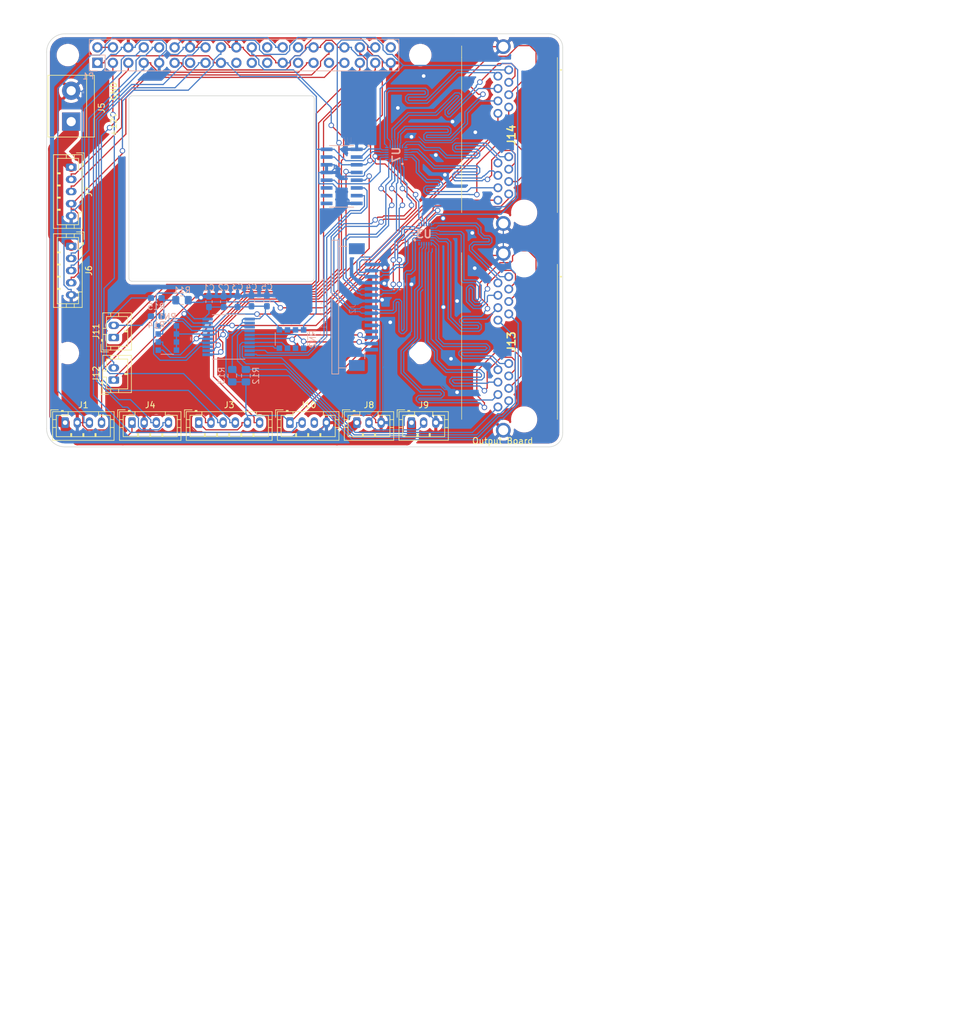
<source format=kicad_pcb>
(kicad_pcb (version 20171130) (host pcbnew "(5.1.0)-1")
  (title_block (title "Universal Interface Board") (date 2020-01-13) (rev -) (company "Beech Design Ltd"))
  (layers (0 F.Cu signal) (31 B.Cu signal) (34 B.Paste user hide) (35 F.Paste user hide) (36 B.SilkS user) (37 F.SilkS user) (38 B.Mask user) (39 F.Mask user) (44 Edge.Cuts user))
  (net 0 "")
  (net 1 +3V3)
  (net 2 GND)
  (net 3 5VPROTECTED)
  (net 4 SDA)
  (net 5 SCL)
  (net 6 Uart0TX)
  (net 7 Uart0RX)
  (net 8 REED)
  (net 9 SWITCH)
  (net 10 LASER1)
  (net 11 LASER2)
  (net 12 Spi0MOSI)
  (net 13 Spi0MISO)
  (net 14 Spi0SCLK)
  (net 15 Spi0CE0)
  (net 16 Uart5TX)
  (net 17 Uart5RX)
  (net 18 "Net-(U3-Pad7)")
  (net 19 OE1)
  (net 20 "Net-(P1-Pad27)")
  (net 21 "Net-(P1-Pad28)")
  (net 22 CAMERASDA)
  (net 23 CAMERASCL)
  (net 24 CAMERAGPIO)
  (net 25 CAMERACP)
  (net 26 CAMERACN)
  (net 27 CAMERADP1)
  (net 28 CAMERADN1)
  (net 29 CAMERADP0)
  (net 30 CAMERADN0)
  (net 31 CAMERA3SDA)
  (net 32 CAMERA3SCL)
  (net 33 CAMERA3CP)
  (net 34 CAMERA3CN)
  (net 35 CAMERA3DP1)
  (net 36 CAMERA3DN1)
  (net 37 CAMERA3DP0)
  (net 38 CAMERA3DN0)
  (net 39 CAMERA0DN0)
  (net 40 CAMERA0DP0)
  (net 41 CAMERA0DN1)
  (net 42 CAMERA0DP1)
  (net 43 CAMERA0CN)
  (net 44 CAMERA0CP)
  (net 45 CAMERA0SCL)
  (net 46 CAMERA0SDA)
  (net 47 CAMERA1SDA)
  (net 48 CAMERA1SCL)
  (net 49 CAMERA1CP)
  (net 50 CAMERA1CN)
  (net 51 CAMERA1DP1)
  (net 52 CAMERA1DN1)
  (net 53 CAMERA1DP0)
  (net 54 CAMERA1DN0)
  (net 55 CAMERA2DN0)
  (net 56 CAMERA2DP0)
  (net 57 CAMERA2DN1)
  (net 58 CAMERA2DP1)
  (net 59 CAMERA2CN)
  (net 60 CAMERA2CP)
  (net 61 CAMERA2SCL)
  (net 62 CAMERA2SDA)
  (net 63 "Net-(J11-Pad2)")
  (net 64 "Net-(J12-Pad2)")
  (net 65 SEL)
  (net 66 SWITCHFAULT)
  (net 67 "Net-(P1-Pad40)")
  (net 68 ENABLE1)
  (net 69 ENABLE2)
  (net 70 ENABLE3)
  (net 71 "Net-(U3-Pad24)")
  (net 72 ENABLE4)
  (net 73 "Net-(U5-Pad10)")
  (net 74 "Net-(U7-Pad24)")
  (net 75 "Net-(U7-Pad7)")
  (net 76 Uart3RX)
  (net 77 Uart3TX)
  (net 78 OE1I)
  (net 79 "Net-(U5-Pad11)")
  (net 80 "Net-(U5-Pad9)")
  (net 81 +12V)
  (net 82 LASER3)
  (net 83 LASER4)
  (net 84 "Net-(J2-Pad4)")
  (net 85 "Net-(J2-Pad1)")
  (net 86 UartRESET)
  (net 87 "Net-(P1-Pad13)")
  (net 88 INTERRUPT)
  (net 89 "Net-(P1-Pad31)")
  (module RJE392881400 (layer F.Cu) (at 184 106 90)
    (fp_text reference J13 (at -10.71 0.445 90) (layer F.SilkS) (effects (font (size 1.27 1.27) (thickness 0.254))))
    (fp_text value RJE392881400 hide)
    (pad MH4 np_thru_hole circle (at 2.045 2.54 90) (size 3.3 0) (drill 3.3) (layers *.Cu *.Mask))
    (pad MH3 np_thru_hole circle (at -23.465 2.54 90) (size 3.3 0) (drill 3.3) (layers *.Cu *.Mask))
    (pad MH2 thru_hole circle (at 3.825 -0.89 90) (size 2.43 2.43) (drill 1.62) (layers *.Cu *.Mask) (net 2 GND))
    (pad MH1 thru_hole circle (at -25.245 -0.89 90) (size 2.43 2.43) (drill 1.62) (layers *.Cu *.Mask) (net 2 GND))
    (pad 16 thru_hole circle (at -21.42 -1.78 90) (size 1.462 1.462) (drill 0.94) (layers *.Cu *.Mask) (net 47 CAMERA1SDA))
    (pad 15 thru_hole circle (at -20.4 0 90) (size 1.462 1.462) (drill 0.94) (layers *.Cu *.Mask) (net 48 CAMERA1SCL))
    (pad 14 thru_hole circle (at -19.38 -1.78 90) (size 1.462 1.462) (drill 0.94) (layers *.Cu *.Mask) (net 49 CAMERA1CP))
    (pad 13 thru_hole circle (at -18.36 0 90) (size 1.462 1.462) (drill 0.94) (layers *.Cu *.Mask) (net 50 CAMERA1CN))
    (pad 12 thru_hole circle (at -17.34 -1.78 90) (size 1.462 1.462) (drill 0.94) (layers *.Cu *.Mask) (net 53 CAMERA1DP0))
    (pad 11 thru_hole circle (at -16.32 0 90) (size 1.462 1.462) (drill 0.94) (layers *.Cu *.Mask) (net 54 CAMERA1DN0))
    (pad 10 thru_hole circle (at -15.3 -1.78 90) (size 1.462 1.462) (drill 0.94) (layers *.Cu *.Mask) (net 51 CAMERA1DP1))
    (pad 9 thru_hole circle (at -14.28 0 90) (size 1.462 1.462) (drill 0.94) (layers *.Cu *.Mask) (net 52 CAMERA1DN1))
    (pad 8 thru_hole circle (at -7.14 -1.78 90) (size 1.462 1.462) (drill 0.94) (layers *.Cu *.Mask) (net 46 CAMERA0SDA))
    (pad 7 thru_hole circle (at -6.12 0 90) (size 1.462 1.462) (drill 0.94) (layers *.Cu *.Mask) (net 45 CAMERA0SCL))
    (pad 6 thru_hole circle (at -5.1 -1.78 90) (size 1.462 1.462) (drill 0.94) (layers *.Cu *.Mask) (net 44 CAMERA0CP))
    (pad 5 thru_hole circle (at -4.08 0 90) (size 1.462 1.462) (drill 0.94) (layers *.Cu *.Mask) (net 43 CAMERA0CN))
    (pad 4 thru_hole circle (at -3.06 -1.78 90) (size 1.462 1.462) (drill 0.94) (layers *.Cu *.Mask) (net 40 CAMERA0DP0))
    (pad 3 thru_hole circle (at -2.04 0 90) (size 1.462 1.462) (drill 0.94) (layers *.Cu *.Mask) (net 39 CAMERA0DN0))
    (pad 2 thru_hole circle (at -1.02 -1.78 90) (size 1.462 1.462) (drill 0.94) (layers *.Cu *.Mask) (net 42 CAMERA0DP1))
    (pad 1 thru_hole circle (at 0 0 90) (size 1.462 1.462) (drill 0.94) (layers *.Cu *.Mask) (net 41 CAMERA0DN1))
  )
  (module digikey-footprints:FSA642UMX (layer B.Cu) (at 165.5 85.75 90)
    (fp_text reference U7 (at -0.2 0 90) (layer B.SilkS) (effects (font (size 1.27 1.27) (thickness 0.254)) (justify mirror)))
    (fp_text value FSA642 hide)
    (pad 1 smd rect (at -1.069 1) (size 0.225 0.663) (layers B.Cu B.Paste B.Mask) (net 25 CAMERACP))
    (pad 2 smd rect (at -1.119 0.6) (size 0.225 0.563) (layers B.Cu B.Paste B.Mask) (net 26 CAMERACN))
    (pad 3 smd rect (at -1.119 0.2) (size 0.225 0.563) (layers B.Cu B.Paste B.Mask) (net 29 CAMERADP0))
    (pad 4 smd rect (at -1.119 -0.2) (size 0.225 0.563) (layers B.Cu B.Paste B.Mask) (net 30 CAMERADN0))
    (pad 5 smd rect (at -1.119 -0.6) (size 0.225 0.563) (layers B.Cu B.Paste B.Mask) (net 27 CAMERADP1))
    (pad 6 smd rect (at -1.119 -1) (size 0.225 0.563) (layers B.Cu B.Paste B.Mask) (net 28 CAMERADN1))
    (pad 13 smd rect (at 1.119 -1) (size 0.225 0.563) (layers B.Cu B.Paste B.Mask) (net 58 CAMERA2DP1))
    (pad 14 smd rect (at 1.119 -0.6) (size 0.225 0.563) (layers B.Cu B.Paste B.Mask) (net 55 CAMERA2DN0))
    (pad 15 smd rect (at 1.119 -0.2) (size 0.225 0.563) (layers B.Cu B.Paste B.Mask) (net 56 CAMERA2DP0))
    (pad 16 smd rect (at 1.119 0.2) (size 0.225 0.563) (layers B.Cu B.Paste B.Mask) (net 59 CAMERA2CN))
    (pad 17 smd rect (at 1.119 0.6) (size 0.225 0.563) (layers B.Cu B.Paste B.Mask) (net 60 CAMERA2CP))
    (pad 18 smd rect (at 1.119 1) (size 0.225 0.563) (layers B.Cu B.Paste B.Mask) (net 36 CAMERA3DN1))
    (pad 9 smd rect (at -0.2 -1.569 90) (size 0.225 0.563) (layers B.Cu B.Paste B.Mask) (net 2 GND))
    (pad 8 smd rect (at -0.6 -1.569 90) (size 0.225 0.563) (layers B.Cu B.Paste B.Mask) (net 78 OE1I))
    (pad 7 smd rect (at -1 -1.569 90) (size 0.225 0.563) (layers B.Cu B.Paste B.Mask) (net 75 "Net-(U7-Pad7)"))
    (pad 10 smd rect (at 0.2 -1.569 90) (size 0.225 0.563) (layers B.Cu B.Paste B.Mask) (net 1 +3V3))
    (pad 11 smd rect (at 0.6 -1.569 90) (size 0.225 0.563) (layers B.Cu B.Paste B.Mask) (net 65 SEL))
    (pad 12 smd rect (at 1 -1.569 90) (size 0.225 0.563) (layers B.Cu B.Paste B.Mask) (net 57 CAMERA2DN1))
    (pad 19 smd rect (at 1 1.568 90) (size 0.225 0.563) (layers B.Cu B.Paste B.Mask) (net 35 CAMERA3DP1))
    (pad 20 smd rect (at 0.6 1.568 90) (size 0.225 0.563) (layers B.Cu B.Paste B.Mask) (net 37 CAMERA3DP0))
    (pad 21 smd rect (at 0.2 1.568 90) (size 0.225 0.563) (layers B.Cu B.Paste B.Mask) (net 38 CAMERA3DN0))
    (pad 22 smd rect (at -0.2 1.568 90) (size 0.225 0.563) (layers B.Cu B.Paste B.Mask) (net 33 CAMERA3CP))
    (pad 23 smd rect (at -0.6 1.568 90) (size 0.225 0.563) (layers B.Cu B.Paste B.Mask) (net 34 CAMERA3CN))
    (pad 24 smd rect (at -1 1.568 90) (size 0.225 0.563) (layers B.Cu B.Paste B.Mask) (net 74 "Net-(U7-Pad24)"))
  )
  (module digikey-footprints:FSA642UMX (layer B.Cu) (at 170.25 99)
    (fp_text reference U3 (at -0.2 0) (layer B.SilkS) (effects (font (size 1.27 1.27) (thickness 0.254)) (justify mirror)))
    (fp_text value FSA642 hide)
    (pad 1 smd rect (at -1.069 1 270) (size 0.225 0.663) (layers B.Cu B.Paste B.Mask) (net 25 CAMERACP))
    (pad 2 smd rect (at -1.119 0.6 270) (size 0.225 0.563) (layers B.Cu B.Paste B.Mask) (net 26 CAMERACN))
    (pad 3 smd rect (at -1.119 0.2 270) (size 0.225 0.563) (layers B.Cu B.Paste B.Mask) (net 29 CAMERADP0))
    (pad 4 smd rect (at -1.119 -0.2 270) (size 0.225 0.563) (layers B.Cu B.Paste B.Mask) (net 30 CAMERADN0))
    (pad 5 smd rect (at -1.119 -0.6 270) (size 0.225 0.563) (layers B.Cu B.Paste B.Mask) (net 27 CAMERADP1))
    (pad 6 smd rect (at -1.119 -1 270) (size 0.225 0.563) (layers B.Cu B.Paste B.Mask) (net 28 CAMERADN1))
    (pad 13 smd rect (at 1.119 -1 270) (size 0.225 0.563) (layers B.Cu B.Paste B.Mask) (net 42 CAMERA0DP1))
    (pad 14 smd rect (at 1.119 -0.6 270) (size 0.225 0.563) (layers B.Cu B.Paste B.Mask) (net 39 CAMERA0DN0))
    (pad 15 smd rect (at 1.119 -0.2 270) (size 0.225 0.563) (layers B.Cu B.Paste B.Mask) (net 40 CAMERA0DP0))
    (pad 16 smd rect (at 1.119 0.2 270) (size 0.225 0.563) (layers B.Cu B.Paste B.Mask) (net 43 CAMERA0CN))
    (pad 17 smd rect (at 1.119 0.6 270) (size 0.225 0.563) (layers B.Cu B.Paste B.Mask) (net 44 CAMERA0CP))
    (pad 18 smd rect (at 1.119 1 270) (size 0.225 0.563) (layers B.Cu B.Paste B.Mask) (net 52 CAMERA1DN1))
    (pad 9 smd rect (at -0.2 -1.569) (size 0.225 0.563) (layers B.Cu B.Paste B.Mask) (net 2 GND))
    (pad 8 smd rect (at -0.6 -1.569) (size 0.225 0.563) (layers B.Cu B.Paste B.Mask) (net 19 OE1))
    (pad 7 smd rect (at -1 -1.569) (size 0.225 0.563) (layers B.Cu B.Paste B.Mask) (net 18 "Net-(U3-Pad7)"))
    (pad 10 smd rect (at 0.2 -1.569) (size 0.225 0.563) (layers B.Cu B.Paste B.Mask) (net 1 +3V3))
    (pad 11 smd rect (at 0.6 -1.569) (size 0.225 0.563) (layers B.Cu B.Paste B.Mask) (net 65 SEL))
    (pad 12 smd rect (at 1 -1.569) (size 0.225 0.563) (layers B.Cu B.Paste B.Mask) (net 41 CAMERA0DN1))
    (pad 19 smd rect (at 1 1.568) (size 0.225 0.563) (layers B.Cu B.Paste B.Mask) (net 51 CAMERA1DP1))
    (pad 20 smd rect (at 0.6 1.568) (size 0.225 0.563) (layers B.Cu B.Paste B.Mask) (net 53 CAMERA1DP0))
    (pad 21 smd rect (at 0.2 1.568) (size 0.225 0.563) (layers B.Cu B.Paste B.Mask) (net 54 CAMERA1DN0))
    (pad 22 smd rect (at -0.2 1.568) (size 0.225 0.563) (layers B.Cu B.Paste B.Mask) (net 49 CAMERA1CP))
    (pad 23 smd rect (at -0.6 1.568) (size 0.225 0.563) (layers B.Cu B.Paste B.Mask) (net 50 CAMERA1CN))
    (pad 24 smd rect (at -1 1.568) (size 0.225 0.563) (layers B.Cu B.Paste B.Mask) (net 71 "Net-(U3-Pad24)"))
  )
  (module RJE392881400 (layer F.Cu) (at 184 72 90)
    (fp_text reference J14 (at -10.71 0.445 90) (layer F.SilkS) (effects (font (size 1.27 1.27) (thickness 0.254))))
    (fp_text value RJE392881400 hide)
    (pad 1 thru_hole circle (at 0 0 90) (size 1.462 1.462) (drill 0.94) (layers *.Cu *.Mask) (net 57 CAMERA2DN1))
    (pad 2 thru_hole circle (at -1.02 -1.78 90) (size 1.462 1.462) (drill 0.94) (layers *.Cu *.Mask) (net 58 CAMERA2DP1))
    (pad 3 thru_hole circle (at -2.04 0 90) (size 1.462 1.462) (drill 0.94) (layers *.Cu *.Mask) (net 55 CAMERA2DN0))
    (pad 4 thru_hole circle (at -3.06 -1.78 90) (size 1.462 1.462) (drill 0.94) (layers *.Cu *.Mask) (net 56 CAMERA2DP0))
    (pad 5 thru_hole circle (at -4.08 0 90) (size 1.462 1.462) (drill 0.94) (layers *.Cu *.Mask) (net 59 CAMERA2CN))
    (pad 6 thru_hole circle (at -5.1 -1.78 90) (size 1.462 1.462) (drill 0.94) (layers *.Cu *.Mask) (net 60 CAMERA2CP))
    (pad 7 thru_hole circle (at -6.12 0 90) (size 1.462 1.462) (drill 0.94) (layers *.Cu *.Mask) (net 61 CAMERA2SCL))
    (pad 8 thru_hole circle (at -7.14 -1.78 90) (size 1.462 1.462) (drill 0.94) (layers *.Cu *.Mask) (net 62 CAMERA2SDA))
    (pad 9 thru_hole circle (at -14.28 0 90) (size 1.462 1.462) (drill 0.94) (layers *.Cu *.Mask) (net 36 CAMERA3DN1))
    (pad 10 thru_hole circle (at -15.3 -1.78 90) (size 1.462 1.462) (drill 0.94) (layers *.Cu *.Mask) (net 35 CAMERA3DP1))
    (pad 11 thru_hole circle (at -16.32 0 90) (size 1.462 1.462) (drill 0.94) (layers *.Cu *.Mask) (net 38 CAMERA3DN0))
    (pad 12 thru_hole circle (at -17.34 -1.78 90) (size 1.462 1.462) (drill 0.94) (layers *.Cu *.Mask) (net 37 CAMERA3DP0))
    (pad 13 thru_hole circle (at -18.36 0 90) (size 1.462 1.462) (drill 0.94) (layers *.Cu *.Mask) (net 34 CAMERA3CN))
    (pad 14 thru_hole circle (at -19.38 -1.78 90) (size 1.462 1.462) (drill 0.94) (layers *.Cu *.Mask) (net 33 CAMERA3CP))
    (pad 15 thru_hole circle (at -20.4 0 90) (size 1.462 1.462) (drill 0.94) (layers *.Cu *.Mask) (net 32 CAMERA3SCL))
    (pad 16 thru_hole circle (at -21.42 -1.78 90) (size 1.462 1.462) (drill 0.94) (layers *.Cu *.Mask) (net 31 CAMERA3SDA))
    (pad MH1 thru_hole circle (at -25.245 -0.89 90) (size 2.43 2.43) (drill 1.62) (layers *.Cu *.Mask) (net 2 GND))
    (pad MH2 thru_hole circle (at 3.825 -0.89 90) (size 2.43 2.43) (drill 1.62) (layers *.Cu *.Mask) (net 2 GND))
    (pad MH3 np_thru_hole circle (at -23.465 2.54 90) (size 3.3 0) (drill 3.3) (layers *.Cu *.Mask))
    (pad MH4 np_thru_hole circle (at 2.045 2.54 90) (size 3.3 0) (drill 3.3) (layers *.Cu *.Mask))
  )
  (module TerminalBlock:TerminalBlock_bornier-2_P5.08mm (layer F.Cu) (at 112 80.5 90)
    (fp_text reference J5 (at 2.25 5 90) (layer F.SilkS))
    (fp_text value Screw_Terminal_01x02)
    (pad 1 thru_hole rect (at 0 0 90) (size 3 3) (drill 1.52) (layers *.Cu *.Mask) (net 81 +12V))
    (pad 2 thru_hole circle (at 5.08 0 90) (size 3 3) (drill 1.52) (layers *.Cu *.Mask) (net 2 GND))
  )
  (module digikey-footprints:SOIC127P600X175-16N (layer B.Cu) (at 156.5 89.5 180)
    (fp_text reference U5 (at -0.775 5.872 180) (layer B.SilkS) (effects (font (thickness 0.015)) (justify mirror)))
    (fp_text value MC14555BCPG)
    (pad 16 smd rect (at 2.48 4.445 180) (size 1.95 0.59) (layers B.Cu B.Paste B.Mask) (net 1 +3V3))
    (pad 15 smd rect (at 2.48 3.175 180) (size 1.95 0.59) (layers B.Cu B.Paste B.Mask) (net 19 OE1))
    (pad 14 smd rect (at 2.48 1.905 180) (size 1.95 0.59) (layers B.Cu B.Paste B.Mask) (net 2 GND))
    (pad 13 smd rect (at 2.48 0.635 180) (size 1.95 0.59) (layers B.Cu B.Paste B.Mask) (net 2 GND))
    (pad 12 smd rect (at 2.48 -0.635 180) (size 1.95 0.59) (layers B.Cu B.Paste B.Mask) (net 78 OE1I))
    (pad 11 smd rect (at 2.48 -1.905 180) (size 1.95 0.59) (layers B.Cu B.Paste B.Mask) (net 79 "Net-(U5-Pad11)"))
    (pad 10 smd rect (at 2.48 -3.175 180) (size 1.95 0.59) (layers B.Cu B.Paste B.Mask) (net 73 "Net-(U5-Pad10)"))
    (pad 9 smd rect (at 2.48 -4.445 180) (size 1.95 0.59) (layers B.Cu B.Paste B.Mask) (net 80 "Net-(U5-Pad9)"))
    (pad 8 smd rect (at -2.48 -4.445 180) (size 1.95 0.59) (layers B.Cu B.Paste B.Mask) (net 2 GND))
    (pad 7 smd rect (at -2.48 -3.175 180) (size 1.95 0.59) (layers B.Cu B.Paste B.Mask) (net 72 ENABLE4))
    (pad 6 smd rect (at -2.48 -1.905 180) (size 1.95 0.59) (layers B.Cu B.Paste B.Mask) (net 70 ENABLE3))
    (pad 5 smd rect (at -2.48 -0.635 180) (size 1.95 0.59) (layers B.Cu B.Paste B.Mask) (net 69 ENABLE2))
    (pad 4 smd rect (at -2.48 0.635 180) (size 1.95 0.59) (layers B.Cu B.Paste B.Mask) (net 68 ENABLE1))
    (pad 3 smd rect (at -2.48 1.905 180) (size 1.95 0.59) (layers B.Cu B.Paste B.Mask) (net 19 OE1))
    (pad 2 smd rect (at -2.48 3.175 180) (size 1.95 0.59) (layers B.Cu B.Paste B.Mask) (net 65 SEL))
    (pad 1 smd rect (at -2.48 4.445 180) (size 1.95 0.59) (layers B.Cu B.Paste B.Mask) (net 2 GND))
  )
  (module Connector_JST:JST_PH_B6B-PH-K_1x06_P2.00mm_Vertical (layer F.Cu) (at 133 130)
    (fp_text reference J3 (at 5 -2.9) (layer F.SilkS))
    (fp_text value Conn_01x06)
    (pad 1 thru_hole roundrect (at 0 0) (size 1.2 1.75) (drill 0.75) (layers *.Cu *.Mask) (roundrect_rratio 0.208333) (net 1 +3V3))
    (pad 2 thru_hole oval (at 2 0) (size 1.2 1.75) (drill 0.75) (layers *.Cu *.Mask) (net 2 GND))
    (pad 3 thru_hole oval (at 4 0) (size 1.2 1.75) (drill 0.75) (layers *.Cu *.Mask) (net 5 SCL))
    (pad 4 thru_hole oval (at 6 0) (size 1.2 1.75) (drill 0.75) (layers *.Cu *.Mask) (net 4 SDA))
    (pad 5 thru_hole oval (at 8 0) (size 1.2 1.75) (drill 0.75) (layers *.Cu *.Mask) (net 1 +3V3))
    (pad 6 thru_hole oval (at 10 0) (size 1.2 1.75) (drill 0.75) (layers *.Cu *.Mask) (net 88 INTERRUPT))
  )
  (module MountingHole:MountingHole_2.7mm_M2.5 (layer F.Cu) (at 111.45 69.56 180)
    (fp_text reference MK1 hide)
    (fp_text value M2.5)
    (pad 1 np_thru_hole circle (at 0 0 180) (size 2.7 2.7) (drill 2.7) (layers *.Cu *.Mask))
  )
  (module Connector_PinSocket_2.54mm:PinSocket_2x20_P2.54mm_Vertical (layer B.Cu) (at 116.32 70.83 270)
    (fp_text reference P1 (at 2.208 1.512) (layer B.SilkS) (effects (justify mirror)))
    (fp_text value Conn_02x20_Odd_Even)
    (pad 1 thru_hole rect (at 0 0 270) (size 1.7 1.7) (drill 1) (layers *.Cu *.Mask) (net 1 +3V3))
    (pad 2 thru_hole oval (at -2.54 0 270) (size 1.7 1.7) (drill 1) (layers *.Cu *.Mask) (net 3 5VPROTECTED))
    (pad 3 thru_hole oval (at 0 -2.54 270) (size 1.7 1.7) (drill 1) (layers *.Cu *.Mask) (net 4 SDA))
    (pad 4 thru_hole oval (at -2.54 -2.54 270) (size 1.7 1.7) (drill 1) (layers *.Cu *.Mask) (net 3 5VPROTECTED))
    (pad 5 thru_hole oval (at 0 -5.08 270) (size 1.7 1.7) (drill 1) (layers *.Cu *.Mask) (net 5 SCL))
    (pad 6 thru_hole oval (at -2.54 -5.08 270) (size 1.7 1.7) (drill 1) (layers *.Cu *.Mask) (net 2 GND))
    (pad 7 thru_hole oval (at 0 -7.62 270) (size 1.7 1.7) (drill 1) (layers *.Cu *.Mask) (net 77 Uart3TX))
    (pad 8 thru_hole oval (at -2.54 -7.62 270) (size 1.7 1.7) (drill 1) (layers *.Cu *.Mask) (net 6 Uart0TX))
    (pad 9 thru_hole oval (at 0 -10.16 270) (size 1.7 1.7) (drill 1) (layers *.Cu *.Mask) (net 2 GND))
    (pad 10 thru_hole oval (at -2.54 -10.16 270) (size 1.7 1.7) (drill 1) (layers *.Cu *.Mask) (net 7 Uart0RX))
    (pad 11 thru_hole oval (at 0 -12.7 270) (size 1.7 1.7) (drill 1) (layers *.Cu *.Mask) (net 19 OE1))
    (pad 12 thru_hole oval (at -2.54 -12.7 270) (size 1.7 1.7) (drill 1) (layers *.Cu *.Mask) (net 65 SEL))
    (pad 13 thru_hole oval (at 0 -15.24 270) (size 1.7 1.7) (drill 1) (layers *.Cu *.Mask) (net 87 "Net-(P1-Pad13)"))
    (pad 14 thru_hole oval (at -2.54 -15.24 270) (size 1.7 1.7) (drill 1) (layers *.Cu *.Mask) (net 2 GND))
    (pad 15 thru_hole oval (at 0 -17.78 270) (size 1.7 1.7) (drill 1) (layers *.Cu *.Mask) (net 10 LASER1))
    (pad 16 thru_hole oval (at -2.54 -17.78 270) (size 1.7 1.7) (drill 1) (layers *.Cu *.Mask) (net 11 LASER2))
    (pad 17 thru_hole oval (at 0 -20.32 270) (size 1.7 1.7) (drill 1) (layers *.Cu *.Mask) (net 1 +3V3))
    (pad 18 thru_hole oval (at -2.54 -20.32 270) (size 1.7 1.7) (drill 1) (layers *.Cu *.Mask) (net 86 UartRESET))
    (pad 19 thru_hole oval (at 0 -22.86 270) (size 1.7 1.7) (drill 1) (layers *.Cu *.Mask) (net 12 Spi0MOSI))
    (pad 20 thru_hole oval (at -2.54 -22.86 270) (size 1.7 1.7) (drill 1) (layers *.Cu *.Mask) (net 2 GND))
    (pad 21 thru_hole oval (at 0 -25.4 270) (size 1.7 1.7) (drill 1) (layers *.Cu *.Mask) (net 13 Spi0MISO))
    (pad 22 thru_hole oval (at -2.54 -25.4 270) (size 1.7 1.7) (drill 1) (layers *.Cu *.Mask) (net 88 INTERRUPT))
    (pad 23 thru_hole oval (at 0 -27.94 270) (size 1.7 1.7) (drill 1) (layers *.Cu *.Mask) (net 14 Spi0SCLK))
    (pad 24 thru_hole oval (at -2.54 -27.94 270) (size 1.7 1.7) (drill 1) (layers *.Cu *.Mask) (net 15 Spi0CE0))
    (pad 25 thru_hole oval (at 0 -30.48 270) (size 1.7 1.7) (drill 1) (layers *.Cu *.Mask) (net 2 GND))
    (pad 26 thru_hole oval (at -2.54 -30.48 270) (size 1.7 1.7) (drill 1) (layers *.Cu *.Mask) (net 82 LASER3))
    (pad 27 thru_hole oval (at 0 -33.02 270) (size 1.7 1.7) (drill 1) (layers *.Cu *.Mask) (net 20 "Net-(P1-Pad27)"))
    (pad 28 thru_hole oval (at -2.54 -33.02 270) (size 1.7 1.7) (drill 1) (layers *.Cu *.Mask) (net 21 "Net-(P1-Pad28)"))
    (pad 29 thru_hole oval (at 0 -35.56 270) (size 1.7 1.7) (drill 1) (layers *.Cu *.Mask) (net 77 Uart3TX))
    (pad 30 thru_hole oval (at -2.54 -35.56 270) (size 1.7 1.7) (drill 1) (layers *.Cu *.Mask) (net 2 GND))
    (pad 31 thru_hole oval (at 0 -38.1 270) (size 1.7 1.7) (drill 1) (layers *.Cu *.Mask) (net 89 "Net-(P1-Pad31)"))
    (pad 32 thru_hole oval (at -2.54 -38.1 270) (size 1.7 1.7) (drill 1) (layers *.Cu *.Mask) (net 16 Uart5TX))
    (pad 33 thru_hole oval (at 0 -40.64 270) (size 1.7 1.7) (drill 1) (layers *.Cu *.Mask) (net 17 Uart5RX))
    (pad 34 thru_hole oval (at -2.54 -40.64 270) (size 1.7 1.7) (drill 1) (layers *.Cu *.Mask) (net 2 GND))
    (pad 35 thru_hole oval (at 0 -43.18 270) (size 1.7 1.7) (drill 1) (layers *.Cu *.Mask) (net 8 REED))
    (pad 36 thru_hole oval (at -2.54 -43.18 270) (size 1.7 1.7) (drill 1) (layers *.Cu *.Mask) (net 83 LASER4))
    (pad 37 thru_hole oval (at 0 -45.72 270) (size 1.7 1.7) (drill 1) (layers *.Cu *.Mask) (net 9 SWITCH))
    (pad 38 thru_hole oval (at -2.54 -45.72 270) (size 1.7 1.7) (drill 1) (layers *.Cu *.Mask) (net 66 SWITCHFAULT))
    (pad 39 thru_hole oval (at 0 -48.26 270) (size 1.7 1.7) (drill 1) (layers *.Cu *.Mask) (net 2 GND))
    (pad 40 thru_hole oval (at -2.54 -48.26 270) (size 1.7 1.7) (drill 1) (layers *.Cu *.Mask) (net 67 "Net-(P1-Pad40)"))
  )
  (module MountingHole:MountingHole_2.7mm_M2.5 (layer F.Cu) (at 169.45 118.56)
    (fp_text reference MK4 hide)
    (fp_text value M2.5)
    (pad 1 np_thru_hole circle (at 0 0) (size 2.7 2.7) (drill 2.7) (layers *.Cu *.Mask))
  )
  (module MountingHole:MountingHole_2.7mm_M2.5 (layer F.Cu) (at 111.45 118.56)
    (fp_text reference MK3 hide)
    (fp_text value M2.5)
    (pad 1 np_thru_hole circle (at 0 0) (size 2.7 2.7) (drill 2.7) (layers *.Cu *.Mask))
  )
  (module MountingHole:MountingHole_2.7mm_M2.5 (layer F.Cu) (at 169.45 69.56 180)
    (fp_text reference MK2 hide)
    (fp_text value M2.5)
    (pad 1 np_thru_hole circle (at 0 0 180) (size 2.7 2.7) (drill 2.7) (layers *.Cu *.Mask))
  )
  (module Capacitor_SMD:C_0603_1608Metric_Pad1.05x0.95mm_HandSolder (layer B.Cu) (at 134.674 110.106 90)
    (fp_text reference C1 (at 2.286 0) (layer B.SilkS) (effects (justify mirror)))
    (fp_text value 10nF)
    (pad 2 smd roundrect (at 0.875 0 90) (size 1.05 0.95) (layers B.Cu B.Paste B.Mask) (net 2 GND))
    (pad 1 smd roundrect (at -0.875 0 90) (size 1.05 0.95) (layers B.Cu B.Paste B.Mask) (net 1 +3V3))
  )
  (module Capacitor_SMD:C_0603_1608Metric_Pad1.05x0.95mm_HandSolder (layer B.Cu) (at 137.087 110.12 90)
    (fp_text reference C2 (at 2.3 0) (layer B.SilkS) (effects (justify mirror)))
    (fp_text value 10nF)
    (pad 2 smd roundrect (at 0.875 0 90) (size 1.05 0.95) (layers B.Cu B.Paste B.Mask) (net 2 GND))
    (pad 1 smd roundrect (at -0.875 0 90) (size 1.05 0.95) (layers B.Cu B.Paste B.Mask) (net 1 +3V3))
  )
  (module Capacitor_SMD:C_0603_1608Metric_Pad1.05x0.95mm_HandSolder (layer B.Cu) (at 139.373 110.092 90)
    (fp_text reference C3 (at 2.399 0) (layer B.SilkS) (effects (justify mirror)))
    (fp_text value 10nF)
    (pad 1 smd roundrect (at -0.875 0 90) (size 1.05 0.95) (layers B.Cu B.Paste B.Mask) (net 1 +3V3))
    (pad 2 smd roundrect (at 0.875 0 90) (size 1.05 0.95) (layers B.Cu B.Paste B.Mask) (net 2 GND))
  )
  (module Capacitor_SMD:C_0603_1608Metric_Pad1.05x0.95mm_HandSolder (layer B.Cu) (at 141.659 109.979 90)
    (fp_text reference C4 (at 2.286 0) (layer B.SilkS) (effects (justify mirror)))
    (fp_text value 10nF)
    (pad 2 smd roundrect (at 0.875 0 90) (size 1.05 0.95) (layers B.Cu B.Paste B.Mask) (net 2 GND))
    (pad 1 smd roundrect (at -0.875 0 90) (size 1.05 0.95) (layers B.Cu B.Paste B.Mask) (net 1 +3V3))
  )
  (module Capacitor_SMD:C_0603_1608Metric_Pad1.05x0.95mm_HandSolder (layer B.Cu) (at 144.199 109.979 90)
    (fp_text reference C5 (at 2.286 0) (layer B.SilkS) (effects (justify mirror)))
    (fp_text value 10nF)
    (pad 1 smd roundrect (at -0.875 0 90) (size 1.05 0.95) (layers B.Cu B.Paste B.Mask) (net 1 +3V3))
    (pad 2 smd roundrect (at 0.875 0 90) (size 1.05 0.95) (layers B.Cu B.Paste B.Mask) (net 2 GND))
  )
  (module Resistor_SMD:R_0805_2012Metric_Pad1.15x1.40mm_HandSolder (layer B.Cu) (at 130.238 109.86 180)
    (fp_text reference R11 (at 0 1.65 180) (layer B.SilkS) (effects (justify mirror)))
    (fp_text value 10K)
    (pad 1 smd roundrect (at -1.025 0 180) (size 1.15 1.4) (layers B.Cu B.Paste B.Mask) (roundrect_rratio 0.217391) (net 61 CAMERA2SCL))
    (pad 2 smd roundrect (at 1.025 0 180) (size 1.15 1.4) (layers B.Cu B.Paste B.Mask) (roundrect_rratio 0.217391) (net 1 +3V3))
  )
  (module Resistor_SMD:R_0805_2012Metric_Pad1.15x1.40mm_HandSolder (layer B.Cu) (at 140.75 122.275 90)
    (fp_text reference R12 (at 0 1.65 90) (layer B.SilkS) (effects (justify mirror)))
    (fp_text value 10K)
    (pad 1 smd roundrect (at -1.025 0 90) (size 1.15 1.4) (layers B.Cu B.Paste B.Mask) (roundrect_rratio 0.217391) (net 1 +3V3))
    (pad 2 smd roundrect (at 1.025 0 90) (size 1.15 1.4) (layers B.Cu B.Paste B.Mask) (roundrect_rratio 0.217391) (net 46 CAMERA0SDA))
  )
  (module Resistor_SMD:R_0805_2012Metric_Pad1.15x1.40mm_HandSolder (layer B.Cu) (at 138.5 122.275 90)
    (fp_text reference R13 (at 0 -1.75 90) (layer B.SilkS) (effects (justify mirror)))
    (fp_text value 10K)
    (pad 2 smd roundrect (at 1.025 0 90) (size 1.15 1.4) (layers B.Cu B.Paste B.Mask) (roundrect_rratio 0.217391) (net 45 CAMERA0SCL))
    (pad 1 smd roundrect (at -1.025 0 90) (size 1.15 1.4) (layers B.Cu B.Paste B.Mask) (roundrect_rratio 0.217391) (net 1 +3V3))
  )
  (module Resistor_SMD:R_0603_1608Metric_Pad1.05x0.95mm_HandSolder (layer B.Cu) (at 126 112.5)
    (fp_text reference R14 (at 0 1.43) (layer B.SilkS) (effects (justify mirror)))
    (fp_text value 1K)
    (pad 2 smd roundrect (at 0.875 0) (size 1.05 0.95) (layers B.Cu B.Paste B.Mask) (net 1 +3V3))
    (pad 1 smd roundrect (at -0.875 0) (size 1.05 0.95) (layers B.Cu B.Paste B.Mask) (net 63 "Net-(J11-Pad2)"))
  )
  (module Resistor_SMD:R_0603_1608Metric_Pad1.05x0.95mm_HandSolder (layer B.Cu) (at 126 109.5)
    (fp_text reference R15 (at 0 1.43) (layer B.SilkS) (effects (justify mirror)))
    (fp_text value 1K)
    (pad 1 smd roundrect (at -0.875 0) (size 1.05 0.95) (layers B.Cu B.Paste B.Mask) (net 64 "Net-(J12-Pad2)"))
    (pad 2 smd roundrect (at 0.875 0) (size 1.05 0.95) (layers B.Cu B.Paste B.Mask) (net 1 +3V3))
  )
  (module Resistor_SMD:R_Array_Convex_4x1206 (layer B.Cu) (at 127.816 116.083 180)
    (fp_text reference RN1 (at 0 3.5 180) (layer B.SilkS) (effects (justify mirror)))
    (fp_text value 10K)
    (pad 1 smd rect (at -1.5 2 180) (size 0.9 0.9) (layers B.Cu B.Paste B.Mask) (net 1 +3V3))
    (pad 4 smd rect (at -1.5 -2 180) (size 0.9 0.9) (layers B.Cu B.Paste B.Mask) (net 1 +3V3))
    (pad 2 smd rect (at -1.5 0.66 180) (size 0.9 0.9) (layers B.Cu B.Paste B.Mask) (net 1 +3V3))
    (pad 3 smd rect (at -1.5 -0.66 180) (size 0.9 0.9) (layers B.Cu B.Paste B.Mask) (net 1 +3V3))
    (pad 7 smd rect (at 1.5 0.66 180) (size 0.9 0.9) (layers B.Cu B.Paste B.Mask) (net 32 CAMERA3SCL))
    (pad 8 smd rect (at 1.5 2 180) (size 0.9 0.9) (layers B.Cu B.Paste B.Mask) (net 31 CAMERA3SDA))
    (pad 5 smd rect (at 1.5 -2 180) (size 0.9 0.9) (layers B.Cu B.Paste B.Mask) (net 62 CAMERA2SDA))
    (pad 6 smd rect (at 1.5 -0.66 180) (size 0.9 0.9) (layers B.Cu B.Paste B.Mask) (net 66 SWITCHFAULT))
  )
  (module Resistor_SMD:R_Array_Convex_4x1206 (layer B.Cu) (at 148.25 116.25 90)
    (fp_text reference RN2 (at 0 3.5 90) (layer B.SilkS) (effects (justify mirror)))
    (fp_text value 10K)
    (pad 6 smd rect (at 1.5 -0.66 90) (size 0.9 0.9) (layers B.Cu B.Paste B.Mask) (net 1 +3V3))
    (pad 5 smd rect (at 1.5 -2 90) (size 0.9 0.9) (layers B.Cu B.Paste B.Mask) (net 1 +3V3))
    (pad 8 smd rect (at 1.5 2 90) (size 0.9 0.9) (layers B.Cu B.Paste B.Mask) (net 1 +3V3))
    (pad 7 smd rect (at 1.5 0.66 90) (size 0.9 0.9) (layers B.Cu B.Paste B.Mask) (net 1 +3V3))
    (pad 3 smd rect (at -1.5 -0.66 90) (size 0.9 0.9) (layers B.Cu B.Paste B.Mask) (net 48 CAMERA1SCL))
    (pad 2 smd rect (at -1.5 0.66 90) (size 0.9 0.9) (layers B.Cu B.Paste B.Mask) (net 23 CAMERASCL))
    (pad 4 smd rect (at -1.5 -2 90) (size 0.9 0.9) (layers B.Cu B.Paste B.Mask) (net 47 CAMERA1SDA))
    (pad 1 smd rect (at -1.5 2 90) (size 0.9 0.9) (layers B.Cu B.Paste B.Mask) (net 22 CAMERASDA))
  )
  (module Connector_JST:JST_PH_B4B-PH-K_1x04_P2.00mm_Vertical (layer F.Cu) (at 111 130)
    (fp_text reference J1 (at 3 -2.9) (layer F.SilkS))
    (fp_text value Conn_01x04)
    (pad 1 thru_hole roundrect (at 0 0) (size 1.2 1.75) (drill 0.75) (layers *.Cu *.Mask) (roundrect_rratio 0.208333) (net 81 +12V))
    (pad 2 thru_hole oval (at 2 0) (size 1.2 1.75) (drill 0.75) (layers *.Cu *.Mask) (net 2 GND))
    (pad 3 thru_hole oval (at 4 0) (size 1.2 1.75) (drill 0.75) (layers *.Cu *.Mask) (net 82 LASER3))
    (pad 4 thru_hole oval (at 6 0) (size 1.2 1.75) (drill 0.75) (layers *.Cu *.Mask) (net 83 LASER4))
  )
  (module digikey-footprints:68611514122 (layer B.Cu) (at 159 111 90)
    (fp_text reference J2 (at -0.3048 -0.7112 90) (layer B.SilkS) (effects (font (thickness 0.05)) (justify mirror)))
    (fp_text value 68611514122 (at -0.4466 -5.4484 90) (layer B.SilkS) (effects (font (thickness 0.05)) (justify mirror)))
    (pad 5 smd rect (at -3 2.4 90) (size 0.6 2.2) (layers B.Cu B.Paste B.Mask) (net 24 CAMERAGPIO))
    (pad 4 smd rect (at -4 2.4 90) (size 0.6 2.2) (layers B.Cu B.Paste B.Mask) (net 84 "Net-(J2-Pad4)"))
    (pad 6 smd rect (at -2 2.4 90) (size 0.6 2.2) (layers B.Cu B.Paste B.Mask) (net 2 GND))
    (pad 3 smd rect (at -5 2.4 90) (size 0.6 2.2) (layers B.Cu B.Paste B.Mask) (net 23 CAMERASCL))
    (pad Z2 smd rect (at 9.6 0 90) (size 1.8 2.6) (layers B.Cu B.Paste B.Mask))
    (pad Z1 smd rect (at -9.6 0 90) (size 1.8 2.6) (layers B.Cu B.Paste B.Mask))
    (pad 2 smd rect (at -6 2.4 90) (size 0.6 2.2) (layers B.Cu B.Paste B.Mask) (net 22 CAMERASDA))
    (pad 1 smd rect (at -7 2.4 90) (size 0.6 2.2) (layers B.Cu B.Paste B.Mask) (net 85 "Net-(J2-Pad1)"))
    (pad 7 smd rect (at -1 2.4 90) (size 0.6 2.2) (layers B.Cu B.Paste B.Mask) (net 25 CAMERACP))
    (pad 8 smd rect (at 0 2.4 90) (size 0.6 2.2) (layers B.Cu B.Paste B.Mask) (net 26 CAMERACN))
    (pad 9 smd rect (at 1 2.4 90) (size 0.6 2.2) (layers B.Cu B.Paste B.Mask) (net 2 GND))
    (pad 10 smd rect (at 2 2.4 90) (size 0.6 2.2) (layers B.Cu B.Paste B.Mask) (net 27 CAMERADP1))
    (pad 11 smd rect (at 3 2.4 90) (size 0.6 2.2) (layers B.Cu B.Paste B.Mask) (net 28 CAMERADN1))
    (pad 12 smd rect (at 4 2.4 90) (size 0.6 2.2) (layers B.Cu B.Paste B.Mask) (net 2 GND))
    (pad 13 smd rect (at 5 2.4 90) (size 0.6 2.2) (layers B.Cu B.Paste B.Mask) (net 29 CAMERADP0))
    (pad 14 smd rect (at 6 2.4 90) (size 0.6 2.2) (layers B.Cu B.Paste B.Mask) (net 30 CAMERADN0))
    (pad 15 smd rect (at 7 2.4 90) (size 0.6 2.2) (layers B.Cu B.Paste B.Mask) (net 2 GND))
  )
  (module Connector_JST:JST_PH_B4B-PH-K_1x04_P2.00mm_Vertical (layer F.Cu) (at 122 130)
    (fp_text reference J4 (at 3 -2.9) (layer F.SilkS))
    (fp_text value Conn_01x04)
    (pad 4 thru_hole oval (at 6 0) (size 1.2 1.75) (drill 0.75) (layers *.Cu *.Mask) (net 11 LASER2))
    (pad 3 thru_hole oval (at 4 0) (size 1.2 1.75) (drill 0.75) (layers *.Cu *.Mask) (net 10 LASER1))
    (pad 2 thru_hole oval (at 2 0) (size 1.2 1.75) (drill 0.75) (layers *.Cu *.Mask) (net 2 GND))
    (pad 1 thru_hole roundrect (at 0 0) (size 1.2 1.75) (drill 0.75) (layers *.Cu *.Mask) (roundrect_rratio 0.208333) (net 81 +12V))
  )
  (module Connector_JST:JST_PH_B3B-PH-K_1x03_P2.00mm_Vertical (layer F.Cu) (at 159 130)
    (fp_text reference J8 (at 2 -2.9) (layer F.SilkS))
    (fp_text value Conn_01x03)
    (pad 1 thru_hole roundrect (at 0 0) (size 1.2 1.75) (drill 0.75) (layers *.Cu *.Mask) (roundrect_rratio 0.208333) (net 81 +12V))
    (pad 2 thru_hole oval (at 2 0) (size 1.2 1.75) (drill 0.75) (layers *.Cu *.Mask) (net 24 CAMERAGPIO))
    (pad 3 thru_hole oval (at 4 0) (size 1.2 1.75) (drill 0.75) (layers *.Cu *.Mask) (net 2 GND))
  )
  (module Connector_JST:JST_PH_B3B-PH-K_1x03_P2.00mm_Vertical (layer F.Cu) (at 168 130)
    (fp_text reference J9 (at 2 -2.9) (layer F.SilkS))
    (fp_text value Conn_01x03)
    (pad 3 thru_hole oval (at 4 0) (size 1.2 1.75) (drill 0.75) (layers *.Cu *.Mask) (net 2 GND))
    (pad 2 thru_hole oval (at 2 0) (size 1.2 1.75) (drill 0.75) (layers *.Cu *.Mask) (net 24 CAMERAGPIO))
    (pad 1 thru_hole roundrect (at 0 0) (size 1.2 1.75) (drill 0.75) (layers *.Cu *.Mask) (roundrect_rratio 0.208333) (net 81 +12V))
  )
  (module Connector_JST:JST_PH_B4B-PH-K_1x04_P2.00mm_Vertical (layer F.Cu) (at 148 130)
    (fp_text reference J10 (at 3 -2.9) (layer F.SilkS))
    (fp_text value Conn_01x04)
    (pad 1 thru_hole roundrect (at 0 0) (size 1.2 1.75) (drill 0.75) (layers *.Cu *.Mask) (roundrect_rratio 0.208333) (net 1 +3V3))
    (pad 2 thru_hole oval (at 2 0) (size 1.2 1.75) (drill 0.75) (layers *.Cu *.Mask) (net 77 Uart3TX))
    (pad 3 thru_hole oval (at 4 0) (size 1.2 1.75) (drill 0.75) (layers *.Cu *.Mask) (net 76 Uart3RX))
    (pad 4 thru_hole oval (at 6 0) (size 1.2 1.75) (drill 0.75) (layers *.Cu *.Mask) (net 2 GND))
  )
  (module Connector_JST:JST_PH_B2B-PH-K_1x02_P2.00mm_Vertical (layer F.Cu) (at 119 116 90)
    (fp_text reference J11 (at 1 -2.9 90) (layer F.SilkS))
    (fp_text value Conn_01x02)
    (pad 2 thru_hole oval (at 2 0 90) (size 1.2 1.75) (drill 0.75) (layers *.Cu *.Mask) (net 63 "Net-(J11-Pad2)"))
    (pad 1 thru_hole roundrect (at 0 0 90) (size 1.2 1.75) (drill 0.75) (layers *.Cu *.Mask) (roundrect_rratio 0.208333) (net 8 REED))
  )
  (module Connector_JST:JST_PH_B2B-PH-K_1x02_P2.00mm_Vertical (layer F.Cu) (at 119 123 90)
    (fp_text reference J12 (at 1 -2.9 90) (layer F.SilkS))
    (fp_text value Conn_01x02)
    (pad 1 thru_hole roundrect (at 0 0 90) (size 1.2 1.75) (drill 0.75) (layers *.Cu *.Mask) (roundrect_rratio 0.208333) (net 9 SWITCH))
    (pad 2 thru_hole oval (at 2 0 90) (size 1.2 1.75) (drill 0.75) (layers *.Cu *.Mask) (net 64 "Net-(J12-Pad2)"))
  )
  (module Connector_JST:JST_PH_B5B-PH-K_1x05_P2.00mm_Vertical (layer F.Cu) (at 112 101 270)
    (fp_text reference J6 (at 4 -2.9 270) (layer F.SilkS))
    (fp_text value Conn_01x05)
    (pad 5 thru_hole oval (at 8 0 270) (size 1.2 1.75) (drill 0.75) (layers *.Cu *.Mask) (net 2 GND))
    (pad 4 thru_hole oval (at 6 0 270) (size 1.2 1.75) (drill 0.75) (layers *.Cu *.Mask) (net 86 UartRESET))
    (pad 3 thru_hole oval (at 4 0 270) (size 1.2 1.75) (drill 0.75) (layers *.Cu *.Mask) (net 7 Uart0RX))
    (pad 2 thru_hole oval (at 2 0 270) (size 1.2 1.75) (drill 0.75) (layers *.Cu *.Mask) (net 6 Uart0TX))
    (pad 1 thru_hole roundrect (at 0 0 270) (size 1.2 1.75) (drill 0.75) (layers *.Cu *.Mask) (roundrect_rratio 0.208333) (net 81 +12V))
  )
  (module Connector_JST:JST_PH_B5B-PH-K_1x05_P2.00mm_Vertical (layer F.Cu) (at 112 88 270)
    (fp_text reference J7 (at 4 -2.9 270) (layer F.SilkS))
    (fp_text value Conn_01x05)
    (pad 1 thru_hole roundrect (at 0 0 270) (size 1.2 1.75) (drill 0.75) (layers *.Cu *.Mask) (roundrect_rratio 0.208333) (net 81 +12V))
    (pad 2 thru_hole oval (at 2 0 270) (size 1.2 1.75) (drill 0.75) (layers *.Cu *.Mask) (net 16 Uart5TX))
    (pad 3 thru_hole oval (at 4 0 270) (size 1.2 1.75) (drill 0.75) (layers *.Cu *.Mask) (net 17 Uart5RX))
    (pad 4 thru_hole oval (at 6 0 270) (size 1.2 1.75) (drill 0.75) (layers *.Cu *.Mask) (net 86 UartRESET))
    (pad 5 thru_hole oval (at 8 0 270) (size 1.2 1.75) (drill 0.75) (layers *.Cu *.Mask) (net 2 GND))
  )
  (module digikey-footprints:SOP65P777X199-20N (layer B.Cu) (at 137.9 115.9 180)
    (fp_text reference U2 (at -1.215 4.477 180) (layer B.SilkS) (effects (font (thickness 0.015)) (justify mirror)))
    (fp_text value LTC4314)
    (pad 20 smd rect (at 3.46 2.925 180) (size 1.7 0.48) (layers B.Cu B.Paste B.Mask) (net 1 +3V3))
    (pad 19 smd rect (at 3.46 2.275 180) (size 1.7 0.48) (layers B.Cu B.Paste B.Mask) (net 2 GND))
    (pad 18 smd rect (at 3.46 1.625 180) (size 1.7 0.48) (layers B.Cu B.Paste B.Mask) (net 31 CAMERA3SDA))
    (pad 17 smd rect (at 3.46 0.975 180) (size 1.7 0.48) (layers B.Cu B.Paste B.Mask) (net 32 CAMERA3SCL))
    (pad 16 smd rect (at 3.46 0.325 180) (size 1.7 0.48) (layers B.Cu B.Paste B.Mask) (net 1 +3V3))
    (pad 15 smd rect (at 3.46 -0.325 180) (size 1.7 0.48) (layers B.Cu B.Paste B.Mask) (net 66 SWITCHFAULT))
    (pad 14 smd rect (at 3.46 -0.975 180) (size 1.7 0.48) (layers B.Cu B.Paste B.Mask) (net 62 CAMERA2SDA))
    (pad 13 smd rect (at 3.46 -1.625 180) (size 1.7 0.48) (layers B.Cu B.Paste B.Mask) (net 61 CAMERA2SCL))
    (pad 12 smd rect (at 3.46 -2.275 180) (size 1.7 0.48) (layers B.Cu B.Paste B.Mask) (net 68 ENABLE1))
    (pad 11 smd rect (at 3.46 -2.925 180) (size 1.7 0.48) (layers B.Cu B.Paste B.Mask) (net 69 ENABLE2))
    (pad 10 smd rect (at -3.46 -2.925 180) (size 1.7 0.48) (layers B.Cu B.Paste B.Mask) (net 70 ENABLE3))
    (pad 9 smd rect (at -3.46 -2.275 180) (size 1.7 0.48) (layers B.Cu B.Paste B.Mask) (net 72 ENABLE4))
    (pad 8 smd rect (at -3.46 -1.625 180) (size 1.7 0.48) (layers B.Cu B.Paste B.Mask) (net 47 CAMERA1SDA))
    (pad 7 smd rect (at -3.46 -0.975 180) (size 1.7 0.48) (layers B.Cu B.Paste B.Mask) (net 48 CAMERA1SCL))
    (pad 6 smd rect (at -3.46 -0.325 180) (size 1.7 0.48) (layers B.Cu B.Paste B.Mask) (net 23 CAMERASCL))
    (pad 5 smd rect (at -3.46 0.325 180) (size 1.7 0.48) (layers B.Cu B.Paste B.Mask) (net 22 CAMERASDA))
    (pad 4 smd rect (at -3.46 0.975 180) (size 1.7 0.48) (layers B.Cu B.Paste B.Mask) (net 46 CAMERA0SDA))
    (pad 3 smd rect (at -3.46 1.625 180) (size 1.7 0.48) (layers B.Cu B.Paste B.Mask) (net 45 CAMERA0SCL))
    (pad 2 smd rect (at -3.46 2.275 180) (size 1.7 0.48) (layers B.Cu B.Paste B.Mask) (net 1 +3V3))
    (pad 1 smd rect (at -3.46 2.925 180) (size 1.7 0.48) (layers B.Cu B.Paste B.Mask) (net 1 +3V3))
  )
  (gr_text GND (at 119 75.5 90) (layer F.SilkS) (effects (font (size 1 1))))
  (gr_text +12V (at 119 81 90) (layer F.SilkS) (effects (font (size 1 1))))
  (gr_arc (start 151.5 106.25) (end 151.5 106.75) (angle -90) (layer Edge.Cuts) (width 0.1))
  (gr_arc (start 122 106.25) (end 121.5 106.25) (angle -90) (layer Edge.Cuts) (width 0.1))
  (gr_arc (start 122 76.75) (end 122 76.25) (angle -90) (layer Edge.Cuts) (width 0.1))
  (gr_arc (start 151.5 76.75) (end 152 76.75) (angle -90) (layer Edge.Cuts) (width 0.1))
  (gr_text "Output Board" (at 183 133) (layer F.SilkS) (effects (font (size 1 1))))
  (gr_line (start 121.5 106.25) (end 121.5 76.75) (layer Edge.Cuts) (width 0.1))
  (gr_line (start 151.5 106.75) (end 122 106.75) (layer Edge.Cuts) (width 0.1))
  (gr_line (start 152 76.75) (end 152 106.25) (layer Edge.Cuts) (width 0.1))
  (gr_line (start 122 76.25) (end 151.5 76.25) (layer Edge.Cuts) (width 0.1))
  (gr_arc (start 190.602 68.339) (end 192.888 68.339) (angle -90) (layer Edge.Cuts) (width 0.1))
  (gr_line (start 110.9504 133.981) (end 190.602 133.981) (layer Edge.Cuts) (width 0.1))
  (gr_arc (start 190.602 131.695) (end 190.602 133.981) (angle -90) (layer Edge.Cuts) (width 0.1))
  (gr_line (start 192.888 131.695) (end 192.888 68.339) (layer Edge.Cuts) (width 0.1))
  (gr_line (start 107.9504 69.06) (end 107.9504 130.981) (layer Edge.Cuts) (width 0.1))
  (gr_arc (start 110.9504 130.981) (end 110.9504 133.981) (angle 90) (layer Edge.Cuts) (width 0.1))
  (gr_arc (start 110.9504 69.06) (end 107.9504 69.06) (angle 90) (layer Edge.Cuts) (width 0.1))
  (gr_line (start 190.602 66.053) (end 110.9504 66.06) (layer Edge.Cuts) (width 0.1))
  (segment (start 170.147101 83.95118) (end 169.195921 83) (width 0.1524) (layer B.Cu) (net 0))
  (segment (start 174.648029 83.952003) (end 170.147101 83.95118) (width 0.1524) (layer B.Cu) (net 0))
  (segment (start 175.75 83.25) (end 175.350084 83.25) (width 0.1524) (layer B.Cu) (net 0))
  (segment (start 175.350084 83.25) (end 174.648029 83.952003) (width 0.1524) (layer B.Cu) (net 0))
  (segment (start 150.25 114.75) (end 150.25 113.9997) (width 0.2) (layer B.Cu) (net 1))
  (segment (start 152.3445 85.055) (end 152.3006 85.0989) (width 0.2) (layer B.Cu) (net 1))
  (segment (start 152.3006 85.0989) (end 152.3006 111.9491) (width 0.2) (layer B.Cu) (net 1))
  (segment (start 152.3006 111.9491) (end 150.25 113.9997) (width 0.2) (layer B.Cu) (net 1))
  (segment (start 152.3445 85.055) (end 152.3445 76.3638) (width 0.2) (layer B.Cu) (net 1))
  (segment (start 152.3445 76.3638) (end 149.079 73.0983) (width 0.2) (layer B.Cu) (net 1))
  (segment (start 149.079 73.0983) (end 139.8202 73.0983) (width 0.2) (layer B.Cu) (net 1))
  (segment (start 139.8202 73.0983) (end 137.7903 71.0684) (width 0.2) (layer B.Cu) (net 1))
  (segment (start 137.7903 71.0684) (end 137.7903 70.83) (width 0.2) (layer B.Cu) (net 1))
  (segment (start 152.7447 85.055) (end 152.3445 85.055) (width 0.2) (layer B.Cu) (net 1))
  (segment (start 116.32 70.83) (end 117.4703 70.83) (width 0.2) (layer F.Cu) (net 1))
  (segment (start 136.64 70.83) (end 135.4897 70.83) (width 0.2) (layer F.Cu) (net 1))
  (segment (start 135.4897 70.83) (end 135.4897 70.5424) (width 0.2) (layer F.Cu) (net 1))
  (segment (start 135.4897 70.5424) (end 134.627 69.6797) (width 0.2) (layer F.Cu) (net 1))
  (segment (start 134.627 69.6797) (end 118.3329 69.6797) (width 0.2) (layer F.Cu) (net 1))
  (segment (start 118.3329 69.6797) (end 117.4703 70.5423) (width 0.2) (layer F.Cu) (net 1))
  (segment (start 117.4703 70.5423) (end 117.4703 70.83) (width 0.2) (layer F.Cu) (net 1))
  (segment (start 141 130) (end 140.0997 130) (width 0.2) (layer F.Cu) (net 1))
  (segment (start 140.0997 130) (end 140.0997 130.4501) (width 0.2) (layer F.Cu) (net 1))
  (segment (start 140.0997 130.4501) (end 139.3701 131.1797) (width 0.2) (layer F.Cu) (net 1))
  (segment (start 139.3701 131.1797) (end 134.1797 131.1797) (width 0.2) (layer F.Cu) (net 1))
  (segment (start 134.1797 131.1797) (end 133 130) (width 0.2) (layer F.Cu) (net 1))
  (segment (start 148 130) (end 162.1519 115.8481) (width 0.2) (layer F.Cu) (net 1))
  (segment (start 162.1519 115.8481) (end 162.1519 104.8697) (width 0.2) (layer F.Cu) (net 1))
  (segment (start 154.02 85.055) (end 152.7447 85.055) (width 0.2) (layer B.Cu) (net 1))
  (segment (start 143.9056 112.0303) (end 143.9592 111.9767) (width 0.2) (layer B.Cu) (net 1))
  (segment (start 143.9592 111.9767) (end 143.9592 111.0938) (width 0.2) (layer B.Cu) (net 1))
  (segment (start 143.9592 111.0938) (end 144.199 110.854) (width 0.2) (layer B.Cu) (net 1))
  (segment (start 142.4593 112.904) (end 143.0319 112.904) (width 0.2) (layer B.Cu) (net 1))
  (segment (start 143.0319 112.904) (end 143.9056 112.0303) (width 0.2) (layer B.Cu) (net 1))
  (segment (start 146.25 114.3748) (end 143.9056 112.0303) (width 0.2) (layer B.Cu) (net 1))
  (segment (start 146.25 114.3748) (end 146.4645 114.3748) (width 0.2) (layer B.Cu) (net 1))
  (segment (start 146.4645 114.3748) (end 146.8397 114.75) (width 0.2) (layer B.Cu) (net 1))
  (segment (start 140.75 123.3) (end 138.5 123.3) (width 0.2) (layer B.Cu) (net 1))
  (segment (start 140.75 123.3) (end 140.75 128.5747) (width 0.2) (layer B.Cu) (net 1))
  (segment (start 140.75 128.5747) (end 141 128.8247) (width 0.2) (layer B.Cu) (net 1))
  (segment (start 138.5 123.3) (end 137.4738 122.2738) (width 0.2) (layer B.Cu) (net 1))
  (segment (start 137.4738 122.2738) (end 137.4738 116.1034) (width 0.2) (layer B.Cu) (net 1))
  (segment (start 137.4738 116.1034) (end 137.8123 115.7649) (width 0.2) (layer B.Cu) (net 1))
  (segment (start 137.8123 115.7649) (end 137.8123 115.2812) (width 0.2) (layer B.Cu) (net 1))
  (segment (start 137.8123 115.2812) (end 138.4315 115.2812) (width 0.2) (layer B.Cu) (net 1))
  (segment (start 138.4315 115.2812) (end 140.1587 113.554) (width 0.2) (layer B.Cu) (net 1))
  (segment (start 133.2387 115.504) (end 133.1577 115.423) (width 0.2) (layer B.Cu) (net 1))
  (segment (start 133.1577 115.423) (end 130.0663 115.423) (width 0.2) (layer B.Cu) (net 1))
  (segment (start 136.64 70.83) (end 137.7903 70.83) (width 0.2) (layer B.Cu) (net 1))
  (segment (start 154.02 85.055) (end 155.295 85.055) (width 0.2) (layer B.Cu) (net 1))
  (segment (start 135.5393 115.504) (end 136.3009 114.7424) (width 0.2) (layer B.Cu) (net 1))
  (segment (start 136.3009 114.7424) (end 137.2735 114.7424) (width 0.2) (layer B.Cu) (net 1))
  (segment (start 137.2735 114.7424) (end 137.8123 115.2812) (width 0.2) (layer B.Cu) (net 1))
  (segment (start 134.389 115.504) (end 135.5393 115.504) (width 0.2) (layer B.Cu) (net 1))
  (segment (start 155.295 85.055) (end 157.1604 86.9204) (width 0.2) (layer B.Cu) (net 1))
  (segment (start 157.1604 86.9204) (end 160.0917 86.9204) (width 0.2) (layer B.Cu) (net 1))
  (segment (start 160.0917 86.9204) (end 161.5817 85.4304) (width 0.2) (layer B.Cu) (net 1))
  (segment (start 161.5817 85.4304) (end 162.7751 85.4304) (width 0.2) (layer B.Cu) (net 1))
  (segment (start 134.674 110.995) (end 134.674 110.981) (width 0.2) (layer B.Cu) (net 1))
  (segment (start 133.8139 112.904) (end 134.674 112.0439) (width 0.2) (layer B.Cu) (net 1))
  (segment (start 134.674 112.0439) (end 134.674 110.995) (width 0.2) (layer B.Cu) (net 1))
  (segment (start 134.674 110.995) (end 137.087 110.995) (width 0.2) (layer B.Cu) (net 1))
  (segment (start 139.373 110.967) (end 137.115 110.967) (width 0.2) (layer B.Cu) (net 1))
  (segment (start 137.115 110.967) (end 137.087 110.995) (width 0.2) (layer B.Cu) (net 1))
  (segment (start 141.659 110.854) (end 141.546 110.967) (width 0.2) (layer B.Cu) (net 1))
  (segment (start 141.546 110.967) (end 139.373 110.967) (width 0.2) (layer B.Cu) (net 1))
  (segment (start 133.8139 112.904) (end 133.2387 112.904) (width 0.2) (layer B.Cu) (net 1))
  (segment (start 134.389 112.904) (end 133.8139 112.904) (width 0.2) (layer B.Cu) (net 1))
  (segment (start 141.309 112.904) (end 142.4593 112.904) (width 0.2) (layer B.Cu) (net 1))
  (segment (start 144.199 110.854) (end 141.659 110.854) (width 0.2) (layer B.Cu) (net 1))
  (segment (start 150.25 114.75) (end 149.6603 114.75) (width 0.2) (layer B.Cu) (net 1))
  (segment (start 148.91 114.75) (end 149.6603 114.75) (width 0.2) (layer B.Cu) (net 1))
  (segment (start 141 128.8247) (end 146.8247 128.8247) (width 0.2) (layer B.Cu) (net 1))
  (segment (start 146.8247 128.8247) (end 148 130) (width 0.2) (layer B.Cu) (net 1))
  (segment (start 141.309 113.554) (end 140.1587 113.554) (width 0.2) (layer B.Cu) (net 1))
  (segment (start 141.1653 112.904) (end 140.4034 112.904) (width 0.2) (layer B.Cu) (net 1))
  (segment (start 140.4034 112.904) (end 140.1587 113.1487) (width 0.2) (layer B.Cu) (net 1))
  (segment (start 140.1587 113.1487) (end 140.1587 113.554) (width 0.2) (layer B.Cu) (net 1))
  (segment (start 141.309 112.904) (end 141.1653 112.904) (width 0.2) (layer B.Cu) (net 1))
  (segment (start 129.213 109.86) (end 132.257 112.904) (width 0.2) (layer B.Cu) (net 1))
  (segment (start 132.257 112.904) (end 133.2387 112.904) (width 0.2) (layer B.Cu) (net 1))
  (segment (start 127.235 109.86) (end 126.875 109.5) (width 0.2) (layer B.Cu) (net 1))
  (segment (start 147.59 114.75) (end 146.8397 114.75) (width 0.2) (layer B.Cu) (net 1))
  (segment (start 146.25 114.75) (end 146.25 114.3748) (width 0.2) (layer B.Cu) (net 1))
  (segment (start 127.235 109.86) (end 129.213 109.86) (width 0.2) (layer B.Cu) (net 1))
  (segment (start 129.316 116.743) (end 129.316 115.423) (width 0.2) (layer B.Cu) (net 1))
  (segment (start 129.316 118.083) (end 129.316 116.743) (width 0.2) (layer B.Cu) (net 1))
  (segment (start 129.316 115.423) (end 130.0663 115.423) (width 0.2) (layer B.Cu) (net 1))
  (segment (start 134.389 115.504) (end 133.2387 115.504) (width 0.2) (layer B.Cu) (net 1))
  (segment (start 127.235 109.86) (end 127.235 112.14) (width 0.2) (layer B.Cu) (net 1))
  (segment (start 127.235 112.14) (end 126.875 112.5) (width 0.2) (layer B.Cu) (net 1))
  (segment (start 141 130) (end 141 128.8247) (width 0.2) (layer B.Cu) (net 1))
  (segment (start 129.316 115.423) (end 129.316 114.083) (width 0.2) (layer B.Cu) (net 1))
  (segment (start 148.91 114.75) (end 147.59 114.75) (width 0.2) (layer B.Cu) (net 1))
  (via (at 172.3 95.1) (size 0.9) (layers F.Cu B.Cu) (net 1))
  (segment (start 162.8947 85.55) (end 163.931 85.55) (width 0.1524) (layer B.Cu) (net 1))
  (segment (start 162.7751 85.4304) (end 162.8947 85.55) (width 0.1524) (layer B.Cu) (net 1))
  (segment (start 170.45 96.869096) (end 170.45 97.431) (width 0.1524) (layer B.Cu) (net 1))
  (segment (start 170.5085 96.810596) (end 170.45 96.869096) (width 0.1524) (layer B.Cu) (net 1))
  (segment (start 170.5085 96.255104) (end 170.5085 96.2915) (width 0.2) (layer B.Cu) (net 1))
  (segment (start 171.663604 95.1) (end 170.5085 96.255104) (width 0.2) (layer B.Cu) (net 1))
  (segment (start 172.3 95.1) (end 171.663604 95.1) (width 0.2) (layer B.Cu) (net 1))
  (segment (start 170.5085 96.2915) (end 170.5085 96.810596) (width 0.1524) (layer B.Cu) (net 1))
  (segment (start 166.59059 100.43101) (end 166.1108 100.9108) (width 0.2) (layer F.Cu) (net 1))
  (segment (start 166.96899 100.43101) (end 166.59059 100.43101) (width 0.2) (layer F.Cu) (net 1))
  (segment (start 172.3 95.1) (end 166.96899 100.43101) (width 0.2) (layer F.Cu) (net 1))
  (segment (start 162.1519 104.8697) (end 166.1108 100.9108) (width 0.2) (layer F.Cu) (net 1))
  (segment (start 166.1108 100.9108) (end 166.1974 100.8242) (width 0.2) (layer F.Cu) (net 1))
  (segment (start 158.98 93.945) (end 157.7047 93.945) (width 0.2) (layer B.Cu) (net 2))
  (segment (start 154.02 88.865) (end 152.7447 88.865) (width 0.2) (layer B.Cu) (net 2))
  (segment (start 152.7447 88.865) (end 152.7447 90.601) (width 0.2) (layer B.Cu) (net 2))
  (segment (start 152.7447 90.601) (end 152.8741 90.7304) (width 0.2) (layer B.Cu) (net 2))
  (segment (start 152.8741 90.7304) (end 155.041 90.7304) (width 0.2) (layer B.Cu) (net 2))
  (segment (start 155.041 90.7304) (end 157.7047 93.3941) (width 0.2) (layer B.Cu) (net 2))
  (segment (start 157.7047 93.3941) (end 157.7047 93.945) (width 0.2) (layer B.Cu) (net 2))
  (segment (start 154.1642 88.865) (end 154.02 88.865) (width 0.2) (layer B.Cu) (net 2))
  (segment (start 154.1642 88.865) (end 154.6577 88.865) (width 0.2) (layer B.Cu) (net 2))
  (segment (start 155.2953 88.865) (end 155.9076 89.4773) (width 0.2) (layer B.Cu) (net 2))
  (segment (start 155.9076 89.4773) (end 160.0824 89.4773) (width 0.2) (layer B.Cu) (net 2))
  (segment (start 160.0824 89.4773) (end 160.2691 89.2906) (width 0.2) (layer B.Cu) (net 2))
  (segment (start 160.2691 89.2906) (end 160.2691 88.8841) (width 0.2) (layer B.Cu) (net 2))
  (segment (start 160.2691 88.8841) (end 162.035 87.1182) (width 0.2) (layer B.Cu) (net 2))
  (segment (start 162.035 87.1182) (end 162.035 86.1921) (width 0.2) (layer B.Cu) (net 2))
  (segment (start 131.8469 128.7769) (end 133.554 128.7769) (width 0.2) (layer F.Cu) (net 2))
  (segment (start 133.554 128.7769) (end 134.0997 129.3226) (width 0.2) (layer F.Cu) (net 2))
  (segment (start 134.0997 129.3226) (end 134.0997 130) (width 0.2) (layer F.Cu) (net 2))
  (segment (start 131.0742 128.7836) (end 131.0809 128.7769) (width 0.2) (layer F.Cu) (net 2))
  (segment (start 131.0809 128.7769) (end 131.8469 128.7769) (width 0.2) (layer F.Cu) (net 2))
  (segment (start 131.8469 128.7769) (end 131.8469 110.9522) (width 0.2) (layer F.Cu) (net 2))
  (segment (start 131.8469 110.9522) (end 133.3591 109.44) (width 0.2) (layer F.Cu) (net 2))
  (segment (start 133.3591 109.44) (end 134.465 109.44) (width 0.2) (layer B.Cu) (net 2))
  (segment (start 134.465 109.44) (end 134.674 109.231) (width 0.2) (layer B.Cu) (net 2))
  (segment (start 137.087 109.231) (end 134.674 109.231) (width 0.2) (layer B.Cu) (net 2))
  (segment (start 139.373 109.217) (end 137.101 109.217) (width 0.2) (layer B.Cu) (net 2))
  (segment (start 137.101 109.217) (end 137.087 109.231) (width 0.2) (layer B.Cu) (net 2))
  (segment (start 137.087 109.245) (end 137.087 109.231) (width 0.2) (layer B.Cu) (net 2))
  (segment (start 154.02 87.595) (end 155.2953 87.595) (width 0.2) (layer B.Cu) (net 2))
  (segment (start 154.6577 88.865) (end 155.2953 88.2274) (width 0.2) (layer B.Cu) (net 2))
  (segment (start 155.2953 88.2274) (end 155.2953 87.595) (width 0.2) (layer B.Cu) (net 2))
  (segment (start 154.6577 88.865) (end 155.2953 88.865) (width 0.2) (layer B.Cu) (net 2))
  (segment (start 162.8447 86) (end 162.2271 86) (width 0.2) (layer B.Cu) (net 2))
  (segment (start 162.2271 86) (end 162.035 86.1921) (width 0.2) (layer B.Cu) (net 2))
  (segment (start 139.373 109.217) (end 141.546 109.217) (width 0.2) (layer B.Cu) (net 2))
  (segment (start 141.546 109.217) (end 141.659 109.104) (width 0.2) (layer B.Cu) (net 2))
  (segment (start 178.5 82.25) (end 181.4344 82.25) (width 0.2) (layer B.Cu) (net 2))
  (segment (start 181.4344 82.25) (end 185.065 85.8806) (width 0.2) (layer B.Cu) (net 2))
  (segment (start 185.065 85.8806) (end 185.065 92.8177) (width 0.2) (layer B.Cu) (net 2))
  (segment (start 185.065 92.8177) (end 183.3834 94.4993) (width 0.2) (layer B.Cu) (net 2))
  (segment (start 183.3834 94.4993) (end 175.3665 94.4993) (width 0.2) (layer B.Cu) (net 2))
  (segment (start 163.6293 104.492) (end 163.1373 104) (width 0.2) (layer B.Cu) (net 2))
  (segment (start 163.1373 104) (end 161.4 104) (width 0.2) (layer B.Cu) (net 2))
  (segment (start 141.659 109.104) (end 144.199 109.104) (width 0.2) (layer B.Cu) (net 2))
  (segment (start 139.18 68.29) (end 138.0297 68.29) (width 0.2) (layer F.Cu) (net 2))
  (segment (start 131.56 68.29) (end 132.7103 68.29) (width 0.2) (layer F.Cu) (net 2))
  (segment (start 132.7103 68.29) (end 132.7103 68.0024) (width 0.2) (layer F.Cu) (net 2))
  (segment (start 132.7103 68.0024) (end 133.5783 67.1344) (width 0.2) (layer F.Cu) (net 2))
  (segment (start 133.5783 67.1344) (end 137.1124 67.1344) (width 0.2) (layer F.Cu) (net 2))
  (segment (start 137.1124 67.1344) (end 138.0297 68.0517) (width 0.2) (layer F.Cu) (net 2))
  (segment (start 138.0297 68.0517) (end 138.0297 68.29) (width 0.2) (layer F.Cu) (net 2))
  (segment (start 154.1061 130) (end 152.4991 131.607) (width 0.2) (layer F.Cu) (net 2))
  (segment (start 152.4991 131.607) (end 132.7982 131.607) (width 0.2) (layer F.Cu) (net 2))
  (segment (start 132.7982 131.607) (end 131.0742 129.883) (width 0.2) (layer F.Cu) (net 2))
  (segment (start 131.0742 129.883) (end 131.0742 128.7836) (width 0.2) (layer F.Cu) (net 2))
  (segment (start 131.0742 128.7836) (end 124 128.7836) (width 0.2) (layer F.Cu) (net 2))
  (segment (start 154.1061 130) (end 154.9 130) (width 0.2) (layer F.Cu) (net 2))
  (segment (start 154.9 130) (end 156.115 128.785) (width 0.2) (layer F.Cu) (net 2))
  (segment (start 156.115 128.785) (end 161.371 128.785) (width 0.2) (layer F.Cu) (net 2))
  (segment (start 161.371 128.785) (end 162.1 129.514) (width 0.2) (layer F.Cu) (net 2))
  (segment (start 162.1 129.514) (end 162.1 130) (width 0.2) (layer F.Cu) (net 2))
  (segment (start 162.1 130) (end 163 130) (width 0.2) (layer F.Cu) (net 2))
  (segment (start 154 130) (end 154.1061 130) (width 0.2) (layer F.Cu) (net 2))
  (segment (start 183.11 97.245) (end 183.11 102.175) (width 0.2) (layer B.Cu) (net 2))
  (segment (start 163.26 121.012) (end 164.5 119.772) (width 0.2) (layer B.Cu) (net 2))
  (segment (start 164.5 119.772) (end 164.5 113.5) (width 0.2) (layer B.Cu) (net 2))
  (segment (start 163.26 121.012) (end 163.26 128.564) (width 0.2) (layer B.Cu) (net 2))
  (segment (start 161.4 113) (end 162.8 113) (width 0.2) (layer B.Cu) (net 2))
  (segment (start 162.8 113) (end 163.26 113.46) (width 0.2) (layer B.Cu) (net 2))
  (segment (start 163.26 113.46) (end 163.26 121.012) (width 0.2) (layer B.Cu) (net 2))
  (segment (start 163.525 107.1028) (end 163.6293 106.9985) (width 0.2) (layer F.Cu) (net 2))
  (segment (start 163.6293 106.9985) (end 163.6293 104.492) (width 0.2) (layer F.Cu) (net 2))
  (segment (start 161.4 107) (end 163.4222 107) (width 0.2) (layer B.Cu) (net 2))
  (segment (start 163.4222 107) (end 163.525 107.1028) (width 0.2) (layer B.Cu) (net 2))
  (segment (start 164.3883 108.0004) (end 163.525 107.1371) (width 0.2) (layer F.Cu) (net 2))
  (segment (start 163.525 107.1371) (end 163.525 107.1028) (width 0.2) (layer F.Cu) (net 2))
  (segment (start 160.7057 69.6562) (end 162.4942 69.6562) (width 0.2) (layer B.Cu) (net 2))
  (segment (start 162.4942 69.6562) (end 163.4297 70.5917) (width 0.2) (layer B.Cu) (net 2))
  (segment (start 163.4297 70.5917) (end 163.4297 70.83) (width 0.2) (layer B.Cu) (net 2))
  (segment (start 158.1103 68.29) (end 158.1103 68.5777) (width 0.2) (layer B.Cu) (net 2))
  (segment (start 158.1103 68.5777) (end 159.1888 69.6562) (width 0.2) (layer B.Cu) (net 2))
  (segment (start 159.1888 69.6562) (end 160.7057 69.6562) (width 0.2) (layer B.Cu) (net 2))
  (segment (start 160.7057 69.6562) (end 160.7057 84.6046) (width 0.2) (layer B.Cu) (net 2))
  (segment (start 160.7057 84.6046) (end 160.2553 85.055) (width 0.2) (layer B.Cu) (net 2))
  (segment (start 158.98 85.055) (end 160.2553 85.055) (width 0.2) (layer B.Cu) (net 2))
  (segment (start 164.58 70.83) (end 163.4297 70.83) (width 0.2) (layer B.Cu) (net 2))
  (segment (start 156.96 68.29) (end 158.1103 68.29) (width 0.2) (layer B.Cu) (net 2))
  (segment (start 165.75 83) (end 165.2271 83) (width 0.2) (layer F.Cu) (net 2))
  (segment (start 165.2271 83) (end 162.035 86.1921) (width 0.2) (layer F.Cu) (net 2))
  (segment (start 156.96 68.29) (end 155.8097 68.29) (width 0.2) (layer F.Cu) (net 2))
  (segment (start 151.88 68.29) (end 153.0303 68.29) (width 0.2) (layer F.Cu) (net 2))
  (segment (start 153.0303 68.29) (end 153.0303 68.0313) (width 0.2) (layer F.Cu) (net 2))
  (segment (start 153.0303 68.0313) (end 153.9223 67.1393) (width 0.2) (layer F.Cu) (net 2))
  (segment (start 153.9223 67.1393) (end 154.8973 67.1393) (width 0.2) (layer F.Cu) (net 2))
  (segment (start 154.8973 67.1393) (end 155.8097 68.0517) (width 0.2) (layer F.Cu) (net 2))
  (segment (start 155.8097 68.0517) (end 155.8097 68.29) (width 0.2) (layer F.Cu) (net 2))
  (segment (start 151.88 68.29) (end 150.7297 68.29) (width 0.2) (layer B.Cu) (net 2))
  (segment (start 146.8 70.83) (end 147.9503 70.83) (width 0.2) (layer B.Cu) (net 2))
  (segment (start 147.9503 70.83) (end 147.9503 70.5423) (width 0.2) (layer B.Cu) (net 2))
  (segment (start 147.9503 70.5423) (end 148.8129 69.6797) (width 0.2) (layer B.Cu) (net 2))
  (segment (start 148.8129 69.6797) (end 149.5783 69.6797) (width 0.2) (layer B.Cu) (net 2))
  (segment (start 149.5783 69.6797) (end 150.7297 68.5283) (width 0.2) (layer B.Cu) (net 2))
  (segment (start 150.7297 68.5283) (end 150.7297 68.29) (width 0.2) (layer B.Cu) (net 2))
  (segment (start 112 96.9003) (end 110.8155 98.0848) (width 0.2) (layer B.Cu) (net 2))
  (segment (start 110.8155 98.0848) (end 110.8155 107.3654) (width 0.2) (layer B.Cu) (net 2))
  (segment (start 110.8155 107.3654) (end 111.5498 108.0997) (width 0.2) (layer B.Cu) (net 2))
  (segment (start 111.5498 108.0997) (end 112 108.0997) (width 0.2) (layer B.Cu) (net 2))
  (segment (start 164.58 70.83) (end 165.7303 70.83) (width 0.2) (layer F.Cu) (net 2))
  (segment (start 124 128.7836) (end 120.0573 128.7836) (width 0.2) (layer F.Cu) (net 2))
  (segment (start 120.0573 128.7836) (end 117.6341 131.2068) (width 0.2) (layer F.Cu) (net 2))
  (segment (start 117.6341 131.2068) (end 114.6516 131.2068) (width 0.2) (layer F.Cu) (net 2))
  (segment (start 114.6516 131.2068) (end 113.9003 130.4555) (width 0.2) (layer F.Cu) (net 2))
  (segment (start 113.9003 130.4555) (end 113.9003 130) (width 0.2) (layer F.Cu) (net 2))
  (segment (start 112 96) (end 112 95.0997) (width 0.2) (layer B.Cu) (net 2))
  (segment (start 113.8004 75.5154) (end 113.8004 93.7854) (width 0.2) (layer B.Cu) (net 2))
  (segment (start 113.8004 93.7854) (end 112.4861 95.0997) (width 0.2) (layer B.Cu) (net 2))
  (segment (start 112.4861 95.0997) (end 112 95.0997) (width 0.2) (layer B.Cu) (net 2))
  (segment (start 113.8004 75.5154) (end 112.0954 75.5154) (width 0.2) (layer B.Cu) (net 2))
  (segment (start 112.0954 75.5154) (end 112 75.42) (width 0.2) (layer B.Cu) (net 2))
  (segment (start 120.2497 68.29) (end 120.2497 68.5777) (width 0.2) (layer B.Cu) (net 2))
  (segment (start 120.2497 68.5777) (end 119.3871 69.4403) (width 0.2) (layer B.Cu) (net 2))
  (segment (start 119.3871 69.4403) (end 118.5494 69.4403) (width 0.2) (layer B.Cu) (net 2))
  (segment (start 118.5494 69.4403) (end 117.59 70.3997) (width 0.2) (layer B.Cu) (net 2))
  (segment (start 117.59 70.3997) (end 117.59 71.7258) (width 0.2) (layer B.Cu) (net 2))
  (segment (start 117.59 71.7258) (end 113.8004 75.5154) (width 0.2) (layer B.Cu) (net 2))
  (segment (start 112 96) (end 112 96.9003) (width 0.2) (layer B.Cu) (net 2))
  (segment (start 112 109) (end 112 108.0997) (width 0.2) (layer B.Cu) (net 2))
  (segment (start 121.4 68.29) (end 122.5503 68.29) (width 0.2) (layer B.Cu) (net 2))
  (segment (start 121.4 68.29) (end 120.2497 68.29) (width 0.2) (layer B.Cu) (net 2))
  (segment (start 122.5503 68.29) (end 122.5503 68.0024) (width 0.2) (layer B.Cu) (net 2))
  (segment (start 122.5503 68.0024) (end 123.452 67.1007) (width 0.2) (layer B.Cu) (net 2))
  (segment (start 123.452 67.1007) (end 126.9387 67.1007) (width 0.2) (layer B.Cu) (net 2))
  (segment (start 126.9387 67.1007) (end 127.6486 67.8106) (width 0.2) (layer B.Cu) (net 2))
  (segment (start 127.6486 67.8106) (end 127.6486 68.7494) (width 0.2) (layer B.Cu) (net 2))
  (segment (start 112 109.9003) (end 113.9003 111.8006) (width 0.2) (layer F.Cu) (net 2))
  (segment (start 113.9003 111.8006) (end 113.9003 130) (width 0.2) (layer F.Cu) (net 2))
  (segment (start 112 109) (end 112 109.9003) (width 0.2) (layer F.Cu) (net 2))
  (segment (start 168 83) (end 165.75 83) (width 0.2) (layer F.Cu) (net 2))
  (segment (start 165.75 83) (end 165.75 78.25) (width 0.2) (layer F.Cu) (net 2))
  (segment (start 124 128.8247) (end 124 128.7836) (width 0.2) (layer F.Cu) (net 2))
  (segment (start 124 130) (end 124 128.8247) (width 0.2) (layer F.Cu) (net 2))
  (segment (start 113 130) (end 113.9003 130) (width 0.2) (layer F.Cu) (net 2))
  (segment (start 175.5 130) (end 181.865 130) (width 0.2) (layer F.Cu) (net 2))
  (segment (start 181.865 130) (end 183.11 131.245) (width 0.2) (layer F.Cu) (net 2))
  (segment (start 172.4502 130) (end 175.5 130) (width 0.2) (layer F.Cu) (net 2))
  (segment (start 175.5 130) (end 175.5 125) (width 0.2) (layer F.Cu) (net 2))
  (segment (start 172 130) (end 172.4502 130) (width 0.2) (layer F.Cu) (net 2))
  (segment (start 167.9003 73) (end 170 73) (width 0.2) (layer F.Cu) (net 2))
  (segment (start 165.7303 70.83) (end 167.9003 73) (width 0.2) (layer F.Cu) (net 2))
  (segment (start 167.9003 73) (end 165.75 75.1503) (width 0.2) (layer F.Cu) (net 2))
  (segment (start 165.75 75.1503) (end 165.75 78.25) (width 0.2) (layer F.Cu) (net 2))
  (segment (start 164.3883 108.0004) (end 167.2496 108.0004) (width 0.2) (layer F.Cu) (net 2))
  (segment (start 167.2496 108.0004) (end 168 107.25) (width 0.2) (layer F.Cu) (net 2))
  (segment (start 163.1626 109.8001) (end 163.1626 109.2261) (width 0.2) (layer F.Cu) (net 2))
  (segment (start 163.1626 109.2261) (end 164.3883 108.0004) (width 0.2) (layer F.Cu) (net 2))
  (segment (start 139.18 68.29) (end 140.3303 68.29) (width 0.2) (layer F.Cu) (net 2))
  (segment (start 146.8 70.83) (end 145.6497 70.83) (width 0.2) (layer F.Cu) (net 2))
  (segment (start 145.6497 70.83) (end 145.6497 70.5423) (width 0.2) (layer F.Cu) (net 2))
  (segment (start 145.6497 70.5423) (end 144.7871 69.6797) (width 0.2) (layer F.Cu) (net 2))
  (segment (start 144.7871 69.6797) (end 141.4816 69.6797) (width 0.2) (layer F.Cu) (net 2))
  (segment (start 141.4816 69.6797) (end 140.3303 68.5284) (width 0.2) (layer F.Cu) (net 2))
  (segment (start 140.3303 68.5284) (end 140.3303 68.29) (width 0.2) (layer F.Cu) (net 2))
  (segment (start 135 130) (end 134.0997 130) (width 0.2) (layer F.Cu) (net 2))
  (segment (start 127.6486 68.7494) (end 126.7183 69.6797) (width 0.2) (layer B.Cu) (net 2))
  (segment (start 126.7183 69.6797) (end 126.48 69.6797) (width 0.2) (layer B.Cu) (net 2))
  (segment (start 130.4097 68.29) (end 130.4097 68.5776) (width 0.2) (layer B.Cu) (net 2))
  (segment (start 130.4097 68.5776) (end 129.5274 69.4599) (width 0.2) (layer B.Cu) (net 2))
  (segment (start 129.5274 69.4599) (end 128.3591 69.4599) (width 0.2) (layer B.Cu) (net 2))
  (segment (start 128.3591 69.4599) (end 127.6486 68.7494) (width 0.2) (layer B.Cu) (net 2))
  (segment (start 131.56 68.29) (end 130.4097 68.29) (width 0.2) (layer B.Cu) (net 2))
  (segment (start 126.48 70.83) (end 126.48 69.6797) (width 0.2) (layer B.Cu) (net 2))
  (segment (start 171.1248 107.6252) (end 176.25 102.5) (width 0.2) (layer F.Cu) (net 2))
  (segment (start 168 107.25) (end 168.3752 107.6252) (width 0.2) (layer F.Cu) (net 2))
  (segment (start 168.3752 107.6252) (end 171.1248 107.6252) (width 0.2) (layer F.Cu) (net 2))
  (segment (start 171.1248 107.6252) (end 171.1248 107.8748) (width 0.2) (layer F.Cu) (net 2))
  (segment (start 171.1248 107.8748) (end 173.25 110) (width 0.2) (layer F.Cu) (net 2))
  (segment (start 172 83) (end 172.25 83) (width 0.2) (layer F.Cu) (net 2))
  (segment (start 172.25 83) (end 174.75 80.5) (width 0.2) (layer F.Cu) (net 2))
  (segment (start 168 83) (end 172 83) (width 0.2) (layer F.Cu) (net 2))
  (segment (start 172 83) (end 172 86) (width 0.2) (layer F.Cu) (net 2))
  (segment (start 173.25 110) (end 175.5 110) (width 0.2) (layer F.Cu) (net 2))
  (segment (start 173.25 110) (end 173.25 111) (width 0.2) (layer F.Cu) (net 2))
  (segment (start 164.5 113.5) (end 163.1626 112.1626) (width 0.2) (layer F.Cu) (net 2))
  (segment (start 163.1626 112.1626) (end 163.1626 109.8001) (width 0.2) (layer F.Cu) (net 2))
  (segment (start 162.8003 110) (end 162.9627 110) (width 0.2) (layer B.Cu) (net 2))
  (segment (start 162.9627 110) (end 163.1626 109.8001) (width 0.2) (layer B.Cu) (net 2))
  (segment (start 161.4 110) (end 162.8003 110) (width 0.2) (layer B.Cu) (net 2))
  (segment (start 172 86) (end 172 87.75) (width 0.2) (layer F.Cu) (net 2))
  (segment (start 172 87.75) (end 173.5 89.25) (width 0.2) (layer F.Cu) (net 2))
  (segment (start 170 73) (end 174.825 68.175) (width 0.2) (layer F.Cu) (net 2))
  (segment (start 174.825 68.175) (end 183.11 68.175) (width 0.2) (layer F.Cu) (net 2))
  (segment (start 183.11 102.175) (end 182.785 102.5) (width 0.2) (layer F.Cu) (net 2))
  (segment (start 182.785 102.5) (end 176.25 102.5) (width 0.2) (layer F.Cu) (net 2))
  (segment (start 174.75 80.5) (end 176.75 80.5) (width 0.2) (layer F.Cu) (net 2))
  (segment (start 176.75 80.5) (end 178.5 82.25) (width 0.2) (layer F.Cu) (net 2))
  (segment (start 174.5 119.5) (end 175.5 120.5) (width 0.2) (layer F.Cu) (net 2))
  (segment (start 175.5 120.5) (end 175.5 125) (width 0.2) (layer F.Cu) (net 2))
  (segment (start 163.26 128.564) (end 170.84 128.564) (width 0.2) (layer B.Cu) (net 2))
  (segment (start 170.84 128.564) (end 172 129.725) (width 0.2) (layer B.Cu) (net 2))
  (segment (start 172 129.725) (end 172 130) (width 0.2) (layer B.Cu) (net 2))
  (segment (start 163 130) (end 163 128.825) (width 0.2) (layer B.Cu) (net 2))
  (segment (start 163 128.825) (end 163.26 128.564) (width 0.2) (layer B.Cu) (net 2))
  (segment (start 172 130) (end 172 130.275) (width 0.2) (layer B.Cu) (net 2))
  (segment (start 151.275 133) (end 154 130.275) (width 0.2) (layer B.Cu) (net 2))
  (segment (start 154 130.275) (end 154 130) (width 0.2) (layer B.Cu) (net 2))
  (segment (start 183.11 102.175) (end 183.11 103.467) (width 0.2) (layer B.Cu) (net 2))
  (segment (start 183.11 103.467) (end 185.036 105.393) (width 0.2) (layer B.Cu) (net 2))
  (via (at 133.3591 109.44) (size 0.9) (layers F.Cu B.Cu) (net 2))
  (via (at 163.6293 104.492) (size 0.9) (layers F.Cu B.Cu) (net 2))
  (via (at 162.035 86.1921) (size 0.9) (layers F.Cu B.Cu) (net 2))
  (via (at 163.525 107.1028) (size 0.9) (layers F.Cu B.Cu) (net 2))
  (via (at 163.1626 109.8001) (size 0.9) (layers F.Cu B.Cu) (net 2))
  (via (at 175.5 125) (size 0.9) (layers F.Cu B.Cu) (net 2))
  (via (at 174.5 119.5) (size 0.9) (layers F.Cu B.Cu) (net 2))
  (via (at 164.5 113.5) (size 0.9) (layers F.Cu B.Cu) (net 2))
  (via (at 173.5 89.25) (size 0.9) (layers F.Cu B.Cu) (net 2))
  (via (at 172 86) (size 0.9) (layers F.Cu B.Cu) (net 2))
  (via (at 168 107.25) (size 0.9) (layers F.Cu B.Cu) (net 2))
  (via (at 170 73) (size 0.9) (layers F.Cu B.Cu) (net 2))
  (via (at 168 83) (size 0.9) (layers F.Cu B.Cu) (net 2))
  (via (at 173.25 111) (size 0.9) (layers F.Cu B.Cu) (net 2))
  (via (at 175.5 110) (size 0.9) (layers F.Cu B.Cu) (net 2))
  (via (at 165.75 78.25) (size 0.9) (layers F.Cu B.Cu) (net 2))
  (via (at 174.75 80.5) (size 0.9) (layers F.Cu B.Cu) (net 2))
  (via (at 178.5 82.25) (size 0.9) (layers F.Cu B.Cu) (net 2))
  (segment (start 174.5 119.5) (end 171.5 116.5) (width 0.2) (layer B.Cu) (net 2))
  (segment (start 171.5 116.5) (end 171.25 116.25) (width 0.2) (layer B.Cu) (net 2))
  (segment (start 171.25 116.25) (end 171.25 107.25) (width 0.2) (layer B.Cu) (net 2))
  (segment (start 168 107.25) (end 168 115) (width 0.2) (layer B.Cu) (net 2))
  (segment (start 168 115) (end 167 116) (width 0.2) (layer B.Cu) (net 2))
  (segment (start 163.4971 85.95) (end 163.931 85.95) (width 0.1524) (layer B.Cu) (net 2))
  (segment (start 163.439838 85.95) (end 163.4971 85.95) (width 0.1524) (layer B.Cu) (net 2))
  (segment (start 163.389838 86) (end 163.439838 85.95) (width 0.1524) (layer B.Cu) (net 2))
  (segment (start 162.8447 86) (end 163.389838 86) (width 0.1524) (layer B.Cu) (net 2))
  (segment (start 171.25 107.25) (end 171.25 106.5) (width 0.2) (layer B.Cu) (net 2))
  (segment (start 175.3665 94.4993) (end 170.9007 94.4993) (width 0.2) (layer B.Cu) (net 2))
  (segment (start 169.758499 95.641501) (end 169.758499 95.814199) (width 0.2) (layer B.Cu) (net 2))
  (segment (start 170.9007 94.4993) (end 169.758499 95.641501) (width 0.2) (layer B.Cu) (net 2))
  (segment (start 169.758499 95.814199) (end 169.758499 96.4) (width 0.2) (layer B.Cu) (net 2))
  (segment (start 169.758499 96.460116) (end 169.758499 96.4) (width 0.1524) (layer B.Cu) (net 2))
  (segment (start 170.05 96.751617) (end 169.758499 96.460116) (width 0.1524) (layer B.Cu) (net 2))
  (segment (start 170.05 97.431) (end 170.05 96.751617) (width 0.1524) (layer B.Cu) (net 2))
  (segment (start 171.25 102.05) (end 171.4 101.9) (width 0.2) (layer B.Cu) (net 2))
  (segment (start 171.25 106.5) (end 171.25 102.05) (width 0.2) (layer B.Cu) (net 2))
  (segment (start 171.4 101.9) (end 171.4 101.4) (width 0.2) (layer B.Cu) (net 2))
  (segment (start 173.434285 124.550001) (end 175.050001 124.550001) (width 0.2) (layer B.Cu) (net 2))
  (segment (start 175.050001 124.550001) (end 175.5 125) (width 0.2) (layer B.Cu) (net 2))
  (segment (start 170.375596 121.491312) (end 173.434285 124.550001) (width 0.2) (layer B.Cu) (net 2))
  (segment (start 169.87499 108.12501) (end 169.5 108.5) (width 0.2) (layer B.Cu) (net 2))
  (segment (start 169.5 108.5) (end 169.5 116.133698) (width 0.2) (layer B.Cu) (net 2))
  (segment (start 169.5 116.133698) (end 167.5 118.133698) (width 0.2) (layer B.Cu) (net 2))
  (segment (start 167.5 118.133698) (end 167.5 119.052002) (width 0.2) (layer B.Cu) (net 2))
  (segment (start 167.5 119.052002) (end 169.93931 121.491312) (width 0.2) (layer B.Cu) (net 2))
  (segment (start 169.93931 121.491312) (end 170.375596 121.491312) (width 0.2) (layer B.Cu) (net 2))
  (via (at 178.4 104.6) (size 0.9) (drill 0.6) (layers F.Cu B.Cu) (net 2))
  (via (at 178 98.8) (size 0.9) (drill 0.6) (layers F.Cu B.Cu) (net 2))
  (via (at 173.2 96.4) (size 0.9) (drill 0.6) (layers F.Cu B.Cu) (net 2))
  (segment (start 134.44 113.625) (end 132.825 113.625) (width 0.2) (layer B.Cu) (net 2))
  (via (at 130.6 112.1) (size 0.9) (drill 0.6) (layers F.Cu B.Cu) (net 2))
  (segment (start 132.125 113.625) (end 134.44 113.625) (width 0.2) (layer B.Cu) (net 2))
  (segment (start 130.6 112.1) (end 132.125 113.625) (width 0.2) (layer B.Cu) (net 2))
  (segment (start 131.8469 111.489496) (end 131.8469 110.9522) (width 0.2) (layer F.Cu) (net 2))
  (segment (start 131.236396 112.1) (end 131.8469 111.489496) (width 0.2) (layer F.Cu) (net 2))
  (segment (start 130.6 112.1) (end 131.236396 112.1) (width 0.2) (layer F.Cu) (net 2))
  (segment (start 118.86 68.29) (end 116.32 68.29) (width 0.2) (layer F.Cu) (net 3))
  (segment (start 118.86 70.83) (end 118.86 79.3117) (width 0.2) (layer F.Cu) (net 4))
  (segment (start 118.86 79.3117) (end 118.8742 79.3259) (width 0.2) (layer F.Cu) (net 4))
  (segment (start 138.0997 130) (end 138.0997 129.5499) (width 0.2) (layer B.Cu) (net 4))
  (segment (start 138.0997 129.5499) (end 130.4816 121.9318) (width 0.2) (layer B.Cu) (net 4))
  (segment (start 130.4816 121.9318) (end 118.3635 121.9318) (width 0.2) (layer B.Cu) (net 4))
  (segment (start 118.3635 121.9318) (end 117.3924 120.9607) (width 0.2) (layer B.Cu) (net 4))
  (segment (start 117.3924 120.9607) (end 117.3924 107.9283) (width 0.2) (layer B.Cu) (net 4))
  (segment (start 117.3924 107.9283) (end 119.0935 106.2272) (width 0.2) (layer B.Cu) (net 4))
  (segment (start 119.0935 106.2272) (end 119.0935 79.5452) (width 0.2) (layer B.Cu) (net 4))
  (segment (start 119.0935 79.5452) (end 118.8742 79.3259) (width 0.2) (layer B.Cu) (net 4))
  (segment (start 139 130) (end 138.0997 130) (width 0.2) (layer B.Cu) (net 4))
  (via (at 118.8742 79.3259) (size 0.9) (layers F.Cu B.Cu) (net 4))
  (segment (start 121.4 71.9803) (end 119.8772 73.5031) (width 0.2) (layer F.Cu) (net 5))
  (segment (start 119.8772 73.5031) (end 119.8772 79.9502) (width 0.2) (layer F.Cu) (net 5))
  (segment (start 119.8772 79.9502) (end 118.323 81.5044) (width 0.2) (layer F.Cu) (net 5))
  (segment (start 136.0997 130) (end 136.0997 129.5139) (width 0.2) (layer B.Cu) (net 5))
  (segment (start 136.0997 129.5139) (end 131.2878 124.702) (width 0.2) (layer B.Cu) (net 5))
  (segment (start 131.2878 124.702) (end 118.9285 124.702) (width 0.2) (layer B.Cu) (net 5))
  (segment (start 118.9285 124.702) (end 116.969 122.7425) (width 0.2) (layer B.Cu) (net 5))
  (segment (start 116.969 122.7425) (end 116.969 82.8584) (width 0.2) (layer B.Cu) (net 5))
  (segment (start 116.969 82.8584) (end 118.323 81.5044) (width 0.2) (layer B.Cu) (net 5))
  (segment (start 137 130) (end 136.0997 130) (width 0.2) (layer B.Cu) (net 5))
  (segment (start 121.4 70.83) (end 121.4 71.9803) (width 0.2) (layer F.Cu) (net 5))
  (via (at 118.323 81.5044) (size 0.9) (layers F.Cu B.Cu) (net 5))
  (segment (start 112 103) (end 112 102.0997) (width 0.2) (layer B.Cu) (net 6))
  (segment (start 112 102.0997) (end 112.6752 102.0997) (width 0.2) (layer B.Cu) (net 6))
  (segment (start 112.6752 102.0997) (end 114.2008 100.5741) (width 0.2) (layer B.Cu) (net 6))
  (segment (start 114.2008 100.5741) (end 114.2008 78.4368) (width 0.2) (layer B.Cu) (net 6))
  (segment (start 114.2008 78.4368) (end 120.2496 72.388) (width 0.2) (layer B.Cu) (net 6))
  (segment (start 120.2496 72.388) (end 120.2496 70.325) (width 0.2) (layer B.Cu) (net 6))
  (segment (start 120.2496 70.325) (end 120.895 69.6796) (width 0.2) (layer B.Cu) (net 6))
  (segment (start 120.895 69.6796) (end 122.5504 69.6796) (width 0.2) (layer B.Cu) (net 6))
  (segment (start 122.5504 69.6796) (end 123.94 68.29) (width 0.2) (layer B.Cu) (net 6))
  (segment (start 125.3297 68.29) (end 125.3297 68.5283) (width 0.2) (layer B.Cu) (net 7))
  (segment (start 125.3297 68.5283) (end 124.1784 69.6796) (width 0.2) (layer B.Cu) (net 7))
  (segment (start 124.1784 69.6796) (end 123.4082 69.6796) (width 0.2) (layer B.Cu) (net 7))
  (segment (start 123.4082 69.6796) (end 122.67 70.4178) (width 0.2) (layer B.Cu) (net 7))
  (segment (start 122.67 70.4178) (end 122.67 72.2047) (width 0.2) (layer B.Cu) (net 7))
  (segment (start 122.67 72.2047) (end 114.9099 79.9648) (width 0.2) (layer B.Cu) (net 7))
  (segment (start 114.9099 79.9648) (end 114.9099 101.6399) (width 0.2) (layer B.Cu) (net 7))
  (segment (start 114.9099 101.6399) (end 112.4501 104.0997) (width 0.2) (layer B.Cu) (net 7))
  (segment (start 112.4501 104.0997) (end 112 104.0997) (width 0.2) (layer B.Cu) (net 7))
  (segment (start 126.48 68.29) (end 125.3297 68.29) (width 0.2) (layer B.Cu) (net 7))
  (segment (start 112 105) (end 112 104.0997) (width 0.2) (layer B.Cu) (net 7))
  (segment (start 159.5 70.83) (end 159.5 71.9803) (width 0.2) (layer F.Cu) (net 8))
  (segment (start 119 116) (end 127.7219 107.2781) (width 0.2) (layer F.Cu) (net 8))
  (segment (start 127.7219 107.2781) (end 151.6162 107.2781) (width 0.2) (layer F.Cu) (net 8))
  (segment (start 151.6162 107.2781) (end 152.3004 106.5939) (width 0.2) (layer F.Cu) (net 8))
  (segment (start 152.3004 106.5939) (end 152.3004 79.1799) (width 0.2) (layer F.Cu) (net 8))
  (segment (start 152.3004 79.1799) (end 159.5 71.9803) (width 0.2) (layer F.Cu) (net 8))
  (segment (start 162.04 71.9803) (end 153.522 80.4983) (width 0.2) (layer F.Cu) (net 9))
  (segment (start 153.522 80.4983) (end 153.522 106.5106) (width 0.2) (layer F.Cu) (net 9))
  (segment (start 153.522 106.5106) (end 151.9538 108.0788) (width 0.2) (layer F.Cu) (net 9))
  (segment (start 151.9538 108.0788) (end 133.6593 108.0788) (width 0.2) (layer F.Cu) (net 9))
  (segment (start 133.6593 108.0788) (end 119 122.7381) (width 0.2) (layer F.Cu) (net 9))
  (segment (start 119 122.7381) (end 119 123) (width 0.2) (layer F.Cu) (net 9))
  (segment (start 162.04 70.83) (end 162.04 71.9803) (width 0.2) (layer F.Cu) (net 9))
  (segment (start 134.1 70.83) (end 132.9497 70.83) (width 0.2) (layer B.Cu) (net 10))
  (segment (start 126 130) (end 125.0997 130) (width 0.2) (layer B.Cu) (net 10))
  (segment (start 125.0997 130) (end 125.0997 129.5499) (width 0.2) (layer B.Cu) (net 10))
  (segment (start 125.0997 129.5499) (end 121.7663 126.2165) (width 0.2) (layer B.Cu) (net 10))
  (segment (start 121.7663 126.2165) (end 119.8033 126.2165) (width 0.2) (layer B.Cu) (net 10))
  (segment (start 119.8033 126.2165) (end 116.5351 122.9483) (width 0.2) (layer B.Cu) (net 10))
  (segment (start 116.5351 122.9483) (end 116.5351 80.3958) (width 0.2) (layer B.Cu) (net 10))
  (segment (start 116.5351 80.3958) (end 121.9948 74.9361) (width 0.2) (layer B.Cu) (net 10))
  (segment (start 121.9948 74.9361) (end 129.0819 74.9361) (width 0.2) (layer B.Cu) (net 10))
  (segment (start 129.0819 74.9361) (end 132.9497 71.0683) (width 0.2) (layer B.Cu) (net 10))
  (segment (start 132.9497 71.0683) (end 132.9497 70.83) (width 0.2) (layer B.Cu) (net 10))
  (segment (start 132.9497 68.29) (end 132.9497 68.5283) (width 0.2) (layer B.Cu) (net 11))
  (segment (start 132.9497 68.5283) (end 131.918 69.56) (width 0.2) (layer B.Cu) (net 11))
  (segment (start 131.918 69.56) (end 131.1415 69.56) (width 0.2) (layer B.Cu) (net 11))
  (segment (start 131.1415 69.56) (end 130.4096 70.2919) (width 0.2) (layer B.Cu) (net 11))
  (segment (start 130.4096 70.2919) (end 130.4096 71.1214) (width 0.2) (layer B.Cu) (net 11))
  (segment (start 130.4096 71.1214) (end 127.1368 74.3942) (width 0.2) (layer B.Cu) (net 11))
  (segment (start 127.1368 74.3942) (end 121.9538 74.3942) (width 0.2) (layer B.Cu) (net 11))
  (segment (start 121.9538 74.3942) (end 116.1347 80.2133) (width 0.2) (layer B.Cu) (net 11))
  (segment (start 116.1347 80.2133) (end 116.1347 123.1142) (width 0.2) (layer B.Cu) (net 11))
  (segment (start 116.1347 123.1142) (end 120.4682 127.4477) (width 0.2) (layer B.Cu) (net 11))
  (segment (start 120.4682 127.4477) (end 121.263 127.4477) (width 0.2) (layer B.Cu) (net 11))
  (segment (start 121.263 127.4477) (end 123.0683 129.253) (width 0.2) (layer B.Cu) (net 11))
  (segment (start 123.0683 129.253) (end 123.0683 130.6753) (width 0.2) (layer B.Cu) (net 11))
  (segment (start 123.0683 130.6753) (end 123.5745 131.1815) (width 0.2) (layer B.Cu) (net 11))
  (segment (start 123.5745 131.1815) (end 126.3683 131.1815) (width 0.2) (layer B.Cu) (net 11))
  (segment (start 126.3683 131.1815) (end 127.0997 130.4501) (width 0.2) (layer B.Cu) (net 11))
  (segment (start 127.0997 130.4501) (end 127.0997 130) (width 0.2) (layer B.Cu) (net 11))
  (segment (start 134.1 68.29) (end 132.9497 68.29) (width 0.2) (layer B.Cu) (net 11))
  (segment (start 128 130) (end 127.0997 130) (width 0.2) (layer B.Cu) (net 11))
  (segment (start 154.42 68.29) (end 154.42 69.4403) (width 0.2) (layer F.Cu) (net 16))
  (segment (start 112 90) (end 112 89.0997) (width 0.2) (layer F.Cu) (net 16))
  (segment (start 112 89.0997) (end 112.6752 89.0997) (width 0.2) (layer F.Cu) (net 16))
  (segment (start 112.6752 89.0997) (end 120.2956 81.4793) (width 0.2) (layer F.Cu) (net 16))
  (segment (start 120.2956 81.4793) (end 120.2956 76.7328) (width 0.2) (layer F.Cu) (net 16))
  (segment (start 120.2956 76.7328) (end 124.2036 72.8248) (width 0.2) (layer F.Cu) (net 16))
  (segment (start 124.2036 72.8248) (end 151.5687 72.8248) (width 0.2) (layer F.Cu) (net 16))
  (segment (start 151.5687 72.8248) (end 153.0304 71.3631) (width 0.2) (layer F.Cu) (net 16))
  (segment (start 153.0304 71.3631) (end 153.0304 70.5915) (width 0.2) (layer F.Cu) (net 16))
  (segment (start 153.0304 70.5915) (end 154.1816 69.4403) (width 0.2) (layer F.Cu) (net 16))
  (segment (start 154.1816 69.4403) (end 154.42 69.4403) (width 0.2) (layer F.Cu) (net 16))
  (segment (start 112 91.0997) (end 112.4501 91.0997) (width 0.2) (layer F.Cu) (net 17))
  (segment (start 112.4501 91.0997) (end 120.9972 82.5526) (width 0.2) (layer F.Cu) (net 17))
  (segment (start 120.9972 82.5526) (end 120.9972 76.5975) (width 0.2) (layer F.Cu) (net 17))
  (segment (start 120.9972 76.5975) (end 124.3695 73.2252) (width 0.2) (layer F.Cu) (net 17))
  (segment (start 124.3695 73.2252) (end 153.6528 73.2252) (width 0.2) (layer F.Cu) (net 17))
  (segment (start 153.6528 73.2252) (end 155.8097 71.0683) (width 0.2) (layer F.Cu) (net 17))
  (segment (start 155.8097 71.0683) (end 155.8097 70.83) (width 0.2) (layer F.Cu) (net 17))
  (segment (start 156.96 70.83) (end 155.8097 70.83) (width 0.2) (layer F.Cu) (net 17))
  (segment (start 112 92) (end 112 91.0997) (width 0.2) (layer F.Cu) (net 17))
  (segment (start 161.4148 86.6583) (end 161.1671 86.906) (width 0.2) (layer F.Cu) (net 19))
  (segment (start 160.2553 87.595) (end 160.4781 87.595) (width 0.2) (layer B.Cu) (net 19))
  (segment (start 160.4781 87.595) (end 161.1671 86.906) (width 0.2) (layer B.Cu) (net 19))
  (segment (start 161.4148 86.6583) (end 162.2207 87.4642) (width 0.2) (layer F.Cu) (net 19))
  (segment (start 162.2207 87.4642) (end 163.6304 87.4642) (width 0.2) (layer F.Cu) (net 19))
  (segment (start 163.6304 87.4642) (end 168.6683 92.5021) (width 0.2) (layer F.Cu) (net 19))
  (segment (start 130.1703 70.83) (end 130.1703 71.0682) (width 0.2) (layer F.Cu) (net 19))
  (segment (start 130.1703 71.0682) (end 131.0943 71.9922) (width 0.2) (layer F.Cu) (net 19))
  (segment (start 131.0943 71.9922) (end 147.3273 71.9922) (width 0.2) (layer F.Cu) (net 19))
  (segment (start 147.3273 71.9922) (end 148.07 71.2495) (width 0.2) (layer F.Cu) (net 19))
  (segment (start 148.07 71.2495) (end 148.07 70.4115) (width 0.2) (layer F.Cu) (net 19))
  (segment (start 148.07 70.4115) (end 148.8019 69.6796) (width 0.2) (layer F.Cu) (net 19))
  (segment (start 148.8019 69.6796) (end 149.6146 69.6796) (width 0.2) (layer F.Cu) (net 19))
  (segment (start 149.6146 69.6796) (end 150.5296 68.7646) (width 0.2) (layer F.Cu) (net 19))
  (segment (start 150.5296 68.7646) (end 150.5296 68.0135) (width 0.2) (layer F.Cu) (net 19))
  (segment (start 150.5296 68.0135) (end 151.8048 66.7383) (width 0.2) (layer F.Cu) (net 19))
  (segment (start 151.8048 66.7383) (end 159.5964 66.7383) (width 0.2) (layer F.Cu) (net 19))
  (segment (start 159.5964 66.7383) (end 160.77 67.9119) (width 0.2) (layer F.Cu) (net 19))
  (segment (start 160.77 67.9119) (end 160.77 68.6843) (width 0.2) (layer F.Cu) (net 19))
  (segment (start 160.77 68.6843) (end 161.7653 69.6796) (width 0.2) (layer F.Cu) (net 19))
  (segment (start 161.7653 69.6796) (end 162.545 69.6796) (width 0.2) (layer F.Cu) (net 19))
  (segment (start 162.545 69.6796) (end 163.1904 70.325) (width 0.2) (layer F.Cu) (net 19))
  (segment (start 163.1904 70.325) (end 163.1904 79.4291) (width 0.2) (layer F.Cu) (net 19))
  (segment (start 163.1904 79.4291) (end 161.2563 81.3632) (width 0.2) (layer F.Cu) (net 19))
  (segment (start 161.2563 81.3632) (end 161.2563 86.4998) (width 0.2) (layer F.Cu) (net 19))
  (segment (start 161.2563 86.4998) (end 161.4148 86.6583) (width 0.2) (layer F.Cu) (net 19))
  (segment (start 158.98 87.595) (end 160.2553 87.595) (width 0.2) (layer B.Cu) (net 19))
  (segment (start 168.7504 92.5842) (end 168.6683 92.5021) (width 0.2) (layer B.Cu) (net 19))
  (segment (start 129.02 70.83) (end 130.1703 70.83) (width 0.2) (layer F.Cu) (net 19))
  (segment (start 154.02 86.325) (end 155.2953 86.325) (width 0.2) (layer B.Cu) (net 19))
  (segment (start 155.2953 86.325) (end 156.5653 87.595) (width 0.2) (layer B.Cu) (net 19))
  (segment (start 156.5653 87.595) (end 157.7047 87.595) (width 0.2) (layer B.Cu) (net 19))
  (segment (start 158.98 87.595) (end 157.7047 87.595) (width 0.2) (layer B.Cu) (net 19))
  (via (at 161.1671 86.906) (size 0.9) (layers F.Cu B.Cu) (net 19))
  (via (at 168.6683 92.5021) (size 0.9) (layers F.Cu B.Cu) (net 19))
  (segment (start 168.6683 93.138496) (end 169.2 93.670196) (width 0.2) (layer B.Cu) (net 19))
  (segment (start 168.6683 92.5021) (end 168.6683 93.138496) (width 0.2) (layer B.Cu) (net 19))
  (segment (start 169.65 96.85) (end 169.2 96.4) (width 0.1524) (layer B.Cu) (net 19))
  (segment (start 169.65 97.431) (end 169.65 96.85) (width 0.1524) (layer B.Cu) (net 19))
  (segment (start 169.2 93.670196) (end 169.2 96.4) (width 0.2) (layer B.Cu) (net 19))
  (segment (start 141.309 115.504) (end 142.4593 115.504) (width 0.2) (layer B.Cu) (net 22))
  (segment (start 142.4593 115.504) (end 149.1252 115.504) (width 0.2) (layer B.Cu) (net 22))
  (segment (start 149.1252 115.504) (end 150.25 116.6288) (width 0.2) (layer B.Cu) (net 22))
  (segment (start 150.25 116.9997) (end 150.25 116.6288) (width 0.2) (layer B.Cu) (net 22))
  (segment (start 150.25 116.6288) (end 150.3474 116.7262) (width 0.2) (layer F.Cu) (net 22))
  (segment (start 150.3474 116.7262) (end 159.3902 116.7262) (width 0.2) (layer F.Cu) (net 22))
  (segment (start 161.4 117) (end 159.664 117) (width 0.2) (layer B.Cu) (net 22))
  (segment (start 159.664 117) (end 159.3902 116.7262) (width 0.2) (layer B.Cu) (net 22))
  (segment (start 150.25 117.75) (end 150.25 116.9997) (width 0.2) (layer B.Cu) (net 22))
  (via (at 150.25 116.6288) (size 0.9) (layers F.Cu B.Cu) (net 22))
  (via (at 159.3902 116.7262) (size 0.9) (layers F.Cu B.Cu) (net 22))
  (segment (start 141.309 116.154) (end 148.2182 116.154) (width 0.2) (layer B.Cu) (net 23))
  (segment (start 148.2182 116.154) (end 148.3661 116.3019) (width 0.2) (layer B.Cu) (net 23))
  (segment (start 148.91 116.9997) (end 148.3661 116.4558) (width 0.2) (layer B.Cu) (net 23))
  (segment (start 148.3661 116.4558) (end 148.3661 116.3019) (width 0.2) (layer B.Cu) (net 23))
  (segment (start 159.5334 115.5801) (end 149.0879 115.5801) (width 0.2) (layer F.Cu) (net 23))
  (segment (start 149.0879 115.5801) (end 148.3661 116.3019) (width 0.2) (layer F.Cu) (net 23))
  (segment (start 161.4 116) (end 159.9533 116) (width 0.2) (layer B.Cu) (net 23))
  (segment (start 159.9533 116) (end 159.5334 115.5801) (width 0.2) (layer B.Cu) (net 23))
  (segment (start 148.91 117.75) (end 148.91 116.9997) (width 0.2) (layer B.Cu) (net 23))
  (via (at 148.3661 116.3019) (size 0.9) (layers F.Cu B.Cu) (net 23))
  (via (at 159.5334 115.5801) (size 0.9) (layers F.Cu B.Cu) (net 23))
  (segment (start 161 130) (end 161 129.725) (width 0.2) (layer B.Cu) (net 24))
  (segment (start 161 129.725) (end 162.8 127.925) (width 0.2) (layer B.Cu) (net 24))
  (segment (start 162.8 127.925) (end 162.8 114) (width 0.2) (layer B.Cu) (net 24))
  (segment (start 162.8 114) (end 161.4 114) (width 0.2) (layer B.Cu) (net 24))
  (segment (start 161 130.138) (end 162.046 131.184) (width 0.2) (layer B.Cu) (net 24))
  (segment (start 162.046 131.184) (end 169.091 131.184) (width 0.2) (layer B.Cu) (net 24))
  (segment (start 169.091 131.184) (end 170 130.275) (width 0.2) (layer B.Cu) (net 24))
  (segment (start 170 130.275) (end 170 130) (width 0.2) (layer B.Cu) (net 24))
  (segment (start 161 130) (end 161 130.138) (width 0.2) (layer B.Cu) (net 24))
  (segment (start 161 130.138) (end 161 130.275) (width 0.2) (layer B.Cu) (net 24))
  (segment (start 161.4 112) (end 159.75 112) (width 0.2) (layer B.Cu) (net 25))
  (segment (start 159.75 112) (end 159.475 111.725) (width 0.2) (layer B.Cu) (net 25))
  (segment (start 159.475 111.725) (end 157.907 111.725) (width 0.2) (layer B.Cu) (net 25))
  (segment (start 157.907 111.725) (end 154.775 108.593) (width 0.2) (layer B.Cu) (net 25))
  (segment (start 154.775 108.593) (end 154.775 99.4068) (width 0.2) (layer B.Cu) (net 25))
  (segment (start 154.775 99.4068) (end 156.907 97.275) (width 0.2) (layer B.Cu) (net 25))
  (segment (start 156.907 97.275) (end 161.407 97.275) (width 0.2) (layer B.Cu) (net 25))
  (segment (start 161.407 97.275) (end 162.025 96.6568) (width 0.2) (layer B.Cu) (net 25))
  (segment (start 162.025 96.6568) (end 162.475 96.2068) (width 0.2) (layer F.Cu) (net 25))
  (segment (start 162.475 96.2068) (end 163.228 96.2068) (width 0.2) (layer F.Cu) (net 25))
  (segment (start 163.228 96.2068) (end 163.434 96) (width 0.2) (layer F.Cu) (net 25))
  (segment (start 163.434 96) (end 166.75 96) (width 0.2) (layer F.Cu) (net 25))
  (segment (start 166.75 96) (end 168 94.75) (width 0.2) (layer F.Cu) (net 25))
  (segment (start 168 94.75) (end 168 94.25) (width 0.2) (layer F.Cu) (net 25))
  (segment (start 168 94.25) (end 168 93.6136) (width 0.2) (layer B.Cu) (net 25))
  (segment (start 168 93.6136) (end 167.25 92.8636) (width 0.2) (layer B.Cu) (net 25))
  (segment (start 167.25 92.8636) (end 167.25 90.75) (width 0.2) (layer B.Cu) (net 25))
  (segment (start 167.25 90.75) (end 166.75 90.25) (width 0.2) (layer B.Cu) (net 25))
  (via (at 162.025 96.6568) (size 0.9) (layers F.Cu B.Cu) (net 25))
  (via (at 168 94.25) (size 0.9) (layers F.Cu B.Cu) (net 25))
  (segment (start 166.75 90.25) (end 166.75 87.95) (width 0.2) (layer B.Cu) (net 25))
  (segment (start 166.75 87.95) (end 166.6 87.8) (width 0.2) (layer B.Cu) (net 25))
  (segment (start 166.6 87.2) (end 166.6 87.8) (width 0.1524) (layer B.Cu) (net 25))
  (segment (start 166.5 87.1) (end 166.6 87.2) (width 0.1524) (layer B.Cu) (net 25))
  (segment (start 166.5 86.819) (end 166.5 87.1) (width 0.1524) (layer B.Cu) (net 25))
  (segment (start 165.475 110.32) (end 165.637 110.158) (width 0.2) (layer B.Cu) (net 25))
  (segment (start 165.475 111.593) (end 165.475 110.32) (width 0.2) (layer B.Cu) (net 25))
  (segment (start 165.068 112) (end 165.475 111.593) (width 0.2) (layer B.Cu) (net 25))
  (segment (start 161.4 112) (end 165.068 112) (width 0.2) (layer B.Cu) (net 25))
  (segment (start 165.84 110.158) (end 165.925 110.243) (width 0.2) (layer B.Cu) (net 25))
  (segment (start 165.925 110.243) (end 165.925 114.974) (width 0.2) (layer B.Cu) (net 25))
  (segment (start 165.925 114.974) (end 166.32 115.37) (width 0.2) (layer B.Cu) (net 25))
  (segment (start 167.9252 105.593) (end 168.625 104.8932) (width 0.2) (layer B.Cu) (net 25))
  (segment (start 166.32 115.37) (end 166.699 115.37) (width 0.2) (layer B.Cu) (net 25))
  (segment (start 166.699 115.37) (end 167.225 114.843) (width 0.2) (layer B.Cu) (net 25))
  (segment (start 167.225 114.843) (end 167.225 105.593) (width 0.2) (layer B.Cu) (net 25))
  (segment (start 167.225 105.593) (end 167.9252 105.593) (width 0.2) (layer B.Cu) (net 25))
  (segment (start 168.625 104.8932) (end 168.625 101.409713) (width 0.2) (layer B.Cu) (net 25))
  (segment (start 165.637 110.158) (end 165.84 110.158) (width 0.2) (layer B.Cu) (net 25))
  (segment (start 168.625 101.409713) (end 168.625 100.4) (width 0.2) (layer B.Cu) (net 25))
  (segment (start 168.625 100.0721) (end 168.625 100.4) (width 0.1524) (layer B.Cu) (net 25))
  (segment (start 168.6971 100) (end 168.625 100.0721) (width 0.1524) (layer B.Cu) (net 25))
  (segment (start 169.181 100) (end 168.6971 100) (width 0.1524) (layer B.Cu) (net 25))
  (segment (start 161.4 111) (end 159.75 111) (width 0.2) (layer B.Cu) (net 26))
  (segment (start 159.75 111) (end 159.475 111.275) (width 0.2) (layer B.Cu) (net 26))
  (segment (start 159.475 111.275) (end 158.093 111.275) (width 0.2) (layer B.Cu) (net 26))
  (segment (start 158.093 111.275) (end 155.225 108.407) (width 0.2) (layer B.Cu) (net 26))
  (segment (start 155.225 108.407) (end 155.225 99.5932) (width 0.2) (layer B.Cu) (net 26))
  (segment (start 155.225 99.5932) (end 157.093 97.725) (width 0.2) (layer B.Cu) (net 26))
  (segment (start 157.093 97.725) (end 162.275 97.725) (width 0.2) (layer B.Cu) (net 26))
  (segment (start 162.275 97.725) (end 163 97) (width 0.2) (layer B.Cu) (net 26))
  (segment (start 163 97) (end 163.45 96.55) (width 0.2) (layer F.Cu) (net 26))
  (segment (start 163.45 96.55) (end 166.95 96.55) (width 0.2) (layer F.Cu) (net 26))
  (segment (start 166.95 96.55) (end 168.75 94.75) (width 0.2) (layer F.Cu) (net 26))
  (segment (start 168.75 94.75) (end 168.75 93.75) (width 0.2) (layer F.Cu) (net 26))
  (segment (start 168.75 93.75) (end 166.5 91.5) (width 0.2) (layer F.Cu) (net 26))
  (segment (start 166.5 91.5) (end 166.5 90.8636) (width 0.2) (layer B.Cu) (net 26))
  (segment (start 166.5 90.8636) (end 166.25 90.6136) (width 0.2) (layer B.Cu) (net 26))
  (via (at 163 97) (size 0.9) (layers F.Cu B.Cu) (net 26))
  (via (at 166.5 91.5) (size 0.9) (layers F.Cu B.Cu) (net 26))
  (segment (start 166.15001 88.35001) (end 166.15001 87.784311) (width 0.2) (layer B.Cu) (net 26))
  (segment (start 166.25 90.6136) (end 166.25 88.45) (width 0.2) (layer B.Cu) (net 26))
  (segment (start 166.25 88.45) (end 166.15001 88.35001) (width 0.2) (layer B.Cu) (net 26))
  (segment (start 166.15001 87.35291) (end 166.15001 87.784311) (width 0.1524) (layer B.Cu) (net 26))
  (segment (start 166.1 87.3029) (end 166.15001 87.35291) (width 0.1524) (layer B.Cu) (net 26))
  (segment (start 166.1 86.869) (end 166.1 87.3029) (width 0.1524) (layer B.Cu) (net 26))
  (segment (start 168.175 104.7068) (end 168.175 101.596113) (width 0.2) (layer B.Cu) (net 26))
  (segment (start 167.8568 105.025) (end 168.175 104.7068) (width 0.2) (layer B.Cu) (net 26))
  (segment (start 167.157 105.025) (end 167.8568 105.025) (width 0.2) (layer B.Cu) (net 26))
  (segment (start 166.775 114.657) (end 166.775 105.407) (width 0.2) (layer B.Cu) (net 26))
  (segment (start 166.507 114.92) (end 166.512 114.92) (width 0.2) (layer B.Cu) (net 26))
  (segment (start 166.512 114.92) (end 166.775 114.657) (width 0.2) (layer B.Cu) (net 26))
  (segment (start 166.375 110.057) (end 166.375 114.788) (width 0.2) (layer B.Cu) (net 26))
  (segment (start 166.026 109.708) (end 166.375 110.057) (width 0.2) (layer B.Cu) (net 26))
  (segment (start 166.775 105.407) (end 167.157 105.025) (width 0.2) (layer B.Cu) (net 26))
  (segment (start 165.45 109.708) (end 166.026 109.708) (width 0.2) (layer B.Cu) (net 26))
  (segment (start 165.025 110.133) (end 165.45 109.708) (width 0.2) (layer B.Cu) (net 26))
  (segment (start 165.025 111.407) (end 165.025 110.133) (width 0.2) (layer B.Cu) (net 26))
  (segment (start 164.882 111.55) (end 165.025 111.407) (width 0.2) (layer B.Cu) (net 26))
  (segment (start 162.89 111.55) (end 164.882 111.55) (width 0.2) (layer B.Cu) (net 26))
  (segment (start 161.8 111.4) (end 162.74 111.4) (width 0.2) (layer B.Cu) (net 26))
  (segment (start 162.74 111.4) (end 162.89 111.55) (width 0.2) (layer B.Cu) (net 26))
  (segment (start 166.375 114.788) (end 166.507 114.92) (width 0.2) (layer B.Cu) (net 26))
  (segment (start 161.4 111) (end 161.8 111.4) (width 0.2) (layer B.Cu) (net 26))
  (segment (start 168.175 101.596113) (end 168.175 100.4) (width 0.2) (layer B.Cu) (net 26))
  (segment (start 169.131 99.6) (end 168.4 99.6) (width 0.1524) (layer B.Cu) (net 26))
  (segment (start 168.175 99.825) (end 168.175 100.4) (width 0.1524) (layer B.Cu) (net 26))
  (segment (start 168.4 99.6) (end 168.175 99.825) (width 0.1524) (layer B.Cu) (net 26))
  (segment (start 161.4 109) (end 163.05 109) (width 0.2) (layer B.Cu) (net 27))
  (segment (start 163.05 109) (end 163.325 108.725) (width 0.2) (layer B.Cu) (net 27))
  (segment (start 163.325 108.725) (end 165.275 108.725) (width 0.2) (layer B.Cu) (net 27))
  (segment (start 165.275 108.725) (end 166 108) (width 0.2) (layer B.Cu) (net 27))
  (segment (start 166 108) (end 166 107.25) (width 0.2) (layer B.Cu) (net 27))
  (segment (start 166 107.25) (end 166 103.25) (width 0.2) (layer F.Cu) (net 27))
  (segment (start 161.4 109) (end 159.75 109) (width 0.2) (layer B.Cu) (net 27))
  (segment (start 159.75 109) (end 159.475 108.725) (width 0.2) (layer B.Cu) (net 27))
  (segment (start 159.475 108.725) (end 159.157 108.725) (width 0.2) (layer B.Cu) (net 27))
  (segment (start 159.157 108.725) (end 156.775 106.343) (width 0.2) (layer B.Cu) (net 27))
  (segment (start 156.775 106.343) (end 156.775 99.9068) (width 0.2) (layer B.Cu) (net 27))
  (segment (start 156.775 99.9068) (end 157.657 99.025) (width 0.2) (layer B.Cu) (net 27))
  (segment (start 157.657 99.025) (end 162.157 99.025) (width 0.2) (layer B.Cu) (net 27))
  (segment (start 162.157 99.025) (end 163.775 97.4068) (width 0.2) (layer B.Cu) (net 27))
  (segment (start 163.775 97.4068) (end 163.775 90.975) (width 0.2) (layer B.Cu) (net 27))
  (segment (start 163.775 90.975) (end 164.75 90) (width 0.2) (layer B.Cu) (net 27))
  (via (at 166 107.25) (size 0.9) (layers F.Cu B.Cu) (net 27))
  (via (at 166 103.25) (size 0.9) (layers F.Cu B.Cu) (net 27))
  (segment (start 164.75 90) (end 164.75 87.85) (width 0.2) (layer B.Cu) (net 27))
  (segment (start 164.75 87.4529) (end 164.75 87.85) (width 0.1524) (layer B.Cu) (net 27))
  (segment (start 164.9 87.3029) (end 164.75 87.4529) (width 0.1524) (layer B.Cu) (net 27))
  (segment (start 164.9 86.869) (end 164.9 87.3029) (width 0.1524) (layer B.Cu) (net 27))
  (segment (start 166 103.25) (end 165.725 102.975) (width 0.2) (layer B.Cu) (net 27))
  (segment (start 165.725 102.975) (end 165.725 100.3932) (width 0.2) (layer B.Cu) (net 27))
  (segment (start 165.725 100.3932) (end 166.825 99.2932) (width 0.2) (layer B.Cu) (net 27))
  (segment (start 166.825 99.2932) (end 166.825 98.2932) (width 0.2) (layer B.Cu) (net 27))
  (segment (start 166.825 98.2932) (end 166.8932 98.225) (width 0.2) (layer B.Cu) (net 27))
  (segment (start 166.8932 98.225) (end 168.2 98.225) (width 0.2) (layer B.Cu) (net 27))
  (segment (start 168.6971 98.4) (end 169.131 98.4) (width 0.1524) (layer B.Cu) (net 27))
  (segment (start 168.598717 98.4) (end 168.6971 98.4) (width 0.1524) (layer B.Cu) (net 27))
  (segment (start 168.423717 98.225) (end 168.598717 98.4) (width 0.1524) (layer B.Cu) (net 27))
  (segment (start 168.2 98.225) (end 168.423717 98.225) (width 0.1524) (layer B.Cu) (net 27))
  (segment (start 161.4 108) (end 163.05 108) (width 0.2) (layer B.Cu) (net 28))
  (segment (start 163.05 108) (end 163.325 108.275) (width 0.2) (layer B.Cu) (net 28))
  (segment (start 163.325 108.275) (end 164.725 108.275) (width 0.2) (layer B.Cu) (net 28))
  (segment (start 164.725 108.275) (end 165 108) (width 0.2) (layer B.Cu) (net 28))
  (segment (start 165 108) (end 165 107.25) (width 0.2) (layer B.Cu) (net 28))
  (segment (start 165 107.25) (end 165 103.25) (width 0.2) (layer F.Cu) (net 28))
  (segment (start 165 103.25) (end 165.25 103) (width 0.2) (layer B.Cu) (net 28))
  (segment (start 161.4 108) (end 159.75 108) (width 0.2) (layer B.Cu) (net 28))
  (segment (start 159.75 108) (end 159.475 108.275) (width 0.2) (layer B.Cu) (net 28))
  (segment (start 159.475 108.275) (end 159.343 108.275) (width 0.2) (layer B.Cu) (net 28))
  (segment (start 159.343 108.275) (end 157.225 106.157) (width 0.2) (layer B.Cu) (net 28))
  (segment (start 157.225 106.157) (end 157.225 100.093) (width 0.2) (layer B.Cu) (net 28))
  (segment (start 157.225 100.093) (end 157.843 99.475) (width 0.2) (layer B.Cu) (net 28))
  (segment (start 157.843 99.475) (end 162.343 99.475) (width 0.2) (layer B.Cu) (net 28))
  (segment (start 162.343 99.475) (end 164.225 97.5932) (width 0.2) (layer B.Cu) (net 28))
  (segment (start 164.225 97.5932) (end 164.225 94.775) (width 0.2) (layer B.Cu) (net 28))
  (segment (start 164.225 94.775) (end 164.75 94.25) (width 0.2) (layer B.Cu) (net 28))
  (segment (start 164.75 94.25) (end 164.75 93.25) (width 0.2) (layer F.Cu) (net 28))
  (segment (start 164.75 93.25) (end 163 91.5) (width 0.2) (layer F.Cu) (net 28))
  (segment (start 163 91.5) (end 163 90.8636) (width 0.2) (layer B.Cu) (net 28))
  (segment (start 163 90.8636) (end 164.25 89.6136) (width 0.2) (layer B.Cu) (net 28))
  (via (at 165 107.25) (size 0.9) (layers F.Cu B.Cu) (net 28))
  (via (at 165 103.25) (size 0.9) (layers F.Cu B.Cu) (net 28))
  (via (at 164.75 94.25) (size 0.9) (layers F.Cu B.Cu) (net 28))
  (via (at 163 91.5) (size 0.9) (layers F.Cu B.Cu) (net 28))
  (segment (start 164.25 89.6136) (end 164.25 87.95) (width 0.2) (layer B.Cu) (net 28))
  (segment (start 164.25 87.288) (end 164.25 87.95) (width 0.1524) (layer B.Cu) (net 28))
  (segment (start 164.5 87.038) (end 164.25 87.288) (width 0.1524) (layer B.Cu) (net 28))
  (segment (start 164.5 86.869) (end 164.5 87.038) (width 0.1524) (layer B.Cu) (net 28))
  (segment (start 165 103.25) (end 165.275 102.975) (width 0.2) (layer B.Cu) (net 28))
  (segment (start 165.275 102.975) (end 165.275 100.2068) (width 0.2) (layer B.Cu) (net 28))
  (segment (start 165.275 100.2068) (end 166.375 99.1068) (width 0.2) (layer B.Cu) (net 28))
  (segment (start 166.375 99.1068) (end 166.375 98.1068) (width 0.2) (layer B.Cu) (net 28))
  (segment (start 166.375 98.1068) (end 166.7068 97.775) (width 0.2) (layer B.Cu) (net 28))
  (segment (start 166.7068 97.775) (end 168.2 97.775) (width 0.2) (layer B.Cu) (net 28))
  (segment (start 168.6971 98) (end 169.131 98) (width 0.1524) (layer B.Cu) (net 28))
  (segment (start 168.4721 97.775) (end 168.6971 98) (width 0.1524) (layer B.Cu) (net 28))
  (segment (start 168.2 97.775) (end 168.4721 97.775) (width 0.1524) (layer B.Cu) (net 28))
  (segment (start 161.4 106) (end 160.6 106) (width 0.2) (layer B.Cu) (net 29))
  (segment (start 160.6 106) (end 160.325 105.725) (width 0.2) (layer B.Cu) (net 29))
  (segment (start 160.325 105.725) (end 159.407 105.725) (width 0.2) (layer B.Cu) (net 29))
  (segment (start 159.407 105.725) (end 159.025 105.343) (width 0.2) (layer B.Cu) (net 29))
  (segment (start 159.025 105.343) (end 159.025 103.407) (width 0.2) (layer B.Cu) (net 29))
  (segment (start 159.025 103.407) (end 159.657 102.775) (width 0.2) (layer B.Cu) (net 29))
  (segment (start 159.657 102.775) (end 161.407 102.775) (width 0.2) (layer B.Cu) (net 29))
  (segment (start 161.407 102.775) (end 165.525 98.6568) (width 0.2) (layer B.Cu) (net 29))
  (segment (start 165.525 98.6568) (end 165.525 90.725) (width 0.2) (layer B.Cu) (net 29))
  (segment (start 165.525 90.725) (end 165.75 90.5) (width 0.2) (layer B.Cu) (net 29))
  (segment (start 165.75 90.5) (end 165.75 87.95) (width 0.2) (layer B.Cu) (net 29))
  (segment (start 165.75 87.95) (end 165.6 87.8) (width 0.2) (layer B.Cu) (net 29))
  (segment (start 165.65241 87.74759) (end 165.6 87.8) (width 0.1524) (layer B.Cu) (net 29))
  (segment (start 165.65241 87.34759) (end 165.65241 87.74759) (width 0.1524) (layer B.Cu) (net 29))
  (segment (start 165.7 86.869) (end 165.7 87.3) (width 0.1524) (layer B.Cu) (net 29))
  (segment (start 165.7 87.3) (end 165.65241 87.34759) (width 0.1524) (layer B.Cu) (net 29))
  (segment (start 163.325 105.725) (end 164.343 105.725) (width 0.2) (layer B.Cu) (net 29))
  (segment (start 161.4 106) (end 163.05 106) (width 0.2) (layer B.Cu) (net 29))
  (segment (start 165.593 104.475) (end 166.6432 104.475) (width 0.2) (layer B.Cu) (net 29))
  (segment (start 167.425 103.6932) (end 167.425 99.895281) (width 0.2) (layer B.Cu) (net 29))
  (segment (start 166.6432 104.475) (end 167.425 103.6932) (width 0.2) (layer B.Cu) (net 29))
  (segment (start 167.674999 99.645282) (end 167.674999 99.643201) (width 0.2) (layer B.Cu) (net 29))
  (segment (start 163.05 106) (end 163.325 105.725) (width 0.2) (layer B.Cu) (net 29))
  (segment (start 167.425 99.895281) (end 167.674999 99.645282) (width 0.2) (layer B.Cu) (net 29))
  (segment (start 164.343 105.725) (end 165.593 104.475) (width 0.2) (layer B.Cu) (net 29))
  (segment (start 167.674999 99.643201) (end 167.675003 99.643197) (width 0.2) (layer B.Cu) (net 29))
  (segment (start 167.675003 99.643197) (end 167.675003 99.643192) (width 0.2) (layer B.Cu) (net 29))
  (segment (start 167.675003 99.643192) (end 168.105394 99.212801) (width 0.2) (layer B.Cu) (net 29))
  (segment (start 168.118195 99.2) (end 169.131 99.2) (width 0.1524) (layer B.Cu) (net 29))
  (segment (start 168.105394 99.212801) (end 168.118195 99.2) (width 0.1524) (layer B.Cu) (net 29))
  (segment (start 161.4 105) (end 160.6 105) (width 0.2) (layer B.Cu) (net 30))
  (segment (start 160.6 105) (end 160.325 105.275) (width 0.2) (layer B.Cu) (net 30))
  (segment (start 160.325 105.275) (end 159.593 105.275) (width 0.2) (layer B.Cu) (net 30))
  (segment (start 159.593 105.275) (end 159.475 105.157) (width 0.2) (layer B.Cu) (net 30))
  (segment (start 159.475 105.157) (end 159.475 103.593) (width 0.2) (layer B.Cu) (net 30))
  (segment (start 159.475 103.593) (end 159.843 103.225) (width 0.2) (layer B.Cu) (net 30))
  (segment (start 159.843 103.225) (end 161.593 103.225) (width 0.2) (layer B.Cu) (net 30))
  (segment (start 161.593 103.225) (end 165.975 98.8432) (width 0.2) (layer B.Cu) (net 30))
  (segment (start 165.975 98.8432) (end 165.975 94.775) (width 0.2) (layer B.Cu) (net 30))
  (segment (start 165.975 94.775) (end 166.5 94.25) (width 0.2) (layer B.Cu) (net 30))
  (segment (start 166.5 94.25) (end 166.5 93.25) (width 0.2) (layer F.Cu) (net 30))
  (segment (start 166.5 93.25) (end 164.75 91.5) (width 0.2) (layer F.Cu) (net 30))
  (segment (start 164.75 91.5) (end 164.75 90.75) (width 0.2) (layer B.Cu) (net 30))
  (segment (start 164.75 90.75) (end 165.25 90.25) (width 0.2) (layer B.Cu) (net 30))
  (via (at 166.5 94.25) (size 0.9) (layers F.Cu B.Cu) (net 30))
  (via (at 164.75 91.5) (size 0.9) (layers F.Cu B.Cu) (net 30))
  (segment (start 165.25 89.45) (end 165.2 89.4) (width 0.2) (layer B.Cu) (net 30))
  (segment (start 165.25 90.25) (end 165.25 89.45) (width 0.2) (layer B.Cu) (net 30))
  (segment (start 165.2 89.4) (end 165.2 87.8) (width 0.2) (layer B.Cu) (net 30))
  (segment (start 165.2 87.66796) (end 165.2 87.8) (width 0.1524) (layer B.Cu) (net 30))
  (segment (start 165.3 87.56796) (end 165.2 87.66796) (width 0.1524) (layer B.Cu) (net 30))
  (segment (start 165.3 86.869) (end 165.3 87.56796) (width 0.1524) (layer B.Cu) (net 30))
  (segment (start 167.225008 99.45889) (end 167.225008 99.456792) (width 0.2) (layer B.Cu) (net 30))
  (segment (start 166.975 99.708898) (end 167.225008 99.45889) (width 0.2) (layer B.Cu) (net 30))
  (segment (start 166.975 103.5068) (end 166.975 99.708898) (width 0.2) (layer B.Cu) (net 30))
  (segment (start 163.05 105) (end 163.325 105.275) (width 0.2) (layer B.Cu) (net 30))
  (segment (start 161.4 105) (end 163.05 105) (width 0.2) (layer B.Cu) (net 30))
  (segment (start 163.325 105.275) (end 164.157 105.275) (width 0.2) (layer B.Cu) (net 30))
  (segment (start 165.407 104.025) (end 166.4568 104.025) (width 0.2) (layer B.Cu) (net 30))
  (segment (start 164.157 105.275) (end 165.407 104.025) (width 0.2) (layer B.Cu) (net 30))
  (segment (start 166.4568 104.025) (end 166.975 103.5068) (width 0.2) (layer B.Cu) (net 30))
  (segment (start 167.225008 99.456792) (end 167.225003 99.456787) (width 0.2) (layer B.Cu) (net 30))
  (segment (start 167.225003 99.456787) (end 167.225008 99.456787) (width 0.2) (layer B.Cu) (net 30))
  (segment (start 167.225008 99.456787) (end 167.918994 98.762801) (width 0.2) (layer B.Cu) (net 30))
  (segment (start 167.956193 98.8) (end 169.131 98.8) (width 0.1524) (layer B.Cu) (net 30))
  (segment (start 167.918994 98.762801) (end 167.956193 98.8) (width 0.1524) (layer B.Cu) (net 30))
  (segment (start 142.5757 112.1449) (end 153.5983 112.1449) (width 0.2) (layer F.Cu) (net 31))
  (segment (start 153.5983 112.1449) (end 172.3232 93.42) (width 0.2) (layer F.Cu) (net 31))
  (segment (start 172.3232 93.42) (end 182.22 93.42) (width 0.2) (layer F.Cu) (net 31))
  (via (at 142.5757 112.1449) (size 0.9) (layers F.Cu B.Cu) (net 31))
  (segment (start 127.0663 114.083) (end 126.316 114.083) (width 0.2) (layer B.Cu) (net 31))
  (segment (start 142.5757 112.1449) (end 137.5984 112.1449) (width 0.2) (layer B.Cu) (net 31))
  (segment (start 137.5984 112.1449) (end 135.5393 114.204) (width 0.2) (layer B.Cu) (net 31))
  (segment (start 135.5393 114.204) (end 131.768798 114.204) (width 0.2) (layer B.Cu) (net 31))
  (segment (start 130.468798 112.904) (end 128.2453 112.904) (width 0.2) (layer B.Cu) (net 31))
  (segment (start 131.768798 114.204) (end 130.468798 112.904) (width 0.2) (layer B.Cu) (net 31))
  (segment (start 128.2453 112.904) (end 127.0663 114.083) (width 0.2) (layer B.Cu) (net 31))
  (segment (start 134.389 114.854) (end 135.5393 114.854) (width 0.2) (layer B.Cu) (net 32))
  (segment (start 135.5393 114.854) (end 136.3673 114.026) (width 0.2) (layer B.Cu) (net 32))
  (segment (start 136.3673 114.026) (end 138.4785 114.026) (width 0.2) (layer B.Cu) (net 32))
  (segment (start 127.0663 115.423) (end 127.0663 114.9541) (width 0.2) (layer B.Cu) (net 32))
  (segment (start 127.0663 114.9541) (end 128.6878 113.3326) (width 0.2) (layer B.Cu) (net 32))
  (segment (start 128.6878 113.3326) (end 130.3317 113.3326) (width 0.2) (layer B.Cu) (net 32))
  (segment (start 130.3317 113.3326) (end 131.8531 114.854) (width 0.2) (layer B.Cu) (net 32))
  (segment (start 131.8531 114.854) (end 134.389 114.854) (width 0.2) (layer B.Cu) (net 32))
  (segment (start 126.316 115.423) (end 127.0663 115.423) (width 0.2) (layer B.Cu) (net 32))
  (via (at 138.4785 114.026) (size 0.9) (layers F.Cu B.Cu) (net 32))
  (segment (start 184 93.1394) (end 184 92.4) (width 0.2) (layer F.Cu) (net 32))
  (segment (start 182.688399 94.451001) (end 184 93.1394) (width 0.2) (layer F.Cu) (net 32))
  (segment (start 173.451001 94.451001) (end 182.688399 94.451001) (width 0.2) (layer F.Cu) (net 32))
  (segment (start 173.349999 94.349999) (end 173.451001 94.451001) (width 0.2) (layer F.Cu) (net 32))
  (segment (start 171.958899 94.349999) (end 173.349999 94.349999) (width 0.2) (layer F.Cu) (net 32))
  (segment (start 152.2833 114.026) (end 166.2783 100.031) (width 0.2) (layer F.Cu) (net 32))
  (segment (start 138.4785 114.026) (end 152.2833 114.026) (width 0.2) (layer F.Cu) (net 32))
  (segment (start 166.2783 100.031) (end 166.569 100.031) (width 0.2) (layer F.Cu) (net 32))
  (segment (start 166.569 100.031) (end 171.549999 95.050001) (width 0.2) (layer F.Cu) (net 32))
  (segment (start 171.549999 95.050001) (end 171.549999 94.758899) (width 0.2) (layer F.Cu) (net 32))
  (segment (start 171.549999 94.758899) (end 171.958899 94.349999) (width 0.2) (layer F.Cu) (net 32))
  (segment (start 182.22 91.38) (end 177.802 91.38) (width 0.2) (layer B.Cu) (net 33))
  (segment (start 177.802 91.38) (end 177.182 92) (width 0.2) (layer B.Cu) (net 33))
  (segment (start 177.182 92) (end 171.3 92) (width 0.2) (layer B.Cu) (net 33))
  (segment (start 171.3 92) (end 171.275 92.025) (width 0.2) (layer B.Cu) (net 33))
  (segment (start 171.275 92.025) (end 170.593 92.025) (width 0.2) (layer B.Cu) (net 33))
  (segment (start 170.593 92.025) (end 170.475 91.9068) (width 0.2) (layer B.Cu) (net 33))
  (segment (start 170.475 91.9068) (end 170.475 91.577) (width 0.2) (layer B.Cu) (net 33))
  (segment (start 170.475 91.577) (end 170.532 91.5199) (width 0.2) (layer B.Cu) (net 33))
  (segment (start 170.532 91.5199) (end 172.67 91.5199) (width 0.2) (layer B.Cu) (net 33))
  (segment (start 172.67 91.5199) (end 173.12 91.0703) (width 0.2) (layer B.Cu) (net 33))
  (segment (start 173.12 91.0703) (end 173.12 90.6563) (width 0.2) (layer B.Cu) (net 33))
  (segment (start 173.12 90.6563) (end 172.489 90.025) (width 0.2) (layer B.Cu) (net 33))
  (segment (start 172.489 90.025) (end 170.593 90.025) (width 0.2) (layer B.Cu) (net 33))
  (segment (start 170.593 90.025) (end 169.225 88.6568) (width 0.2) (layer B.Cu) (net 33))
  (segment (start 169.225 88.6568) (end 169.225 86.9068) (width 0.2) (layer B.Cu) (net 33))
  (segment (start 169.225 86.9068) (end 168.343 86.025) (width 0.2) (layer B.Cu) (net 33))
  (segment (start 168.268 85.95) (end 167.068 85.95) (width 0.1524) (layer B.Cu) (net 33))
  (segment (start 168.343 86.025) (end 168.268 85.95) (width 0.1524) (layer B.Cu) (net 33))
  (segment (start 178.75 92.5) (end 177.525 92.5) (width 0.2) (layer B.Cu) (net 34))
  (segment (start 177.525 92.5) (end 177.5 92.475) (width 0.2) (layer B.Cu) (net 34))
  (segment (start 177.5 92.475) (end 170.407 92.475) (width 0.2) (layer B.Cu) (net 34))
  (segment (start 170.407 92.475) (end 170.025 92.0932) (width 0.2) (layer B.Cu) (net 34))
  (segment (start 170.025 92.0932) (end 170.025 91.3906) (width 0.2) (layer B.Cu) (net 34))
  (segment (start 170.025 91.3906) (end 170.346 91.0699) (width 0.2) (layer B.Cu) (net 34))
  (segment (start 170.346 91.0699) (end 172.484 91.0699) (width 0.2) (layer B.Cu) (net 34))
  (segment (start 172.484 91.0699) (end 172.67 90.8839) (width 0.2) (layer B.Cu) (net 34))
  (segment (start 172.67 90.8839) (end 172.67 90.8427) (width 0.2) (layer B.Cu) (net 34))
  (segment (start 172.67 90.8427) (end 172.302 90.475) (width 0.2) (layer B.Cu) (net 34))
  (segment (start 172.302 90.475) (end 170.407 90.475) (width 0.2) (layer B.Cu) (net 34))
  (segment (start 170.407 90.475) (end 168.775 88.8432) (width 0.2) (layer B.Cu) (net 34))
  (segment (start 168.775 88.8432) (end 168.775 87.0932) (width 0.2) (layer B.Cu) (net 34))
  (segment (start 168.775 87.0932) (end 168.157 86.475) (width 0.2) (layer B.Cu) (net 34))
  (segment (start 178.75 92.5) (end 178.75 87.5) (width 0.2) (layer F.Cu) (net 34))
  (segment (start 178.75 87.5) (end 182.25 84) (width 0.2) (layer F.Cu) (net 34))
  (segment (start 182.25 84) (end 185 84) (width 0.2) (layer F.Cu) (net 34))
  (segment (start 185 84) (end 186.25 85.25) (width 0.2) (layer F.Cu) (net 34))
  (segment (start 186.25 85.25) (end 186.25 89.5) (width 0.2) (layer F.Cu) (net 34))
  (segment (start 186.25 89.5) (end 185.39 90.36) (width 0.2) (layer F.Cu) (net 34))
  (segment (start 185.39 90.36) (end 184 90.36) (width 0.2) (layer F.Cu) (net 34))
  (via (at 178.75 92.5) (size 0.9) (layers F.Cu B.Cu) (net 34))
  (segment (start 168.032 86.35) (end 167.068 86.35) (width 0.1524) (layer B.Cu) (net 34))
  (segment (start 168.157 86.475) (end 168.032 86.35) (width 0.1524) (layer B.Cu) (net 34))
  (segment (start 169.192 84.26) (end 170.157 85.225) (width 0.2) (layer B.Cu) (net 35))
  (segment (start 170.157 85.225) (end 172.407 85.225) (width 0.2) (layer B.Cu) (net 35))
  (segment (start 172.407 85.225) (end 173.657 86.475) (width 0.2) (layer B.Cu) (net 35))
  (segment (start 173.657 86.475) (end 178.843 86.475) (width 0.2) (layer B.Cu) (net 35))
  (segment (start 178.843 86.475) (end 179.225 86.0932) (width 0.2) (layer B.Cu) (net 35))
  (segment (start 179.225 86.0932) (end 179.225 85.425) (width 0.2) (layer B.Cu) (net 35))
  (segment (start 179.225 85.425) (end 178.825 85.025) (width 0.2) (layer B.Cu) (net 35))
  (segment (start 178.825 85.025) (end 175.343 85.025) (width 0.2) (layer B.Cu) (net 35))
  (segment (start 175.343 85.025) (end 175.225 84.9068) (width 0.2) (layer B.Cu) (net 35))
  (segment (start 175.225 84.9068) (end 175.225 84.5932) (width 0.2) (layer B.Cu) (net 35))
  (segment (start 175.225 84.5932) (end 175.343 84.475) (width 0.2) (layer B.Cu) (net 35))
  (segment (start 175.343 84.475) (end 180.097 84.475) (width 0.2) (layer B.Cu) (net 35))
  (segment (start 180.097 84.475) (end 182.22 86.5982) (width 0.2) (layer B.Cu) (net 35))
  (segment (start 182.22 86.5982) (end 182.22 87.3) (width 0.2) (layer B.Cu) (net 35))
  (segment (start 167.068 84.4851) (end 167.068 84.75) (width 0.1524) (layer B.Cu) (net 35))
  (segment (start 167.2931 84.26) (end 167.068 84.4851) (width 0.1524) (layer B.Cu) (net 35))
  (segment (start 169.192 84.26) (end 167.2931 84.26) (width 0.1524) (layer B.Cu) (net 35))
  (segment (start 169.378 83.81) (end 170.343 84.775) (width 0.2) (layer B.Cu) (net 36))
  (segment (start 170.343 84.775) (end 172.593 84.775) (width 0.2) (layer B.Cu) (net 36))
  (segment (start 172.593 84.775) (end 173.843 86.025) (width 0.2) (layer B.Cu) (net 36))
  (segment (start 173.843 86.025) (end 178.657 86.025) (width 0.2) (layer B.Cu) (net 36))
  (segment (start 178.657 86.025) (end 178.775 85.9068) (width 0.2) (layer B.Cu) (net 36))
  (segment (start 178.775 85.9068) (end 178.775 85.6114) (width 0.2) (layer B.Cu) (net 36))
  (segment (start 178.775 85.6114) (end 178.639 85.475) (width 0.2) (layer B.Cu) (net 36))
  (segment (start 178.639 85.475) (end 175.157 85.475) (width 0.2) (layer B.Cu) (net 36))
  (segment (start 175.157 85.475) (end 174.775 85.0932) (width 0.2) (layer B.Cu) (net 36))
  (segment (start 174.775 85.0932) (end 174.775 84.4068) (width 0.2) (layer B.Cu) (net 36))
  (segment (start 174.775 84.4068) (end 175.157 84.025) (width 0.2) (layer B.Cu) (net 36))
  (segment (start 175.157 84.025) (end 180.283 84.025) (width 0.2) (layer B.Cu) (net 36))
  (segment (start 180.283 84.025) (end 182.538 86.28) (width 0.2) (layer B.Cu) (net 36))
  (segment (start 182.538 86.28) (end 184 86.28) (width 0.2) (layer B.Cu) (net 36))
  (segment (start 167.116838 83.81) (end 169.378 83.81) (width 0.1524) (layer B.Cu) (net 36))
  (segment (start 166.5 84.426838) (end 167.116838 83.81) (width 0.1524) (layer B.Cu) (net 36))
  (segment (start 166.5 84.631) (end 166.5 84.426838) (width 0.1524) (layer B.Cu) (net 36))
  (segment (start 168.088 85.025) (end 169.093 85.025) (width 0.2) (layer B.Cu) (net 37))
  (segment (start 169.093 85.025) (end 171.843 87.775) (width 0.2) (layer B.Cu) (net 37))
  (segment (start 171.843 87.775) (end 178.843 87.775) (width 0.2) (layer B.Cu) (net 37))
  (segment (start 178.843 87.775) (end 179.225 88.1568) (width 0.2) (layer B.Cu) (net 37))
  (segment (start 179.225 88.1568) (end 179.225 88.8432) (width 0.2) (layer B.Cu) (net 37))
  (segment (start 179.225 88.8432) (end 178.843 89.225) (width 0.2) (layer B.Cu) (net 37))
  (segment (start 178.843 89.225) (end 175.343 89.225) (width 0.2) (layer B.Cu) (net 37))
  (segment (start 175.343 89.225) (end 175.225 89.3432) (width 0.2) (layer B.Cu) (net 37))
  (segment (start 175.225 89.3432) (end 175.225 89.6568) (width 0.2) (layer B.Cu) (net 37))
  (segment (start 175.225 89.6568) (end 175.343 89.775) (width 0.2) (layer B.Cu) (net 37))
  (segment (start 175.343 89.775) (end 179.5 89.775) (width 0.2) (layer B.Cu) (net 37))
  (segment (start 179.5 89.775) (end 179.83 89.445) (width 0.2) (layer B.Cu) (net 37))
  (segment (start 179.83 89.445) (end 179.945 89.445) (width 0.2) (layer B.Cu) (net 37))
  (segment (start 179.945 89.445) (end 180.25 89.14) (width 0.2) (layer B.Cu) (net 37))
  (segment (start 180.25 89.14) (end 180.292 89.14) (width 0.2) (layer B.Cu) (net 37))
  (segment (start 180.292 89.14) (end 180.823 88.609) (width 0.2) (layer B.Cu) (net 37))
  (segment (start 180.823 88.609) (end 181.489 88.609) (width 0.2) (layer B.Cu) (net 37))
  (segment (start 181.489 88.609) (end 182.22 89.34) (width 0.2) (layer B.Cu) (net 37))
  (segment (start 167.5019 85.15) (end 167.068 85.15) (width 0.1524) (layer B.Cu) (net 37))
  (segment (start 167.6269 85.025) (end 167.5019 85.15) (width 0.1524) (layer B.Cu) (net 37))
  (segment (start 168.088 85.025) (end 167.6269 85.025) (width 0.1524) (layer B.Cu) (net 37))
  (segment (start 168.088 85.475) (end 168.907 85.475) (width 0.2) (layer B.Cu) (net 38))
  (segment (start 168.907 85.475) (end 171.657 88.225) (width 0.2) (layer B.Cu) (net 38))
  (segment (start 171.657 88.225) (end 178.657 88.225) (width 0.2) (layer B.Cu) (net 38))
  (segment (start 178.657 88.225) (end 178.775 88.3432) (width 0.2) (layer B.Cu) (net 38))
  (segment (start 178.775 88.3432) (end 178.775 88.6568) (width 0.2) (layer B.Cu) (net 38))
  (segment (start 178.775 88.6568) (end 178.657 88.775) (width 0.2) (layer B.Cu) (net 38))
  (segment (start 178.657 88.775) (end 175.157 88.775) (width 0.2) (layer B.Cu) (net 38))
  (segment (start 175.157 88.775) (end 174.775 89.1568) (width 0.2) (layer B.Cu) (net 38))
  (segment (start 174.775 89.1568) (end 174.775 89.8432) (width 0.2) (layer B.Cu) (net 38))
  (segment (start 174.775 89.8432) (end 175.157 90.225) (width 0.2) (layer B.Cu) (net 38))
  (segment (start 175.157 90.225) (end 179.639 90.225) (width 0.2) (layer B.Cu) (net 38))
  (segment (start 179.639 90.225) (end 179.864 90) (width 0.2) (layer B.Cu) (net 38))
  (segment (start 179.864 90) (end 180.5 90) (width 0.2) (layer B.Cu) (net 38))
  (segment (start 180.5 90) (end 181.189 89.311) (width 0.2) (layer F.Cu) (net 38))
  (segment (start 181.189 89.311) (end 181.189 86.8051) (width 0.2) (layer F.Cu) (net 38))
  (segment (start 181.189 86.8051) (end 182.745 85.249) (width 0.2) (layer F.Cu) (net 38))
  (segment (start 182.745 85.249) (end 184.495 85.249) (width 0.2) (layer F.Cu) (net 38))
  (segment (start 184.495 85.249) (end 185.031 85.7851) (width 0.2) (layer F.Cu) (net 38))
  (segment (start 185.031 85.7851) (end 185.031 87.289) (width 0.2) (layer F.Cu) (net 38))
  (segment (start 185.031 87.289) (end 184 88.32) (width 0.2) (layer F.Cu) (net 38))
  (via (at 180.5 90) (size 0.9) (layers F.Cu B.Cu) (net 38))
  (segment (start 168.013 85.55) (end 167.068 85.55) (width 0.1524) (layer B.Cu) (net 38))
  (segment (start 168.088 85.475) (end 168.013 85.55) (width 0.1524) (layer B.Cu) (net 38))
  (segment (start 184 108.04) (end 185.099 106.941) (width 0.2) (layer F.Cu) (net 39))
  (segment (start 185.099 106.941) (end 185.099 105.574) (width 0.2) (layer F.Cu) (net 39))
  (segment (start 185.099 105.574) (end 184.495 104.969) (width 0.2) (layer F.Cu) (net 39))
  (segment (start 184.495 104.969) (end 182.745 104.969) (width 0.2) (layer F.Cu) (net 39))
  (segment (start 182.745 104.969) (end 180.5 107.214) (width 0.2) (layer F.Cu) (net 39))
  (segment (start 180.5 107.214) (end 180.5 108) (width 0.2) (layer F.Cu) (net 39))
  (via (at 180.5 108) (size 0.9) (layers F.Cu B.Cu) (net 39))
  (segment (start 173.30418 98.575) (end 172.68128 98.575) (width 0.2) (layer B.Cu) (net 39))
  (segment (start 176.625 99.009713) (end 176.190287 98.575) (width 0.2) (layer B.Cu) (net 39))
  (segment (start 176.625 106.5068) (end 176.625 99.009713) (width 0.2) (layer B.Cu) (net 39))
  (segment (start 179.475 107.407) (end 178.593 106.525) (width 0.2) (layer B.Cu) (net 39))
  (segment (start 178.593 106.525) (end 176.6432 106.525) (width 0.2) (layer B.Cu) (net 39))
  (segment (start 176.190287 98.575) (end 173.30418 98.575) (width 0.2) (layer B.Cu) (net 39))
  (segment (start 178.425 110.225) (end 179.093 110.225) (width 0.2) (layer B.Cu) (net 39))
  (segment (start 179.475 109.843) (end 179.475 107.407) (width 0.2) (layer B.Cu) (net 39))
  (segment (start 180.5 108) (end 180.025 108.475) (width 0.2) (layer B.Cu) (net 39))
  (segment (start 176.6432 106.525) (end 176.625 106.5068) (width 0.2) (layer B.Cu) (net 39))
  (segment (start 179.157 110.775) (end 178.343 110.775) (width 0.2) (layer B.Cu) (net 39))
  (segment (start 178.025 108.093) (end 178.025 109.825) (width 0.2) (layer B.Cu) (net 39))
  (segment (start 177.475 109.907) (end 177.475 108.039) (width 0.2) (layer B.Cu) (net 39))
  (segment (start 180.025 108.475) (end 180.025 109.907) (width 0.2) (layer B.Cu) (net 39))
  (segment (start 180.025 109.907) (end 179.157 110.775) (width 0.2) (layer B.Cu) (net 39))
  (segment (start 178.343 110.775) (end 177.475 109.907) (width 0.2) (layer B.Cu) (net 39))
  (segment (start 177.475 108.039) (end 177.683 107.83) (width 0.2) (layer B.Cu) (net 39))
  (segment (start 177.683 107.83) (end 177.762 107.83) (width 0.2) (layer B.Cu) (net 39))
  (segment (start 177.762 107.83) (end 178.025 108.093) (width 0.2) (layer B.Cu) (net 39))
  (segment (start 178.025 109.825) (end 178.425 110.225) (width 0.2) (layer B.Cu) (net 39))
  (segment (start 179.093 110.225) (end 179.475 109.843) (width 0.2) (layer B.Cu) (net 39))
  (segment (start 172.50628 98.4) (end 171.369 98.4) (width 0.1524) (layer B.Cu) (net 39))
  (segment (start 172.68128 98.575) (end 172.50628 98.4) (width 0.1524) (layer B.Cu) (net 39))
  (segment (start 178.907 109.775) (end 179.025 109.657) (width 0.2) (layer B.Cu) (net 40))
  (segment (start 178.612 109.775) (end 178.907 109.775) (width 0.2) (layer B.Cu) (net 40))
  (segment (start 178.475 109.638) (end 178.612 109.775) (width 0.2) (layer B.Cu) (net 40))
  (segment (start 179.025 107.593) (end 178.407 106.975) (width 0.2) (layer B.Cu) (net 40))
  (segment (start 178.475 107.907) (end 178.475 109.638) (width 0.2) (layer B.Cu) (net 40))
  (segment (start 177.025 110.093) (end 177.025 107.853) (width 0.2) (layer B.Cu) (net 40))
  (segment (start 177.949 107.38) (end 178.475 107.907) (width 0.2) (layer B.Cu) (net 40))
  (segment (start 179.025 109.657) (end 179.025 107.593) (width 0.2) (layer B.Cu) (net 40))
  (segment (start 180.665 109.06) (end 180.475 109.25) (width 0.2) (layer B.Cu) (net 40))
  (segment (start 173.30418 99.025) (end 172.68128 99.025) (width 0.2) (layer B.Cu) (net 40))
  (segment (start 177.025 107.853) (end 177.497 107.38) (width 0.2) (layer B.Cu) (net 40))
  (segment (start 178.407 106.975) (end 176.4568 106.975) (width 0.2) (layer B.Cu) (net 40))
  (segment (start 180.475 110.093) (end 179.343 111.225) (width 0.2) (layer B.Cu) (net 40))
  (segment (start 176.4568 106.975) (end 176.175 106.6932) (width 0.2) (layer B.Cu) (net 40))
  (segment (start 180.475 109.25) (end 180.475 110.093) (width 0.2) (layer B.Cu) (net 40))
  (segment (start 176.175 106.6932) (end 176.175 99.196113) (width 0.2) (layer B.Cu) (net 40))
  (segment (start 182.22 109.06) (end 180.665 109.06) (width 0.2) (layer B.Cu) (net 40))
  (segment (start 176.175 99.196113) (end 176.003887 99.025) (width 0.2) (layer B.Cu) (net 40))
  (segment (start 178.157 111.225) (end 177.025 110.093) (width 0.2) (layer B.Cu) (net 40))
  (segment (start 176.003887 99.025) (end 173.30418 99.025) (width 0.2) (layer B.Cu) (net 40))
  (segment (start 179.343 111.225) (end 178.157 111.225) (width 0.2) (layer B.Cu) (net 40))
  (segment (start 177.497 107.38) (end 177.949 107.38) (width 0.2) (layer B.Cu) (net 40))
  (segment (start 171.8029 98.8) (end 171.369 98.8) (width 0.1524) (layer B.Cu) (net 40))
  (segment (start 172.078565 98.8) (end 171.8029 98.8) (width 0.1524) (layer B.Cu) (net 40))
  (segment (start 172.303565 99.025) (end 172.078565 98.8) (width 0.1524) (layer B.Cu) (net 40))
  (segment (start 172.68128 99.025) (end 172.303565 99.025) (width 0.1524) (layer B.Cu) (net 40))
  (segment (start 180.843 100.725) (end 181.225 100.343) (width 0.2) (layer B.Cu) (net 41))
  (segment (start 178.343 100.725) (end 180.843 100.725) (width 0.2) (layer B.Cu) (net 41))
  (segment (start 181.225 100.343) (end 181.225 99.6568) (width 0.2) (layer B.Cu) (net 41))
  (segment (start 177.975 101.093) (end 178.343 100.725) (width 0.2) (layer B.Cu) (net 41))
  (segment (start 177.975 101.469) (end 177.975 101.093) (width 0.2) (layer B.Cu) (net 41))
  (segment (start 179.391 102.885) (end 177.975 101.469) (width 0.2) (layer B.Cu) (net 41))
  (segment (start 179.423 102.885) (end 179.391 102.885) (width 0.2) (layer B.Cu) (net 41))
  (segment (start 181.225 99.6568) (end 180.843 99.275) (width 0.2) (layer B.Cu) (net 41))
  (segment (start 184 106) (end 182.538 106) (width 0.2) (layer B.Cu) (net 41))
  (segment (start 182.538 106) (end 179.423 102.885) (width 0.2) (layer B.Cu) (net 41))
  (segment (start 173.2932 97.175) (end 172.4 97.175) (width 0.2) (layer B.Cu) (net 41))
  (segment (start 171.5149 97.431) (end 171.25 97.431) (width 0.1524) (layer B.Cu) (net 41))
  (segment (start 171.7709 97.175) (end 171.5149 97.431) (width 0.1524) (layer B.Cu) (net 41))
  (segment (start 172.4 97.175) (end 171.7709 97.175) (width 0.1524) (layer B.Cu) (net 41))
  (segment (start 180.843 99.275) (end 179.9932 99.275) (width 0.2) (layer B.Cu) (net 41))
  (segment (start 179.9932 99.275) (end 179.425 98.7068) (width 0.2) (layer B.Cu) (net 41))
  (segment (start 179.425 98.7068) (end 179.425 97.9068) (width 0.2) (layer B.Cu) (net 41))
  (segment (start 178.6932 97.175) (end 173.2932 97.175) (width 0.2) (layer B.Cu) (net 41))
  (segment (start 179.425 97.9068) (end 178.6932 97.175) (width 0.2) (layer B.Cu) (net 41))
  (segment (start 179.144 103.204) (end 179.073 103.204) (width 0.2) (layer B.Cu) (net 42))
  (segment (start 179.627 103.687) (end 179.144 103.204) (width 0.2) (layer B.Cu) (net 42))
  (segment (start 179.627 103.725) (end 179.627 103.687) (width 0.2) (layer B.Cu) (net 42))
  (segment (start 182.22 106.318) (end 179.627 103.725) (width 0.2) (layer B.Cu) (net 42))
  (segment (start 182.22 107.02) (end 182.22 106.318) (width 0.2) (layer B.Cu) (net 42))
  (segment (start 180.775 99.8432) (end 180.657 99.725) (width 0.2) (layer B.Cu) (net 42))
  (segment (start 179.073 103.204) (end 177.525 101.656) (width 0.2) (layer B.Cu) (net 42))
  (segment (start 178.157 100.275) (end 180.657 100.275) (width 0.2) (layer B.Cu) (net 42))
  (segment (start 177.525 101.656) (end 177.525 100.907) (width 0.2) (layer B.Cu) (net 42))
  (segment (start 177.525 100.907) (end 178.157 100.275) (width 0.2) (layer B.Cu) (net 42))
  (segment (start 180.657 100.275) (end 180.775 100.157) (width 0.2) (layer B.Cu) (net 42))
  (segment (start 180.775 100.157) (end 180.775 99.8432) (width 0.2) (layer B.Cu) (net 42))
  (segment (start 173.1068 97.625) (end 172.4 97.625) (width 0.2) (layer B.Cu) (net 42))
  (segment (start 172.025 98) (end 171.369 98) (width 0.1524) (layer B.Cu) (net 42))
  (segment (start 172.4 97.625) (end 172.025 98) (width 0.1524) (layer B.Cu) (net 42))
  (segment (start 180.657 99.725) (end 179.8068 99.725) (width 0.2) (layer B.Cu) (net 42))
  (segment (start 179.8068 99.725) (end 178.975 98.8932) (width 0.2) (layer B.Cu) (net 42))
  (segment (start 178.975 98.8932) (end 178.975 98.0932) (width 0.2) (layer B.Cu) (net 42))
  (segment (start 178.975 98.0932) (end 178.5068 97.625) (width 0.2) (layer B.Cu) (net 42))
  (segment (start 178.5068 97.625) (end 173.1068 97.625) (width 0.2) (layer B.Cu) (net 42))
  (segment (start 180.5 111.25) (end 180.5 110.614) (width 0.2) (layer F.Cu) (net 43))
  (segment (start 180.5 110.614) (end 179.25 109.364) (width 0.2) (layer F.Cu) (net 43))
  (segment (start 179.25 109.364) (end 179.25 107) (width 0.2) (layer F.Cu) (net 43))
  (segment (start 179.25 107) (end 182.56 103.69) (width 0.2) (layer F.Cu) (net 43))
  (segment (start 182.56 103.69) (end 184.31 103.69) (width 0.2) (layer F.Cu) (net 43))
  (segment (start 184.31 103.69) (end 184.625 103.375) (width 0.2) (layer F.Cu) (net 43))
  (segment (start 184.625 103.375) (end 184.625 102.625) (width 0.2) (layer F.Cu) (net 43))
  (segment (start 184.625 102.625) (end 185.5 101.75) (width 0.2) (layer F.Cu) (net 43))
  (segment (start 185.5 101.75) (end 187.221 101.75) (width 0.2) (layer F.Cu) (net 43))
  (segment (start 187.221 101.75) (end 188.49 103.019) (width 0.2) (layer F.Cu) (net 43))
  (segment (start 188.49 103.019) (end 188.49 105.59) (width 0.2) (layer F.Cu) (net 43))
  (segment (start 188.49 105.59) (end 184 110.08) (width 0.2) (layer F.Cu) (net 43))
  (via (at 180.5 111.25) (size 0.9) (layers F.Cu B.Cu) (net 43))
  (segment (start 174.475 100.3568) (end 173.8932 99.775) (width 0.2) (layer B.Cu) (net 43))
  (segment (start 174.475 112.657) (end 174.475 100.3568) (width 0.2) (layer B.Cu) (net 43))
  (segment (start 176.343 114.525) (end 174.475 112.657) (width 0.2) (layer B.Cu) (net 43))
  (segment (start 178.86 113.975) (end 179.025 114.14) (width 0.2) (layer B.Cu) (net 43))
  (segment (start 176.407 113.975) (end 178.86 113.975) (width 0.2) (layer B.Cu) (net 43))
  (segment (start 175.88 113.449) (end 176.407 113.975) (width 0.2) (layer B.Cu) (net 43))
  (segment (start 175.88 113.07) (end 175.88 113.449) (width 0.2) (layer B.Cu) (net 43))
  (segment (start 179.475 112.525) (end 176.426 112.525) (width 0.2) (layer B.Cu) (net 43))
  (segment (start 179.025 114.14) (end 179.025 114.407) (width 0.2) (layer B.Cu) (net 43))
  (segment (start 178.907 114.525) (end 176.343 114.525) (width 0.2) (layer B.Cu) (net 43))
  (segment (start 179.025 114.407) (end 178.907 114.525) (width 0.2) (layer B.Cu) (net 43))
  (segment (start 176.426 112.525) (end 175.88 113.07) (width 0.2) (layer B.Cu) (net 43))
  (segment (start 180.5 111.25) (end 180 111.75) (width 0.2) (layer B.Cu) (net 43))
  (segment (start 180 111.75) (end 180 112) (width 0.2) (layer B.Cu) (net 43))
  (segment (start 180 112) (end 179.475 112.525) (width 0.2) (layer B.Cu) (net 43))
  (segment (start 173.8932 99.775) (end 172.6932 99.775) (width 0.2) (layer B.Cu) (net 43))
  (segment (start 171.8029 99.2) (end 171.369 99.2) (width 0.1524) (layer B.Cu) (net 43))
  (segment (start 171.980182 99.2) (end 171.8029 99.2) (width 0.1524) (layer B.Cu) (net 43))
  (segment (start 172.555182 99.775) (end 171.980182 99.2) (width 0.1524) (layer B.Cu) (net 43))
  (segment (start 172.6932 99.775) (end 172.555182 99.775) (width 0.1524) (layer B.Cu) (net 43))
  (segment (start 176.33 113.262) (end 176.593 113.525) (width 0.2) (layer B.Cu) (net 44))
  (segment (start 176.33 113.257) (end 176.33 113.262) (width 0.2) (layer B.Cu) (net 44))
  (segment (start 176.612 112.975) (end 176.33 113.257) (width 0.2) (layer B.Cu) (net 44))
  (segment (start 174.025 100.5432) (end 173.7068 100.225) (width 0.2) (layer B.Cu) (net 44))
  (segment (start 180.345 112.975) (end 176.612 112.975) (width 0.2) (layer B.Cu) (net 44))
  (segment (start 182.22 111.1) (end 180.345 112.975) (width 0.2) (layer B.Cu) (net 44))
  (segment (start 179.047 113.525) (end 179.475 113.953) (width 0.2) (layer B.Cu) (net 44))
  (segment (start 179.475 113.953) (end 179.475 114.593) (width 0.2) (layer B.Cu) (net 44))
  (segment (start 176.593 113.525) (end 179.047 113.525) (width 0.2) (layer B.Cu) (net 44))
  (segment (start 179.475 114.593) (end 179.093 114.975) (width 0.2) (layer B.Cu) (net 44))
  (segment (start 179.093 114.975) (end 176.157 114.975) (width 0.2) (layer B.Cu) (net 44))
  (segment (start 176.157 114.975) (end 174.025 112.843) (width 0.2) (layer B.Cu) (net 44))
  (segment (start 174.025 112.843) (end 174.025 100.5432) (width 0.2) (layer B.Cu) (net 44))
  (segment (start 173.7068 100.225) (end 172.5068 100.225) (width 0.2) (layer B.Cu) (net 44))
  (segment (start 171.8818 99.6) (end 171.369 99.6) (width 0.1524) (layer B.Cu) (net 44))
  (segment (start 172.5068 100.225) (end 171.8818 99.6) (width 0.1524) (layer B.Cu) (net 44))
  (segment (start 138.5 121.25) (end 139.525 122.275) (width 0.2) (layer B.Cu) (net 45))
  (segment (start 139.525 122.275) (end 147.8333 122.275) (width 0.2) (layer B.Cu) (net 45))
  (segment (start 147.8333 122.275) (end 156.5892 131.0309) (width 0.2) (layer B.Cu) (net 45))
  (segment (start 156.5892 131.0309) (end 156.5892 131.1589) (width 0.2) (layer B.Cu) (net 45))
  (segment (start 156.5892 131.1589) (end 158.244 132.8137) (width 0.2) (layer B.Cu) (net 45))
  (segment (start 158.244 132.8137) (end 179.328 132.8137) (width 0.2) (layer B.Cu) (net 45))
  (segment (start 179.328 132.8137) (end 182.6753 129.4664) (width 0.2) (layer B.Cu) (net 45))
  (segment (start 182.6753 129.4664) (end 182.9936 129.4664) (width 0.2) (layer B.Cu) (net 45))
  (segment (start 182.9936 129.4664) (end 185.5537 126.9063) (width 0.2) (layer B.Cu) (net 45))
  (segment (start 185.5537 126.9063) (end 185.5537 113.6737) (width 0.2) (layer B.Cu) (net 45))
  (segment (start 185.5537 113.6737) (end 184 112.12) (width 0.2) (layer B.Cu) (net 45))
  (segment (start 140.1587 114.204) (end 138.5 115.8627) (width 0.2) (layer B.Cu) (net 45))
  (segment (start 138.5 115.8627) (end 138.5 121.25) (width 0.2) (layer B.Cu) (net 45))
  (segment (start 141.309 114.204) (end 140.1587 114.204) (width 0.2) (layer B.Cu) (net 45))
  (segment (start 182.22 113.14) (end 185.0756 115.9956) (width 0.2) (layer B.Cu) (net 46))
  (segment (start 185.0756 115.9956) (end 185.0756 126.7831) (width 0.2) (layer B.Cu) (net 46))
  (segment (start 185.0756 126.7831) (end 182.9342 128.9245) (width 0.2) (layer B.Cu) (net 46))
  (segment (start 182.9342 128.9245) (end 182.3682 128.9245) (width 0.2) (layer B.Cu) (net 46))
  (segment (start 182.3682 128.9245) (end 178.8794 132.4133) (width 0.2) (layer B.Cu) (net 46))
  (segment (start 178.8794 132.4133) (end 158.4139 132.4133) (width 0.2) (layer B.Cu) (net 46))
  (segment (start 158.4139 132.4133) (end 157.1311 131.1305) (width 0.2) (layer B.Cu) (net 46))
  (segment (start 157.1311 131.1305) (end 157.1311 131.0067) (width 0.2) (layer B.Cu) (net 46))
  (segment (start 157.1311 131.0067) (end 147.3744 121.25) (width 0.2) (layer B.Cu) (net 46))
  (segment (start 147.3744 121.25) (end 140.75 121.25) (width 0.2) (layer B.Cu) (net 46))
  (segment (start 140.1587 114.854) (end 139.3581 115.6546) (width 0.2) (layer B.Cu) (net 46))
  (segment (start 139.3581 115.6546) (end 139.3581 119.8581) (width 0.2) (layer B.Cu) (net 46))
  (segment (start 139.3581 119.8581) (end 140.75 121.25) (width 0.2) (layer B.Cu) (net 46))
  (segment (start 141.309 114.854) (end 140.1587 114.854) (width 0.2) (layer B.Cu) (net 46))
  (segment (start 182.22 127.42) (end 178.0352 131.6048) (width 0.2) (layer B.Cu) (net 47))
  (segment (start 178.0352 131.6048) (end 158.7394 131.6048) (width 0.2) (layer B.Cu) (net 47))
  (segment (start 158.7394 131.6048) (end 157.9317 130.7971) (width 0.2) (layer B.Cu) (net 47))
  (segment (start 157.9317 130.7971) (end 157.9317 130.6751) (width 0.2) (layer B.Cu) (net 47))
  (segment (start 157.9317 130.6751) (end 146.599 119.3424) (width 0.2) (layer B.Cu) (net 47))
  (segment (start 146.599 119.3424) (end 140.3604 119.3424) (width 0.2) (layer B.Cu) (net 47))
  (segment (start 140.3604 119.3424) (end 140.1587 119.1407) (width 0.2) (layer B.Cu) (net 47))
  (segment (start 140.1587 119.1407) (end 140.1587 117.454) (width 0.2) (layer B.Cu) (net 47))
  (segment (start 141.309 117.454) (end 140.1587 117.454) (width 0.2) (layer B.Cu) (net 47))
  (segment (start 145.4997 117.75) (end 145.2037 117.454) (width 0.2) (layer B.Cu) (net 47))
  (segment (start 145.2037 117.454) (end 141.309 117.454) (width 0.2) (layer B.Cu) (net 47))
  (segment (start 146.25 117.75) (end 145.4997 117.75) (width 0.2) (layer B.Cu) (net 47))
  (segment (start 184 126.4) (end 184 127.1566) (width 0.2) (layer B.Cu) (net 48))
  (segment (start 184 127.1566) (end 182.6324 128.5242) (width 0.2) (layer B.Cu) (net 48))
  (segment (start 182.6324 128.5242) (end 182.2023 128.5242) (width 0.2) (layer B.Cu) (net 48))
  (segment (start 182.2023 128.5242) (end 178.7214 132.0051) (width 0.2) (layer B.Cu) (net 48))
  (segment (start 178.7214 132.0051) (end 158.5718 132.0051) (width 0.2) (layer B.Cu) (net 48))
  (segment (start 158.5718 132.0051) (end 157.5314 130.9647) (width 0.2) (layer B.Cu) (net 48))
  (segment (start 157.5314 130.9647) (end 157.5314 130.8409) (width 0.2) (layer B.Cu) (net 48))
  (segment (start 157.5314 130.8409) (end 147.0164 120.3259) (width 0.2) (layer B.Cu) (net 48))
  (segment (start 147.0164 120.3259) (end 140.7778 120.3259) (width 0.2) (layer B.Cu) (net 48))
  (segment (start 140.7778 120.3259) (end 139.7584 119.3065) (width 0.2) (layer B.Cu) (net 48))
  (segment (start 139.7584 119.3065) (end 139.7584 117.2043) (width 0.2) (layer B.Cu) (net 48))
  (segment (start 139.7584 117.2043) (end 140.1587 116.804) (width 0.2) (layer B.Cu) (net 48))
  (segment (start 147.59 117.75) (end 146.644 116.804) (width 0.2) (layer B.Cu) (net 48))
  (segment (start 146.644 116.804) (end 141.309 116.804) (width 0.2) (layer B.Cu) (net 48))
  (segment (start 141.309 116.804) (end 140.1587 116.804) (width 0.2) (layer B.Cu) (net 48))
  (segment (start 169.725 106.838) (end 169.725 107.593) (width 0.2) (layer B.Cu) (net 49))
  (segment (start 169.725 107.593) (end 168.975 108.343) (width 0.2) (layer B.Cu) (net 49))
  (segment (start 168.975 108.343) (end 168.975 116.093) (width 0.2) (layer B.Cu) (net 49))
  (segment (start 168.975 116.093) (end 166.725 118.343) (width 0.2) (layer B.Cu) (net 49))
  (segment (start 166.725 118.343) (end 166.725 121.657) (width 0.2) (layer B.Cu) (net 49))
  (segment (start 166.725 121.657) (end 169.593 124.525) (width 0.2) (layer B.Cu) (net 49))
  (segment (start 169.593 124.525) (end 172.843 124.525) (width 0.2) (layer B.Cu) (net 49))
  (segment (start 172.843 124.525) (end 173.37 125.051) (width 0.2) (layer B.Cu) (net 49))
  (segment (start 173.37 125.051) (end 173.37 125.503) (width 0.2) (layer B.Cu) (net 49))
  (segment (start 173.37 125.503) (end 172.897 125.975) (width 0.2) (layer B.Cu) (net 49))
  (segment (start 172.897 125.975) (end 169.343 125.975) (width 0.2) (layer B.Cu) (net 49))
  (segment (start 169.343 125.975) (end 169.225 126.093) (width 0.2) (layer B.Cu) (net 49))
  (segment (start 169.225 126.093) (end 169.225 126.157) (width 0.2) (layer B.Cu) (net 49))
  (segment (start 169.225 126.157) (end 169.343 126.275) (width 0.2) (layer B.Cu) (net 49))
  (segment (start 169.343 126.275) (end 181.325 126.275) (width 0.2) (layer B.Cu) (net 49))
  (segment (start 181.325 126.275) (end 182.22 125.38) (width 0.2) (layer B.Cu) (net 49))
  (segment (start 169.725 106.838) (end 169.725 102) (width 0.2) (layer B.Cu) (net 49))
  (segment (start 170.05 100.568) (end 170.05 101.17741) (width 0.1524) (layer B.Cu) (net 49))
  (segment (start 169.725 101.50241) (end 169.725 102) (width 0.1524) (layer B.Cu) (net 49))
  (segment (start 170.05 101.17741) (end 169.725 101.50241) (width 0.1524) (layer B.Cu) (net 49))
  (segment (start 169.275 106.838) (end 169.275 107.407) (width 0.2) (layer B.Cu) (net 50))
  (segment (start 169.275 107.407) (end 168.525 108.157) (width 0.2) (layer B.Cu) (net 50))
  (segment (start 168.525 108.157) (end 168.525 115.907) (width 0.2) (layer B.Cu) (net 50))
  (segment (start 168.525 115.907) (end 166.275 118.157) (width 0.2) (layer B.Cu) (net 50))
  (segment (start 166.275 118.157) (end 166.275 121.843) (width 0.2) (layer B.Cu) (net 50))
  (segment (start 166.275 121.843) (end 169.407 124.975) (width 0.2) (layer B.Cu) (net 50))
  (segment (start 169.407 124.975) (end 172.657 124.975) (width 0.2) (layer B.Cu) (net 50))
  (segment (start 172.657 124.975) (end 172.92 125.238) (width 0.2) (layer B.Cu) (net 50))
  (segment (start 172.92 125.238) (end 172.92 125.317) (width 0.2) (layer B.Cu) (net 50))
  (segment (start 172.92 125.317) (end 172.711 125.525) (width 0.2) (layer B.Cu) (net 50))
  (segment (start 172.711 125.525) (end 169.157 125.525) (width 0.2) (layer B.Cu) (net 50))
  (segment (start 169.157 125.525) (end 168.775 125.907) (width 0.2) (layer B.Cu) (net 50))
  (segment (start 168.775 125.907) (end 168.775 126.343) (width 0.2) (layer B.Cu) (net 50))
  (segment (start 168.775 126.343) (end 169.157 126.725) (width 0.2) (layer B.Cu) (net 50))
  (segment (start 169.157 126.725) (end 179.225 126.725) (width 0.2) (layer B.Cu) (net 50))
  (segment (start 179.225 126.725) (end 180 127.5) (width 0.2) (layer B.Cu) (net 50))
  (segment (start 180 127.5) (end 180 126.75) (width 0.2) (layer F.Cu) (net 50))
  (segment (start 180 126.75) (end 178.75 125.5) (width 0.2) (layer F.Cu) (net 50))
  (segment (start 178.75 125.5) (end 178.75 121.5) (width 0.2) (layer F.Cu) (net 50))
  (segment (start 178.75 121.5) (end 182 118.25) (width 0.2) (layer F.Cu) (net 50))
  (segment (start 182 118.25) (end 185 118.25) (width 0.2) (layer F.Cu) (net 50))
  (segment (start 185 118.25) (end 186 119.25) (width 0.2) (layer F.Cu) (net 50))
  (segment (start 186 119.25) (end 186 122.36) (width 0.2) (layer F.Cu) (net 50))
  (segment (start 186 122.36) (end 184 124.36) (width 0.2) (layer F.Cu) (net 50))
  (via (at 180 127.5) (size 0.9) (layers F.Cu B.Cu) (net 50))
  (segment (start 169.275 106.838) (end 169.275 102) (width 0.2) (layer B.Cu) (net 50))
  (segment (start 169.65 101.059162) (end 169.509162 101.2) (width 0.1524) (layer B.Cu) (net 50))
  (segment (start 169.65 100.568) (end 169.65 101.059162) (width 0.1524) (layer B.Cu) (net 50))
  (segment (start 169.509162 101.2) (end 169.4 101.2) (width 0.1524) (layer B.Cu) (net 50))
  (segment (start 169.275 101.325) (end 169.275 102) (width 0.1524) (layer B.Cu) (net 50))
  (segment (start 169.4 101.2) (end 169.275 101.325) (width 0.1524) (layer B.Cu) (net 50))
  (segment (start 172.025 106.593) (end 172.025 116.343) (width 0.2) (layer B.Cu) (net 51))
  (segment (start 172.025 116.343) (end 173.157 117.475) (width 0.2) (layer B.Cu) (net 51))
  (segment (start 173.157 117.475) (end 180.157 117.475) (width 0.2) (layer B.Cu) (net 51))
  (segment (start 180.157 117.475) (end 180.42 117.738) (width 0.2) (layer B.Cu) (net 51))
  (segment (start 180.42 117.738) (end 180.42 117.743) (width 0.2) (layer B.Cu) (net 51))
  (segment (start 180.42 117.743) (end 180.138 118.025) (width 0.2) (layer B.Cu) (net 51))
  (segment (start 180.138 118.025) (end 176.157 118.025) (width 0.2) (layer B.Cu) (net 51))
  (segment (start 176.157 118.025) (end 175.775 118.407) (width 0.2) (layer B.Cu) (net 51))
  (segment (start 175.775 118.407) (end 175.775 118.843) (width 0.2) (layer B.Cu) (net 51))
  (segment (start 175.775 118.843) (end 176.407 119.475) (width 0.2) (layer B.Cu) (net 51))
  (segment (start 176.407 119.475) (end 181.097 119.475) (width 0.2) (layer B.Cu) (net 51))
  (segment (start 181.097 119.475) (end 182.22 120.598) (width 0.2) (layer B.Cu) (net 51))
  (segment (start 182.22 120.598) (end 182.22 121.3) (width 0.2) (layer B.Cu) (net 51))
  (segment (start 172.025 101.0781) (end 172.025 101.575) (width 0.1524) (layer B.Cu) (net 51))
  (segment (start 171.5149 100.568) (end 172.025 101.0781) (width 0.1524) (layer B.Cu) (net 51))
  (segment (start 171.25 100.568) (end 171.5149 100.568) (width 0.1524) (layer B.Cu) (net 51))
  (segment (start 172.025 106.593) (end 172.025 101.575) (width 0.2) (layer B.Cu) (net 51))
  (segment (start 172.025 101.575) (end 172.025 101.4) (width 0.2) (layer B.Cu) (net 51))
  (segment (start 172.475 106.407) (end 172.475 116.157) (width 0.2) (layer B.Cu) (net 52))
  (segment (start 172.475 116.157) (end 173.343 117.025) (width 0.2) (layer B.Cu) (net 52))
  (segment (start 173.343 117.025) (end 180.343 117.025) (width 0.2) (layer B.Cu) (net 52))
  (segment (start 180.343 117.025) (end 180.87 117.551) (width 0.2) (layer B.Cu) (net 52))
  (segment (start 180.87 117.551) (end 180.87 117.93) (width 0.2) (layer B.Cu) (net 52))
  (segment (start 180.87 117.93) (end 180.324 118.475) (width 0.2) (layer B.Cu) (net 52))
  (segment (start 180.324 118.475) (end 176.343 118.475) (width 0.2) (layer B.Cu) (net 52))
  (segment (start 176.343 118.475) (end 176.225 118.593) (width 0.2) (layer B.Cu) (net 52))
  (segment (start 176.225 118.593) (end 176.225 118.657) (width 0.2) (layer B.Cu) (net 52))
  (segment (start 176.225 118.657) (end 176.593 119.025) (width 0.2) (layer B.Cu) (net 52))
  (segment (start 176.593 119.025) (end 181.283 119.025) (width 0.2) (layer B.Cu) (net 52))
  (segment (start 181.283 119.025) (end 182.538 120.28) (width 0.2) (layer B.Cu) (net 52))
  (segment (start 182.538 120.28) (end 184 120.28) (width 0.2) (layer B.Cu) (net 52))
  (segment (start 172.475 106.407) (end 172.475 101.4) (width 0.2) (layer B.Cu) (net 52))
  (segment (start 172.475 100.901838) (end 172.475 101.4) (width 0.1524) (layer B.Cu) (net 52))
  (segment (start 171.573162 100) (end 172.475 100.901838) (width 0.1524) (layer B.Cu) (net 52))
  (segment (start 171.369 100) (end 171.573162 100) (width 0.1524) (layer B.Cu) (net 52))
  (segment (start 170.725 106.838) (end 170.725 116.657) (width 0.2) (layer B.Cu) (net 53))
  (segment (start 170.725 116.657) (end 172.225 118.157) (width 0.2) (layer B.Cu) (net 53))
  (segment (start 172.225 118.157) (end 172.225 119.657) (width 0.2) (layer B.Cu) (net 53))
  (segment (start 172.225 119.657) (end 173.843 121.275) (width 0.2) (layer B.Cu) (net 53))
  (segment (start 173.843 121.275) (end 179.343 121.275) (width 0.2) (layer B.Cu) (net 53))
  (segment (start 179.343 121.275) (end 179.975 121.907) (width 0.2) (layer B.Cu) (net 53))
  (segment (start 179.975 121.907) (end 179.975 122.547) (width 0.2) (layer B.Cu) (net 53))
  (segment (start 179.975 122.547) (end 179.547 122.975) (width 0.2) (layer B.Cu) (net 53))
  (segment (start 179.547 122.975) (end 174.843 122.975) (width 0.2) (layer B.Cu) (net 53))
  (segment (start 174.843 122.975) (end 174.725 123.093) (width 0.2) (layer B.Cu) (net 53))
  (segment (start 174.725 123.093) (end 174.725 123.157) (width 0.2) (layer B.Cu) (net 53))
  (segment (start 174.725 123.157) (end 175.093 123.525) (width 0.2) (layer B.Cu) (net 53))
  (segment (start 175.093 123.525) (end 180.5 123.525) (width 0.2) (layer B.Cu) (net 53))
  (segment (start 180.5 123.525) (end 180.685 123.34) (width 0.2) (layer B.Cu) (net 53))
  (segment (start 180.685 123.34) (end 182.22 123.34) (width 0.2) (layer B.Cu) (net 53))
  (segment (start 170.725 106.838) (end 170.725 102) (width 0.2) (layer B.Cu) (net 53))
  (segment (start 170.85 101.875) (end 170.725 102) (width 0.1524) (layer B.Cu) (net 53))
  (segment (start 170.85 100.568) (end 170.85 101.875) (width 0.1524) (layer B.Cu) (net 53))
  (segment (start 170.275 106.838) (end 170.275 116.843) (width 0.2) (layer B.Cu) (net 54))
  (segment (start 170.275 116.843) (end 171.775 118.343) (width 0.2) (layer B.Cu) (net 54))
  (segment (start 171.775 118.343) (end 171.775 119.843) (width 0.2) (layer B.Cu) (net 54))
  (segment (start 171.775 119.843) (end 173.657 121.725) (width 0.2) (layer B.Cu) (net 54))
  (segment (start 173.657 121.725) (end 179.157 121.725) (width 0.2) (layer B.Cu) (net 54))
  (segment (start 179.157 121.725) (end 179.525 122.093) (width 0.2) (layer B.Cu) (net 54))
  (segment (start 179.525 122.093) (end 179.525 122.36) (width 0.2) (layer B.Cu) (net 54))
  (segment (start 179.525 122.36) (end 179.36 122.525) (width 0.2) (layer B.Cu) (net 54))
  (segment (start 179.36 122.525) (end 174.657 122.525) (width 0.2) (layer B.Cu) (net 54))
  (segment (start 174.657 122.525) (end 174.275 122.907) (width 0.2) (layer B.Cu) (net 54))
  (segment (start 174.275 122.907) (end 174.275 123.343) (width 0.2) (layer B.Cu) (net 54))
  (segment (start 174.275 123.343) (end 174.907 123.975) (width 0.2) (layer B.Cu) (net 54))
  (segment (start 174.907 123.975) (end 179.225 123.975) (width 0.2) (layer B.Cu) (net 54))
  (segment (start 179.225 123.975) (end 180 124.75) (width 0.2) (layer B.Cu) (net 54))
  (segment (start 180 124.75) (end 180.45 124.3) (width 0.2) (layer F.Cu) (net 54))
  (segment (start 180.45 124.3) (end 180.45 121.544) (width 0.2) (layer F.Cu) (net 54))
  (segment (start 180.45 121.544) (end 182.745 119.249) (width 0.2) (layer F.Cu) (net 54))
  (segment (start 182.745 119.249) (end 184.495 119.249) (width 0.2) (layer F.Cu) (net 54))
  (segment (start 184.495 119.249) (end 185.031 119.785) (width 0.2) (layer F.Cu) (net 54))
  (segment (start 185.031 119.785) (end 185.031 121.289) (width 0.2) (layer F.Cu) (net 54))
  (segment (start 185.031 121.289) (end 184 122.32) (width 0.2) (layer F.Cu) (net 54))
  (via (at 180 124.75) (size 0.9) (layers F.Cu B.Cu) (net 54))
  (segment (start 170.275 106.838) (end 170.275 102) (width 0.2) (layer B.Cu) (net 54))
  (segment (start 170.45 100.568) (end 170.45 101.35) (width 0.1524) (layer B.Cu) (net 54))
  (segment (start 170.275 101.525) (end 170.275 102) (width 0.1524) (layer B.Cu) (net 54))
  (segment (start 170.45 101.35) (end 170.275 101.525) (width 0.1524) (layer B.Cu) (net 54))
  (segment (start 164.775 83.1625) (end 164.775 81.6568) (width 0.2) (layer B.Cu) (net 55))
  (segment (start 164.775 81.6568) (end 167.407 79.025) (width 0.2) (layer B.Cu) (net 55))
  (segment (start 167.407 79.025) (end 171.907 79.025) (width 0.2) (layer B.Cu) (net 55))
  (segment (start 171.907 79.025) (end 175.157 75.775) (width 0.2) (layer B.Cu) (net 55))
  (segment (start 175.157 75.775) (end 175.843 75.775) (width 0.2) (layer B.Cu) (net 55))
  (segment (start 175.843 75.775) (end 176.225 76.1568) (width 0.2) (layer B.Cu) (net 55))
  (segment (start 176.225 76.1568) (end 176.225 76.5932) (width 0.2) (layer B.Cu) (net 55))
  (segment (start 176.225 76.5932) (end 173.975 78.8432) (width 0.2) (layer B.Cu) (net 55))
  (segment (start 173.975 78.8432) (end 173.975 79.1105) (width 0.2) (layer B.Cu) (net 55))
  (segment (start 173.975 79.1105) (end 174.14 79.275) (width 0.2) (layer B.Cu) (net 55))
  (segment (start 174.14 79.275) (end 174.157 79.275) (width 0.2) (layer B.Cu) (net 55))
  (segment (start 174.157 79.275) (end 178.657 74.775) (width 0.2) (layer B.Cu) (net 55))
  (segment (start 178.657 74.775) (end 178.657 74.5932) (width 0.2) (layer B.Cu) (net 55))
  (segment (start 178.657 74.5932) (end 179.25 74) (width 0.2) (layer B.Cu) (net 55))
  (segment (start 179.25 74) (end 182.281 70.969) (width 0.2) (layer F.Cu) (net 55))
  (segment (start 182.281 70.969) (end 184.495 70.969) (width 0.2) (layer F.Cu) (net 55))
  (segment (start 184.495 70.969) (end 185.031 71.5051) (width 0.2) (layer F.Cu) (net 55))
  (segment (start 185.031 71.5051) (end 185.031 73.009) (width 0.2) (layer F.Cu) (net 55))
  (segment (start 185.031 73.009) (end 184 74.04) (width 0.2) (layer F.Cu) (net 55))
  (via (at 179.25 74) (size 0.9) (layers F.Cu B.Cu) (net 55))
  (segment (start 164.9 84.1971) (end 164.9 84.631) (width 0.1524) (layer B.Cu) (net 55))
  (segment (start 164.9 83.585917) (end 164.9 84.1971) (width 0.1524) (layer B.Cu) (net 55))
  (segment (start 164.775 83.460917) (end 164.9 83.585917) (width 0.1524) (layer B.Cu) (net 55))
  (segment (start 164.775 83.1625) (end 164.775 83.460917) (width 0.1524) (layer B.Cu) (net 55))
  (segment (start 165.225 83.1625) (end 165.225 81.8432) (width 0.2) (layer B.Cu) (net 56))
  (segment (start 165.225 81.8432) (end 167.593 79.475) (width 0.2) (layer B.Cu) (net 56))
  (segment (start 167.593 79.475) (end 172.093 79.475) (width 0.2) (layer B.Cu) (net 56))
  (segment (start 172.093 79.475) (end 175.343 76.225) (width 0.2) (layer B.Cu) (net 56))
  (segment (start 175.343 76.225) (end 175.657 76.225) (width 0.2) (layer B.Cu) (net 56))
  (segment (start 175.657 76.225) (end 175.775 76.3432) (width 0.2) (layer B.Cu) (net 56))
  (segment (start 175.775 76.3432) (end 175.775 76.4068) (width 0.2) (layer B.Cu) (net 56))
  (segment (start 175.775 76.4068) (end 173.525 78.6568) (width 0.2) (layer B.Cu) (net 56))
  (segment (start 173.525 78.6568) (end 173.525 79.2969) (width 0.2) (layer B.Cu) (net 56))
  (segment (start 173.525 79.2969) (end 173.953 79.725) (width 0.2) (layer B.Cu) (net 56))
  (segment (start 173.953 79.725) (end 174.343 79.725) (width 0.2) (layer B.Cu) (net 56))
  (segment (start 174.343 79.725) (end 179.008 75.06) (width 0.2) (layer B.Cu) (net 56))
  (segment (start 179.008 75.06) (end 182.22 75.06) (width 0.2) (layer B.Cu) (net 56))
  (segment (start 165.3 84.1971) (end 165.3 84.631) (width 0.1524) (layer B.Cu) (net 56))
  (segment (start 165.3 83.487534) (end 165.3 84.1971) (width 0.1524) (layer B.Cu) (net 56))
  (segment (start 165.225 83.412534) (end 165.3 83.487534) (width 0.1524) (layer B.Cu) (net 56))
  (segment (start 165.225 83.1625) (end 165.225 83.412534) (width 0.1524) (layer B.Cu) (net 56))
  (segment (start 184 72) (end 182.726 72) (width 0.2) (layer B.Cu) (net 57))
  (segment (start 182.726 72) (end 182.715 71.989) (width 0.2) (layer B.Cu) (net 57))
  (segment (start 182.715 71.989) (end 181.725 71.989) (width 0.2) (layer B.Cu) (net 57))
  (segment (start 181.725 71.989) (end 181.714 72) (width 0.2) (layer B.Cu) (net 57))
  (segment (start 181.714 72) (end 175.432 72) (width 0.2) (layer B.Cu) (net 57))
  (segment (start 175.432 72) (end 170.407 77.025) (width 0.2) (layer B.Cu) (net 57))
  (segment (start 170.407 77.025) (end 167.593 77.025) (width 0.2) (layer B.Cu) (net 57))
  (segment (start 167.593 77.025) (end 167.475 76.9068) (width 0.2) (layer B.Cu) (net 57))
  (segment (start 167.475 76.9068) (end 167.475 76.5932) (width 0.2) (layer B.Cu) (net 57))
  (segment (start 167.475 76.5932) (end 167.593 76.475) (width 0.2) (layer B.Cu) (net 57))
  (segment (start 167.593 76.475) (end 170.343 76.475) (width 0.2) (layer B.Cu) (net 57))
  (segment (start 170.343 76.475) (end 170.725 76.0932) (width 0.2) (layer B.Cu) (net 57))
  (segment (start 170.725 76.0932) (end 170.725 75.4068) (width 0.2) (layer B.Cu) (net 57))
  (segment (start 170.725 75.4068) (end 170.327 75.009) (width 0.2) (layer B.Cu) (net 57))
  (segment (start 170.327 75.009) (end 164.173 75.009) (width 0.2) (layer B.Cu) (net 57))
  (segment (start 164.173 75.009) (end 163.56 75.6218) (width 0.2) (layer B.Cu) (net 57))
  (segment (start 163.56 75.6218) (end 163.56 84.17) (width 0.2) (layer B.Cu) (net 57))
  (segment (start 163.931 84.4851) (end 163.931 84.75) (width 0.1524) (layer B.Cu) (net 57))
  (segment (start 163.6159 84.17) (end 163.931 84.4851) (width 0.1524) (layer B.Cu) (net 57))
  (segment (start 163.56 84.17) (end 163.6159 84.17) (width 0.1524) (layer B.Cu) (net 57))
  (segment (start 182.22 73.02) (end 181.65 72.45) (width 0.2) (layer B.Cu) (net 58))
  (segment (start 181.65 72.45) (end 175.618 72.45) (width 0.2) (layer B.Cu) (net 58))
  (segment (start 175.618 72.45) (end 170.593 77.475) (width 0.2) (layer B.Cu) (net 58))
  (segment (start 170.593 77.475) (end 167.407 77.475) (width 0.2) (layer B.Cu) (net 58))
  (segment (start 167.407 77.475) (end 167.025 77.0932) (width 0.2) (layer B.Cu) (net 58))
  (segment (start 167.025 77.0932) (end 167.025 76.4068) (width 0.2) (layer B.Cu) (net 58))
  (segment (start 167.025 76.4068) (end 167.407 76.025) (width 0.2) (layer B.Cu) (net 58))
  (segment (start 167.407 76.025) (end 170.157 76.025) (width 0.2) (layer B.Cu) (net 58))
  (segment (start 170.157 76.025) (end 170.275 75.9068) (width 0.2) (layer B.Cu) (net 58))
  (segment (start 170.275 75.9068) (end 170.275 75.5932) (width 0.2) (layer B.Cu) (net 58))
  (segment (start 170.275 75.5932) (end 170.141 75.459) (width 0.2) (layer B.Cu) (net 58))
  (segment (start 170.141 75.459) (end 164.359 75.459) (width 0.2) (layer B.Cu) (net 58))
  (segment (start 164.359 75.459) (end 164.01 75.8082) (width 0.2) (layer B.Cu) (net 58))
  (segment (start 164.01 75.8082) (end 164.01 83.1943) (width 0.2) (layer B.Cu) (net 58))
  (segment (start 164.5 83.6843) (end 164.5 84.631) (width 0.1524) (layer B.Cu) (net 58))
  (segment (start 164.01 83.1943) (end 164.5 83.6843) (width 0.1524) (layer B.Cu) (net 58))
  (segment (start 165.775 83.1625) (end 165.775 82.4068) (width 0.2) (layer B.Cu) (net 59))
  (segment (start 165.775 82.4068) (end 166.907 81.275) (width 0.2) (layer B.Cu) (net 59))
  (segment (start 166.907 81.275) (end 174.093 81.275) (width 0.2) (layer B.Cu) (net 59))
  (segment (start 174.093 81.275) (end 174.475 81.6568) (width 0.2) (layer B.Cu) (net 59))
  (segment (start 174.475 81.6568) (end 174.475 82.3432) (width 0.2) (layer B.Cu) (net 59))
  (segment (start 174.475 82.3432) (end 174.093 82.725) (width 0.2) (layer B.Cu) (net 59))
  (segment (start 174.093 82.725) (end 170.593 82.725) (width 0.2) (layer B.Cu) (net 59))
  (segment (start 170.593 82.725) (end 170.475 82.8432) (width 0.2) (layer B.Cu) (net 59))
  (segment (start 170.475 82.8432) (end 170.475 83.1105) (width 0.2) (layer B.Cu) (net 59))
  (segment (start 170.475 83.1105) (end 170.49 83.125) (width 0.2) (layer B.Cu) (net 59))
  (segment (start 170.49 83.125) (end 174.307 83.125) (width 0.2) (layer B.Cu) (net 59))
  (segment (start 174.307 83.125) (end 176.775 80.6568) (width 0.2) (layer B.Cu) (net 59))
  (segment (start 176.775 80.6568) (end 176.775 78.9068) (width 0.2) (layer B.Cu) (net 59))
  (segment (start 176.775 78.9068) (end 179.091 76.5909) (width 0.2) (layer B.Cu) (net 59))
  (segment (start 179.091 76.5909) (end 179.159 76.5909) (width 0.2) (layer B.Cu) (net 59))
  (segment (start 179.159 76.5909) (end 179.75 76) (width 0.2) (layer B.Cu) (net 59))
  (segment (start 184 76.08) (end 188.49 71.59) (width 0.2) (layer F.Cu) (net 59))
  (segment (start 188.49 71.59) (end 188.49 69.019) (width 0.2) (layer F.Cu) (net 59))
  (segment (start 188.49 69.019) (end 187.476 68.005) (width 0.2) (layer F.Cu) (net 59))
  (segment (start 187.476 68.005) (end 185.522 68.005) (width 0.2) (layer F.Cu) (net 59))
  (segment (start 185.522 68.005) (end 183.777 69.75) (width 0.2) (layer F.Cu) (net 59))
  (segment (start 183.777 69.75) (end 181 69.75) (width 0.2) (layer F.Cu) (net 59))
  (segment (start 181 69.75) (end 180.5 70.25) (width 0.2) (layer F.Cu) (net 59))
  (segment (start 180.5 70.25) (end 180.25 70.25) (width 0.2) (layer F.Cu) (net 59))
  (segment (start 180.25 70.25) (end 177.25 73.25) (width 0.2) (layer F.Cu) (net 59))
  (segment (start 177.25 73.25) (end 177.25 74.25) (width 0.2) (layer F.Cu) (net 59))
  (segment (start 177.25 74.25) (end 179 76) (width 0.2) (layer F.Cu) (net 59))
  (segment (start 179 76) (end 179.75 76) (width 0.2) (layer F.Cu) (net 59))
  (via (at 179.75 76) (size 0.9) (layers F.Cu B.Cu) (net 59))
  (segment (start 165.7 83.2375) (end 165.7 84.631) (width 0.1524) (layer B.Cu) (net 59))
  (segment (start 165.775 83.1625) (end 165.7 83.2375) (width 0.1524) (layer B.Cu) (net 59))
  (segment (start 182.22 77.1) (end 179.218 77.1) (width 0.2) (layer B.Cu) (net 60))
  (segment (start 179.218 77.1) (end 177.225 79.0932) (width 0.2) (layer B.Cu) (net 60))
  (segment (start 177.225 79.0932) (end 177.225 80.8432) (width 0.2) (layer B.Cu) (net 60))
  (segment (start 177.225 80.8432) (end 174.493 83.575) (width 0.2) (layer B.Cu) (net 60))
  (segment (start 174.493 83.575) (end 170.303 83.575) (width 0.2) (layer B.Cu) (net 60))
  (segment (start 170.303 83.575) (end 170.025 83.2969) (width 0.2) (layer B.Cu) (net 60))
  (segment (start 170.025 83.2969) (end 170.025 82.6568) (width 0.2) (layer B.Cu) (net 60))
  (segment (start 170.025 82.6568) (end 170.407 82.275) (width 0.2) (layer B.Cu) (net 60))
  (segment (start 170.407 82.275) (end 173.907 82.275) (width 0.2) (layer B.Cu) (net 60))
  (segment (start 173.907 82.275) (end 174.025 82.1568) (width 0.2) (layer B.Cu) (net 60))
  (segment (start 174.025 82.1568) (end 174.025 81.8432) (width 0.2) (layer B.Cu) (net 60))
  (segment (start 174.025 81.8432) (end 173.907 81.725) (width 0.2) (layer B.Cu) (net 60))
  (segment (start 173.907 81.725) (end 167.093 81.725) (width 0.2) (layer B.Cu) (net 60))
  (segment (start 167.093 81.725) (end 166.225 82.5932) (width 0.2) (layer B.Cu) (net 60))
  (segment (start 166.1 84.1971) (end 166.1 84.631) (width 0.1524) (layer B.Cu) (net 60))
  (segment (start 166.1 84.139838) (end 166.1 84.1971) (width 0.1524) (layer B.Cu) (net 60))
  (segment (start 166.225 84.014838) (end 166.1 84.139838) (width 0.1524) (layer B.Cu) (net 60))
  (segment (start 166.225 82.5932) (end 166.225 84.014838) (width 0.1524) (layer B.Cu) (net 60))
  (segment (start 146.427 111.1141) (end 153.5849 111.1141) (width 0.2) (layer F.Cu) (net 61))
  (segment (start 153.5849 111.1141) (end 184 80.699) (width 0.2) (layer F.Cu) (net 61))
  (segment (start 184 80.699) (end 184 78.12) (width 0.2) (layer F.Cu) (net 61))
  (segment (start 131.263 109.86) (end 131.6122 110.2092) (width 0.2) (layer B.Cu) (net 61))
  (segment (start 131.6122 110.2092) (end 133.7053 110.2092) (width 0.2) (layer B.Cu) (net 61))
  (segment (start 133.7053 110.2092) (end 133.7738 110.1407) (width 0.2) (layer B.Cu) (net 61))
  (segment (start 133.7738 110.1407) (end 140.97 110.1407) (width 0.2) (layer B.Cu) (net 61))
  (segment (start 140.97 110.1407) (end 141.083 110.0277) (width 0.2) (layer B.Cu) (net 61))
  (segment (start 141.083 110.0277) (end 145.3406 110.0277) (width 0.2) (layer B.Cu) (net 61))
  (segment (start 145.3406 110.0277) (end 146.427 111.1141) (width 0.2) (layer B.Cu) (net 61))
  (segment (start 134.389 117.454) (end 133.2386 117.454) (width 0.2) (layer B.Cu) (net 61))
  (segment (start 133.2386 117.454) (end 130.9488 119.7438) (width 0.2) (layer B.Cu) (net 61))
  (segment (start 130.9488 119.7438) (end 126.6331 119.7438) (width 0.2) (layer B.Cu) (net 61))
  (segment (start 126.6331 119.7438) (end 125.5628 118.6735) (width 0.2) (layer B.Cu) (net 61))
  (segment (start 125.5628 118.6735) (end 125.5628 113.4978) (width 0.2) (layer B.Cu) (net 61))
  (segment (start 125.5628 113.4978) (end 126 113.0606) (width 0.2) (layer B.Cu) (net 61))
  (segment (start 126 113.0606) (end 126 109.0628) (width 0.2) (layer B.Cu) (net 61))
  (segment (start 126 109.0628) (end 126.3768 108.686) (width 0.2) (layer B.Cu) (net 61))
  (segment (start 126.3768 108.686) (end 130.089 108.686) (width 0.2) (layer B.Cu) (net 61))
  (segment (start 130.089 108.686) (end 131.263 109.86) (width 0.2) (layer B.Cu) (net 61))
  (via (at 146.427 111.1141) (size 0.9) (layers F.Cu B.Cu) (net 61))
  (segment (start 182.22 79.14) (end 182.22 81.8841) (width 0.2) (layer F.Cu) (net 62))
  (segment (start 182.22 81.8841) (end 154.0207 110.0834) (width 0.2) (layer F.Cu) (net 62))
  (segment (start 154.0207 110.0834) (end 141.3601 110.0834) (width 0.2) (layer F.Cu) (net 62))
  (segment (start 141.3601 110.0834) (end 136.9924 114.4511) (width 0.2) (layer F.Cu) (net 62))
  (segment (start 136.9924 114.4511) (end 136.9924 115.5237) (width 0.2) (layer F.Cu) (net 62))
  (segment (start 133.2387 116.804) (end 130.7559 119.2868) (width 0.2) (layer B.Cu) (net 62))
  (segment (start 130.7559 119.2868) (end 128.2701 119.2868) (width 0.2) (layer B.Cu) (net 62))
  (segment (start 128.2701 119.2868) (end 127.0663 118.083) (width 0.2) (layer B.Cu) (net 62))
  (segment (start 135.5393 116.804) (end 136.8196 115.5237) (width 0.2) (layer B.Cu) (net 62))
  (segment (start 136.8196 115.5237) (end 136.9924 115.5237) (width 0.2) (layer B.Cu) (net 62))
  (segment (start 134.389 116.804) (end 135.5393 116.804) (width 0.2) (layer B.Cu) (net 62))
  (segment (start 133.8139 116.804) (end 134.389 116.804) (width 0.2) (layer B.Cu) (net 62))
  (segment (start 133.8139 116.804) (end 133.2387 116.804) (width 0.2) (layer B.Cu) (net 62))
  (segment (start 126.316 118.083) (end 127.0663 118.083) (width 0.2) (layer B.Cu) (net 62))
  (via (at 136.9924 115.5237) (size 0.9) (layers F.Cu B.Cu) (net 62))
  (segment (start 119 114) (end 123.625 114) (width 0.2) (layer B.Cu) (net 63))
  (segment (start 123.625 114) (end 125.125 112.5) (width 0.2) (layer B.Cu) (net 63))
  (segment (start 119 121) (end 119 120.0997) (width 0.2) (layer B.Cu) (net 64))
  (segment (start 119 120.0997) (end 117.7928 118.8925) (width 0.2) (layer B.Cu) (net 64))
  (segment (start 117.7928 118.8925) (end 117.7928 113.6146) (width 0.2) (layer B.Cu) (net 64))
  (segment (start 117.7928 113.6146) (end 121.9074 109.5) (width 0.2) (layer B.Cu) (net 64))
  (segment (start 121.9074 109.5) (end 125.125 109.5) (width 0.2) (layer B.Cu) (net 64))
  (segment (start 159.66 86.325) (end 160.985 85) (width 0.2) (layer B.Cu) (net 65))
  (segment (start 160.985 85) (end 162.8447 85) (width 0.2) (layer B.Cu) (net 65))
  (segment (start 159.66 86.325) (end 158.98 86.325) (width 0.2) (layer B.Cu) (net 65))
  (segment (start 166.6433 71.2662) (end 164.8175 69.4404) (width 0.2) (layer B.Cu) (net 65))
  (segment (start 164.8175 69.4404) (end 164.0419 69.4404) (width 0.2) (layer B.Cu) (net 65))
  (segment (start 164.0419 69.4404) (end 163.31 68.7085) (width 0.2) (layer B.Cu) (net 65))
  (segment (start 163.31 68.7085) (end 163.31 67.924) (width 0.2) (layer B.Cu) (net 65))
  (segment (start 163.31 67.924) (end 162.0591 66.6731) (width 0.2) (layer B.Cu) (net 65))
  (segment (start 162.0591 66.6731) (end 149.299 66.6731) (width 0.2) (layer B.Cu) (net 65))
  (segment (start 149.299 66.6731) (end 147.9504 68.0217) (width 0.2) (layer B.Cu) (net 65))
  (segment (start 147.9504 68.0217) (end 147.9504 68.7909) (width 0.2) (layer B.Cu) (net 65))
  (segment (start 147.9504 68.7909) (end 147.3009 69.4404) (width 0.2) (layer B.Cu) (net 65))
  (segment (start 147.3009 69.4404) (end 143.7219 69.4404) (width 0.2) (layer B.Cu) (net 65))
  (segment (start 143.7219 69.4404) (end 142.99 68.7085) (width 0.2) (layer B.Cu) (net 65))
  (segment (start 142.99 68.7085) (end 142.99 67.924) (width 0.2) (layer B.Cu) (net 65))
  (segment (start 142.99 67.924) (end 142.183 67.117) (width 0.2) (layer B.Cu) (net 65))
  (segment (start 142.183 67.117) (end 130.193 67.117) (width 0.2) (layer B.Cu) (net 65))
  (segment (start 130.193 67.117) (end 129.02 68.29) (width 0.2) (layer B.Cu) (net 65))
  (segment (start 184.394 70.9116) (end 182.9464 70.9116) (width 0.2) (layer B.Cu) (net 65))
  (segment (start 182.9464 70.9116) (end 182.5918 71.2662) (width 0.2) (layer B.Cu) (net 65))
  (segment (start 182.5918 71.2662) (end 166.6433 71.2662) (width 0.2) (layer B.Cu) (net 65))
  (segment (start 166.6433 71.2662) (end 162.8447 75.0648) (width 0.2) (layer B.Cu) (net 65))
  (segment (start 162.8447 75.0648) (end 162.8447 85) (width 0.2) (layer B.Cu) (net 65))
  (segment (start 176.6151 95.7296) (end 182.7192 95.7296) (width 0.2) (layer B.Cu) (net 65))
  (segment (start 182.7192 95.7296) (end 185.4653 92.9835) (width 0.2) (layer B.Cu) (net 65))
  (segment (start 185.4653 92.9835) (end 185.4653 71.9832) (width 0.2) (layer B.Cu) (net 65))
  (segment (start 185.4653 71.9832) (end 185.065 71.5829) (width 0.2) (layer B.Cu) (net 65))
  (segment (start 185.065 71.5829) (end 184.394 70.9116) (width 0.2) (layer B.Cu) (net 65))
  (segment (start 163.4971 85.15) (end 163.931 85.15) (width 0.1524) (layer B.Cu) (net 65))
  (segment (start 163.15 85.15) (end 163.4971 85.15) (width 0.1524) (layer B.Cu) (net 65))
  (segment (start 163 85) (end 163.15 85.15) (width 0.1524) (layer B.Cu) (net 65))
  (segment (start 162.8447 85) (end 163 85) (width 0.1524) (layer B.Cu) (net 65))
  (segment (start 176.6151 95.7296) (end 172.0704 95.7296) (width 0.2) (layer B.Cu) (net 65))
  (segment (start 172.0704 95.7296) (end 171 96.8) (width 0.2) (layer B.Cu) (net 65))
  (segment (start 170.85 96.95) (end 171 96.8) (width 0.1524) (layer B.Cu) (net 65))
  (segment (start 170.85 97.431) (end 170.85 96.95) (width 0.1524) (layer B.Cu) (net 65))
  (segment (start 132.6029 116.1764) (end 140.3002 108.4791) (width 0.2) (layer F.Cu) (net 66))
  (segment (start 140.3002 108.4791) (end 152.1676 108.4791) (width 0.2) (layer F.Cu) (net 66))
  (segment (start 152.1676 108.4791) (end 156.068 104.5787) (width 0.2) (layer F.Cu) (net 66))
  (segment (start 156.068 104.5787) (end 156.068 83.97) (width 0.2) (layer F.Cu) (net 66))
  (segment (start 126.316 116.743) (end 127.0663 116.743) (width 0.2) (layer B.Cu) (net 66))
  (segment (start 127.0663 116.743) (end 127.0663 117.2119) (width 0.2) (layer B.Cu) (net 66))
  (segment (start 127.0663 117.2119) (end 128.6878 118.8334) (width 0.2) (layer B.Cu) (net 66))
  (segment (start 128.6878 118.8334) (end 129.9459 118.8334) (width 0.2) (layer B.Cu) (net 66))
  (segment (start 129.9459 118.8334) (end 132.6029 116.1764) (width 0.2) (layer B.Cu) (net 66))
  (segment (start 132.6029 116.1764) (end 133.2163 116.1764) (width 0.2) (layer B.Cu) (net 66))
  (segment (start 133.2163 116.1764) (end 133.2387 116.154) (width 0.2) (layer B.Cu) (net 66))
  (segment (start 162.04 68.29) (end 160.8897 68.29) (width 0.2) (layer B.Cu) (net 66))
  (segment (start 156.068 83.97) (end 155.7845 83.6865) (width 0.2) (layer B.Cu) (net 66))
  (segment (start 155.7845 83.6865) (end 155.7845 67.7833) (width 0.2) (layer B.Cu) (net 66))
  (segment (start 155.7845 67.7833) (end 156.4943 67.0735) (width 0.2) (layer B.Cu) (net 66))
  (segment (start 156.4943 67.0735) (end 159.9115 67.0735) (width 0.2) (layer B.Cu) (net 66))
  (segment (start 159.9115 67.0735) (end 160.8897 68.0517) (width 0.2) (layer B.Cu) (net 66))
  (segment (start 160.8897 68.0517) (end 160.8897 68.29) (width 0.2) (layer B.Cu) (net 66))
  (segment (start 134.389 116.154) (end 133.2387 116.154) (width 0.2) (layer B.Cu) (net 66))
  (via (at 156.068 83.97) (size 0.9) (layers F.Cu B.Cu) (net 66))
  (via (at 132.6029 116.1764) (size 0.9) (layers F.Cu B.Cu) (net 66))
  (segment (start 157.2223 88.7151) (end 157.2223 104.616) (width 0.2) (layer F.Cu) (net 68))
  (segment (start 157.2223 104.616) (end 152.5586 109.2797) (width 0.2) (layer F.Cu) (net 68))
  (segment (start 152.5586 109.2797) (end 141.0316 109.2797) (width 0.2) (layer F.Cu) (net 68))
  (segment (start 141.0316 109.2797) (end 135.8343 114.477) (width 0.2) (layer F.Cu) (net 68))
  (segment (start 135.8343 114.477) (end 135.8343 116.8994) (width 0.2) (layer F.Cu) (net 68))
  (segment (start 135.8343 116.8994) (end 136.1863 117.2514) (width 0.2) (layer F.Cu) (net 68))
  (segment (start 158.98 88.865) (end 157.3722 88.865) (width 0.2) (layer B.Cu) (net 68))
  (segment (start 157.3722 88.865) (end 157.2223 88.7151) (width 0.2) (layer B.Cu) (net 68))
  (segment (start 134.389 118.104) (end 135.5393 118.104) (width 0.2) (layer B.Cu) (net 68))
  (segment (start 135.5393 118.104) (end 135.5393 117.8984) (width 0.2) (layer B.Cu) (net 68))
  (segment (start 135.5393 117.8984) (end 136.1863 117.2514) (width 0.2) (layer B.Cu) (net 68))
  (via (at 157.2223 88.7151) (size 0.9) (layers F.Cu B.Cu) (net 68))
  (via (at 136.1863 117.2514) (size 0.9) (layers F.Cu B.Cu) (net 68))
  (segment (start 161.0331 89.4668) (end 161.0331 101.3714) (width 0.2) (layer F.Cu) (net 69))
  (segment (start 161.0331 101.3714) (end 152.7245 109.68) (width 0.2) (layer F.Cu) (net 69))
  (segment (start 152.7245 109.68) (end 141.1974 109.68) (width 0.2) (layer F.Cu) (net 69))
  (segment (start 141.1974 109.68) (end 136.2346 114.6428) (width 0.2) (layer F.Cu) (net 69))
  (segment (start 136.2346 114.6428) (end 136.2346 116.0864) (width 0.2) (layer F.Cu) (net 69))
  (segment (start 136.2346 116.0864) (end 136.9422 116.794) (width 0.2) (layer F.Cu) (net 69))
  (segment (start 136.9422 116.794) (end 136.9422 118.0462) (width 0.2) (layer F.Cu) (net 69))
  (segment (start 136.9422 118.0462) (end 136.6177 118.3707) (width 0.2) (layer F.Cu) (net 69))
  (segment (start 161.0331 89.4668) (end 160.3649 90.135) (width 0.2) (layer B.Cu) (net 69))
  (segment (start 160.3649 90.135) (end 158.98 90.135) (width 0.2) (layer B.Cu) (net 69))
  (segment (start 134.389 118.754) (end 136.2344 118.754) (width 0.2) (layer B.Cu) (net 69))
  (segment (start 136.2344 118.754) (end 136.6177 118.3707) (width 0.2) (layer B.Cu) (net 69))
  (segment (start 158.98 90.135) (end 158.3 90.135) (width 0.2) (layer B.Cu) (net 69))
  (via (at 161.0331 89.4668) (size 0.9) (layers F.Cu B.Cu) (net 69))
  (via (at 136.6177 118.3707) (size 0.9) (layers F.Cu B.Cu) (net 69))
  (segment (start 142.4593 118.754) (end 142.6235 118.9182) (width 0.2) (layer B.Cu) (net 70))
  (segment (start 142.6235 118.9182) (end 150.9973 118.9182) (width 0.2) (layer B.Cu) (net 70))
  (segment (start 150.9973 118.9182) (end 154.0475 115.868) (width 0.2) (layer B.Cu) (net 70))
  (segment (start 154.0475 115.868) (end 154.0475 99.5626) (width 0.2) (layer B.Cu) (net 70))
  (segment (start 154.0475 99.5626) (end 158.0444 95.5657) (width 0.2) (layer B.Cu) (net 70))
  (segment (start 158.0444 95.5657) (end 159.6937 95.5657) (width 0.2) (layer B.Cu) (net 70))
  (segment (start 159.6937 95.5657) (end 160.6886 94.5708) (width 0.2) (layer B.Cu) (net 70))
  (segment (start 160.6886 94.5708) (end 160.6886 91.8383) (width 0.2) (layer B.Cu) (net 70))
  (segment (start 160.6886 91.8383) (end 160.2553 91.405) (width 0.2) (layer B.Cu) (net 70))
  (segment (start 158.98 91.405) (end 160.2553 91.405) (width 0.2) (layer B.Cu) (net 70))
  (segment (start 141.309 118.754) (end 142.4593 118.754) (width 0.2) (layer B.Cu) (net 70))
  (segment (start 158.98 91.405) (end 158.3 91.405) (width 0.2) (layer B.Cu) (net 70))
  (segment (start 141.309 118.104) (end 143.8842 118.104) (width 0.2) (layer B.Cu) (net 72))
  (segment (start 143.8842 118.104) (end 144.298 118.5178) (width 0.2) (layer B.Cu) (net 72))
  (segment (start 144.298 118.5178) (end 150.8314 118.5178) (width 0.2) (layer B.Cu) (net 72))
  (segment (start 150.8314 118.5178) (end 153.6032 115.746) (width 0.2) (layer B.Cu) (net 72))
  (segment (start 153.6032 115.746) (end 153.6032 99.4408) (width 0.2) (layer B.Cu) (net 72))
  (segment (start 153.6032 99.4408) (end 157.9129 95.1311) (width 0.2) (layer B.Cu) (net 72))
  (segment (start 157.9129 95.1311) (end 159.5276 95.1311) (width 0.2) (layer B.Cu) (net 72))
  (segment (start 159.5276 95.1311) (end 160.2553 94.4034) (width 0.2) (layer B.Cu) (net 72))
  (segment (start 160.2553 94.4034) (end 160.2553 92.675) (width 0.2) (layer B.Cu) (net 72))
  (segment (start 158.98 92.675) (end 160.2553 92.675) (width 0.2) (layer B.Cu) (net 72))
  (segment (start 158.98 92.675) (end 158.3 92.675) (width 0.2) (layer B.Cu) (net 72))
  (segment (start 123.94 70.83) (end 123.94 71.9803) (width 0.2) (layer B.Cu) (net 77))
  (segment (start 123.94 71.9803) (end 123.7002 71.9803) (width 0.2) (layer B.Cu) (net 77))
  (segment (start 123.7002 71.9803) (end 115.6655 80.015) (width 0.2) (layer B.Cu) (net 77))
  (segment (start 115.6655 80.015) (end 115.6655 125.5078) (width 0.2) (layer B.Cu) (net 77))
  (segment (start 115.6655 125.5078) (end 121.7598 131.6021) (width 0.2) (layer B.Cu) (net 77))
  (segment (start 121.7598 131.6021) (end 148.1728 131.6021) (width 0.2) (layer B.Cu) (net 77))
  (segment (start 148.1728 131.6021) (end 149.0997 130.6752) (width 0.2) (layer B.Cu) (net 77))
  (segment (start 149.0997 130.6752) (end 149.0997 130) (width 0.2) (layer B.Cu) (net 77))
  (segment (start 150 130) (end 149.0997 130) (width 0.2) (layer B.Cu) (net 77))
  (segment (start 125.0903 70.83) (end 125.0903 71.1176) (width 0.2) (layer F.Cu) (net 77))
  (segment (start 125.0903 71.1176) (end 126.3652 72.3925) (width 0.2) (layer F.Cu) (net 77))
  (segment (start 126.3652 72.3925) (end 149.4055 72.3925) (width 0.2) (layer F.Cu) (net 77))
  (segment (start 149.4055 72.3925) (end 150.7297 71.0683) (width 0.2) (layer F.Cu) (net 77))
  (segment (start 150.7297 71.0683) (end 150.7297 70.83) (width 0.2) (layer F.Cu) (net 77))
  (segment (start 151.88 70.83) (end 150.7297 70.83) (width 0.2) (layer F.Cu) (net 77))
  (segment (start 123.94 70.83) (end 125.0903 70.83) (width 0.2) (layer F.Cu) (net 77))
  (segment (start 154.02 90.135) (end 155.2953 90.135) (width 0.2) (layer B.Cu) (net 78))
  (segment (start 155.2953 90.135) (end 155.8907 90.7304) (width 0.2) (layer B.Cu) (net 78))
  (segment (start 155.8907 90.7304) (end 160.8662 90.7304) (width 0.2) (layer B.Cu) (net 78))
  (segment (start 160.8662 90.7304) (end 162.8447 88.7519) (width 0.2) (layer B.Cu) (net 78))
  (segment (start 162.8447 88.7519) (end 162.8447 86.5) (width 0.2) (layer B.Cu) (net 78))
  (segment (start 163.4971 86.35) (end 163.931 86.35) (width 0.1524) (layer B.Cu) (net 78))
  (segment (start 163.485801 86.361299) (end 163.4971 86.35) (width 0.1524) (layer B.Cu) (net 78))
  (segment (start 162.983401 86.361299) (end 163.485801 86.361299) (width 0.1524) (layer B.Cu) (net 78))
  (segment (start 162.8447 86.5) (end 162.983401 86.361299) (width 0.1524) (layer B.Cu) (net 78))
  (segment (start 120.5 132.981) (end 122 131.481) (width 0.2) (layer F.Cu) (net 81))
  (segment (start 122 131.481) (end 122 130) (width 0.2) (layer F.Cu) (net 81))
  (segment (start 120.5 132.981) (end 113.006 132.981) (width 1.5) (layer F.Cu) (net 81))
  (segment (start 113.006 132.981) (end 111 130.975) (width 1.5) (layer F.Cu) (net 81))
  (segment (start 111 130.975) (end 111 130) (width 1.5) (layer F.Cu) (net 81))
  (segment (start 155.731 132.981) (end 120.5 132.981) (width 1.5) (layer F.Cu) (net 81))
  (segment (start 109.15 99.4) (end 109.15 99.3496) (width 1.5) (layer F.Cu) (net 81))
  (segment (start 112 80.5) (end 112 82.5) (width 2.5) (layer F.Cu) (net 81))
  (segment (start 112 82.5) (end 109.45 85.0496) (width 2.5) (layer F.Cu) (net 81))
  (segment (start 109.15 99.4) (end 110.4 99.4) (width 1.5) (layer F.Cu) (net 81))
  (segment (start 110.4 99.4) (end 112 101) (width 1.5) (layer F.Cu) (net 81))
  (segment (start 109.15 99.3496) (end 109.15 99.4) (width 1.5) (layer F.Cu) (net 81))
  (segment (start 111 130) (end 110.3 130) (width 1.5) (layer F.Cu) (net 81))
  (segment (start 110.3 130) (end 109.15 128.85) (width 1.5) (layer F.Cu) (net 81))
  (segment (start 109.15 128.85) (end 109.15 99.4) (width 1.5) (layer F.Cu) (net 81))
  (segment (start 109.15 99.3496) (end 109.45 99.0496) (width 1.5) (layer F.Cu) (net 81))
  (segment (start 159 130) (end 158.329 130.671) (width 1.5) (layer F.Cu) (net 81))
  (segment (start 158.329 130.671) (end 158.041 130.671) (width 1.5) (layer F.Cu) (net 81))
  (segment (start 158.041 130.671) (end 155.731 132.981) (width 1.5) (layer F.Cu) (net 81))
  (segment (start 155.731 132.981) (end 167.269 132.981) (width 1.5) (layer F.Cu) (net 81))
  (segment (start 167.269 132.981) (end 168 132.25) (width 1.5) (layer F.Cu) (net 81))
  (segment (start 168 132.25) (end 168 130) (width 1.5) (layer F.Cu) (net 81))
  (segment (start 112 88) (end 111.329 87.3293) (width 1.5) (layer F.Cu) (net 81))
  (segment (start 111.329 87.3293) (end 111.329 86.9285) (width 1.5) (layer F.Cu) (net 81))
  (segment (start 111.329 86.9285) (end 109.45 85.0496) (width 1.5) (layer F.Cu) (net 81))
  (segment (start 109.45 85.0496) (end 109.45 99.0496) (width 2.5) (layer F.Cu) (net 81))
  (segment (start 146.8 68.29) (end 145.6497 68.29) (width 0.2) (layer B.Cu) (net 82))
  (segment (start 115 130) (end 114.0997 130) (width 0.2) (layer B.Cu) (net 82))
  (segment (start 114.0997 130) (end 114.0997 129.0997) (width 0.2) (layer B.Cu) (net 82))
  (segment (start 114.0997 129.0997) (end 109.7931 124.7931) (width 0.2) (layer B.Cu) (net 82))
  (segment (start 109.7931 124.7931) (end 109.7931 75.0326) (width 0.2) (layer B.Cu) (net 82))
  (segment (start 109.7931 75.0326) (end 115.2657 69.56) (width 0.2) (layer B.Cu) (net 82))
  (segment (start 115.2657 69.56) (end 116.6993 69.56) (width 0.2) (layer B.Cu) (net 82))
  (segment (start 116.6993 69.56) (end 117.59 68.6693) (width 0.2) (layer B.Cu) (net 82))
  (segment (start 117.59 68.6693) (end 117.59 67.9044) (width 0.2) (layer B.Cu) (net 82))
  (segment (start 117.59 67.9044) (end 118.8004 66.694) (width 0.2) (layer B.Cu) (net 82))
  (segment (start 118.8004 66.694) (end 144.292 66.694) (width 0.2) (layer B.Cu) (net 82))
  (segment (start 144.292 66.694) (end 145.6497 68.0517) (width 0.2) (layer B.Cu) (net 82))
  (segment (start 145.6497 68.0517) (end 145.6497 68.29) (width 0.2) (layer B.Cu) (net 82))
  (segment (start 117 130) (end 117 121.4282) (width 0.2) (layer F.Cu) (net 83))
  (segment (start 117 121.4282) (end 130.7497 107.6785) (width 0.2) (layer F.Cu) (net 83))
  (segment (start 130.7497 107.6785) (end 151.7821 107.6785) (width 0.2) (layer F.Cu) (net 83))
  (segment (start 151.7821 107.6785) (end 152.7214 106.7392) (width 0.2) (layer F.Cu) (net 83))
  (segment (start 152.7214 106.7392) (end 152.7214 80.7326) (width 0.2) (layer F.Cu) (net 83))
  (segment (start 152.7214 80.7326) (end 160.6906 72.7634) (width 0.2) (layer F.Cu) (net 83))
  (segment (start 160.6906 72.7634) (end 160.6906 70.3926) (width 0.2) (layer F.Cu) (net 83))
  (segment (start 160.6906 70.3926) (end 159.7383 69.4403) (width 0.2) (layer F.Cu) (net 83))
  (segment (start 159.7383 69.4403) (end 159.5 69.4403) (width 0.2) (layer F.Cu) (net 83))
  (segment (start 159.5 68.29) (end 159.5 69.4403) (width 0.2) (layer F.Cu) (net 83))
  (segment (start 136.64 68.29) (end 136.64 69.4403) (width 0.2) (layer B.Cu) (net 86))
  (segment (start 120.4323 85.3031) (end 120.4323 77.1314) (width 0.2) (layer B.Cu) (net 86))
  (segment (start 120.4323 77.1314) (end 122.2272 75.3365) (width 0.2) (layer B.Cu) (net 86))
  (segment (start 122.2272 75.3365) (end 131.2676 75.3365) (width 0.2) (layer B.Cu) (net 86))
  (segment (start 131.2676 75.3365) (end 135.37 71.2341) (width 0.2) (layer B.Cu) (net 86))
  (segment (start 135.37 71.2341) (end 135.37 70.4719) (width 0.2) (layer B.Cu) (net 86))
  (segment (start 135.37 70.4719) (end 136.4016 69.4403) (width 0.2) (layer B.Cu) (net 86))
  (segment (start 136.4016 69.4403) (end 136.64 69.4403) (width 0.2) (layer B.Cu) (net 86))
  (segment (start 112 94.1837) (end 120.4323 85.7514) (width 0.2) (layer F.Cu) (net 86))
  (segment (start 120.4323 85.7514) (end 120.4323 85.3031) (width 0.2) (layer F.Cu) (net 86))
  (segment (start 112 94.1837) (end 112 94.9003) (width 0.2) (layer F.Cu) (net 86))
  (segment (start 112 94) (end 112 94.1837) (width 0.2) (layer F.Cu) (net 86))
  (segment (start 112 107) (end 112 106.0997) (width 0.2) (layer F.Cu) (net 86))
  (segment (start 112 94.9003) (end 112.4501 94.9003) (width 0.2) (layer F.Cu) (net 86))
  (segment (start 112.4501 94.9003) (end 113.1821 95.6323) (width 0.2) (layer F.Cu) (net 86))
  (segment (start 113.1821 95.6323) (end 113.1821 105.4037) (width 0.2) (layer F.Cu) (net 86))
  (segment (start 113.1821 105.4037) (end 112.4861 106.0997) (width 0.2) (layer F.Cu) (net 86))
  (segment (start 112.4861 106.0997) (end 112 106.0997) (width 0.2) (layer F.Cu) (net 86))
  (via (at 120.4323 85.3031) (size 0.9) (layers F.Cu B.Cu) (net 86))
  (segment (start 154.7907 81.1123) (end 156.8221 83.1437) (width 0.2) (layer F.Cu) (net 88))
  (segment (start 156.8221 83.1437) (end 156.8221 86.5784) (width 0.2) (layer F.Cu) (net 88))
  (segment (start 156.8221 86.5784) (end 156.4685 86.932) (width 0.2) (layer F.Cu) (net 88))
  (segment (start 156.4685 86.932) (end 156.4685 104.8037) (width 0.2) (layer F.Cu) (net 88))
  (segment (start 156.4685 104.8037) (end 152.3928 108.8794) (width 0.2) (layer F.Cu) (net 88))
  (segment (start 152.3928 108.8794) (end 140.8658 108.8794) (width 0.2) (layer F.Cu) (net 88))
  (segment (start 140.8658 108.8794) (end 135.4245 114.3207) (width 0.2) (layer F.Cu) (net 88))
  (segment (start 135.4245 114.3207) (end 135.4245 122.4245) (width 0.2) (layer F.Cu) (net 88))
  (segment (start 135.4245 122.4245) (end 142.0997 129.0997) (width 0.2) (layer F.Cu) (net 88))
  (segment (start 142.0997 129.0997) (end 142.0997 130) (width 0.2) (layer F.Cu) (net 88))
  (segment (start 141.72 68.29) (end 141.72 69.4403) (width 0.2) (layer B.Cu) (net 88))
  (segment (start 143 130) (end 142.0997 130) (width 0.2) (layer F.Cu) (net 88))
  (segment (start 141.72 69.4403) (end 142.0077 69.4403) (width 0.2) (layer B.Cu) (net 88))
  (segment (start 142.0077 69.4403) (end 142.8703 70.3029) (width 0.2) (layer B.Cu) (net 88))
  (segment (start 142.8703 70.3029) (end 142.8703 71.1044) (width 0.2) (layer B.Cu) (net 88))
  (segment (start 142.8703 71.1044) (end 143.7463 71.9804) (width 0.2) (layer B.Cu) (net 88))
  (segment (start 143.7463 71.9804) (end 148.5625 71.9804) (width 0.2) (layer B.Cu) (net 88))
  (segment (start 148.5625 71.9804) (end 154.7907 78.2086) (width 0.2) (layer B.Cu) (net 88))
  (segment (start 154.7907 78.2086) (end 154.7907 81.1123) (width 0.2) (layer B.Cu) (net 88))
  (via (at 154.7907 81.1123) (size 0.9) (layers F.Cu B.Cu) (net 88))
  (zone (net 2) (net_name GND) (layer F.Cu) (connect_pads (clearance 0.508)) (min_thickness 0.254) (fill yes (arc_segments 32) (thermal_gap 0.508) (thermal_bridge_width 0.508))
    (polygon (pts (xy 108 66) (xy 193 66) (xy 193 134) (xy 108 134)))
  )
  (zone (net 2) (net_name GND) (layer B.Cu) (connect_pads (clearance 0.508)) (min_thickness 0.254) (fill yes (arc_segments 32) (thermal_gap 0.508) (thermal_bridge_width 0.508))
    (polygon (pts (xy 193 134) (xy 193 66) (xy 108 66) (xy 108 134)))
  )
)
</source>
